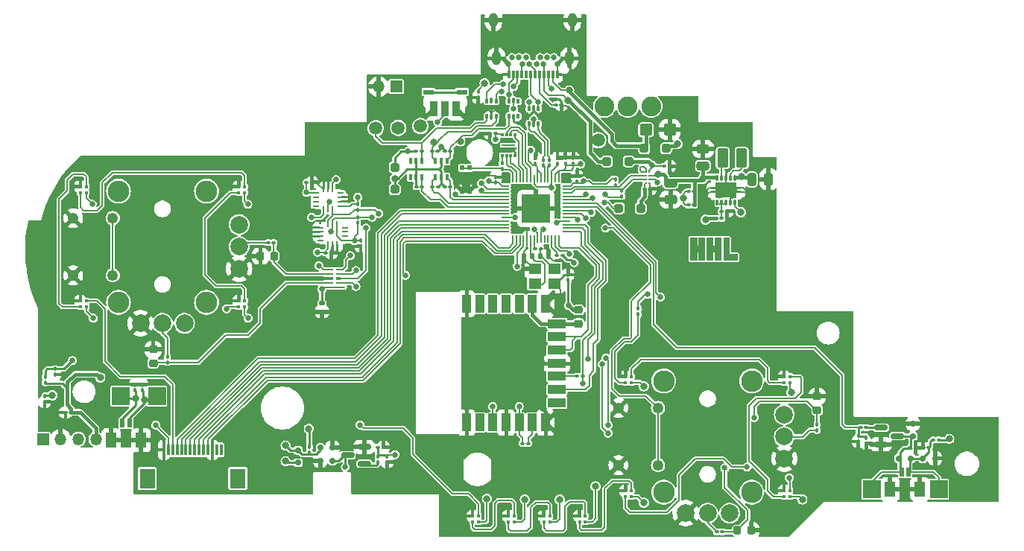
<source format=gbr>
G04 #@! TF.GenerationSoftware,KiCad,Pcbnew,8.0.2*
G04 #@! TF.CreationDate,2025-02-05T20:19:13-08:00*
G04 #@! TF.ProjectId,progcc_3.3_main,70726f67-6363-45f3-932e-335f6d61696e,1*
G04 #@! TF.SameCoordinates,Original*
G04 #@! TF.FileFunction,Copper,L1,Top*
G04 #@! TF.FilePolarity,Positive*
%FSLAX46Y46*%
G04 Gerber Fmt 4.6, Leading zero omitted, Abs format (unit mm)*
G04 Created by KiCad (PCBNEW 8.0.2) date 2025-02-05 20:19:13*
%MOMM*%
%LPD*%
G01*
G04 APERTURE LIST*
G04 Aperture macros list*
%AMRoundRect*
0 Rectangle with rounded corners*
0 $1 Rounding radius*
0 $2 $3 $4 $5 $6 $7 $8 $9 X,Y pos of 4 corners*
0 Add a 4 corners polygon primitive as box body*
4,1,4,$2,$3,$4,$5,$6,$7,$8,$9,$2,$3,0*
0 Add four circle primitives for the rounded corners*
1,1,$1+$1,$2,$3*
1,1,$1+$1,$4,$5*
1,1,$1+$1,$6,$7*
1,1,$1+$1,$8,$9*
0 Add four rect primitives between the rounded corners*
20,1,$1+$1,$2,$3,$4,$5,0*
20,1,$1+$1,$4,$5,$6,$7,0*
20,1,$1+$1,$6,$7,$8,$9,0*
20,1,$1+$1,$8,$9,$2,$3,0*%
%AMFreePoly0*
4,1,45,-0.121464,1.703536,-0.120000,1.700000,-0.120000,1.205000,0.120000,1.205000,0.120000,1.700000,0.121464,1.703536,0.125000,1.705000,0.375000,1.705000,0.378536,1.703536,0.380000,1.700000,0.380000,1.205000,0.825000,1.205000,0.828536,1.203536,0.830000,1.200000,0.830000,-1.200000,0.828536,-1.203536,0.825000,-1.205000,0.380000,-1.205000,0.380000,-1.700000,0.378536,-1.703536,
0.375000,-1.705000,0.125000,-1.705000,0.121464,-1.703536,0.120000,-1.700000,0.120000,-1.205000,-0.120000,-1.205000,-0.120000,-1.700000,-0.121464,-1.703536,-0.125000,-1.705000,-0.375000,-1.705000,-0.378536,-1.703536,-0.380000,-1.700000,-0.380000,-1.205000,-0.825000,-1.205000,-0.828536,-1.203536,-0.830000,-1.200000,-0.830000,1.200000,-0.828536,1.203536,-0.825000,1.205000,-0.380000,1.205000,
-0.380000,1.700000,-0.378536,1.703536,-0.375000,1.705000,-0.125000,1.705000,-0.121464,1.703536,-0.121464,1.703536,$1*%
G04 Aperture macros list end*
G04 #@! TA.AperFunction,EtchedComponent*
%ADD10C,0.050000*%
G04 #@! TD*
G04 #@! TA.AperFunction,SMDPad,CuDef*
%ADD11RoundRect,0.100000X-0.130000X-0.100000X0.130000X-0.100000X0.130000X0.100000X-0.130000X0.100000X0*%
G04 #@! TD*
G04 #@! TA.AperFunction,SMDPad,CuDef*
%ADD12RoundRect,0.250000X-0.250000X-0.475000X0.250000X-0.475000X0.250000X0.475000X-0.250000X0.475000X0*%
G04 #@! TD*
G04 #@! TA.AperFunction,SMDPad,CuDef*
%ADD13R,0.950000X1.700000*%
G04 #@! TD*
G04 #@! TA.AperFunction,SMDPad,CuDef*
%ADD14R,0.900000X1.700000*%
G04 #@! TD*
G04 #@! TA.AperFunction,SMDPad,CuDef*
%ADD15R,1.200000X0.600000*%
G04 #@! TD*
G04 #@! TA.AperFunction,SMDPad,CuDef*
%ADD16RoundRect,0.100000X-0.100000X0.130000X-0.100000X-0.130000X0.100000X-0.130000X0.100000X0.130000X0*%
G04 #@! TD*
G04 #@! TA.AperFunction,SMDPad,CuDef*
%ADD17RoundRect,0.150000X-0.150000X-0.200000X0.150000X-0.200000X0.150000X0.200000X-0.150000X0.200000X0*%
G04 #@! TD*
G04 #@! TA.AperFunction,SMDPad,CuDef*
%ADD18R,0.370000X0.370000*%
G04 #@! TD*
G04 #@! TA.AperFunction,SMDPad,CuDef*
%ADD19RoundRect,0.100000X0.100000X-0.130000X0.100000X0.130000X-0.100000X0.130000X-0.100000X-0.130000X0*%
G04 #@! TD*
G04 #@! TA.AperFunction,SMDPad,CuDef*
%ADD20RoundRect,0.250000X0.475000X-0.250000X0.475000X0.250000X-0.475000X0.250000X-0.475000X-0.250000X0*%
G04 #@! TD*
G04 #@! TA.AperFunction,SMDPad,CuDef*
%ADD21RoundRect,0.225000X-0.250000X0.225000X-0.250000X-0.225000X0.250000X-0.225000X0.250000X0.225000X0*%
G04 #@! TD*
G04 #@! TA.AperFunction,SMDPad,CuDef*
%ADD22R,0.400000X0.650000*%
G04 #@! TD*
G04 #@! TA.AperFunction,SMDPad,CuDef*
%ADD23RoundRect,0.225000X0.225000X0.250000X-0.225000X0.250000X-0.225000X-0.250000X0.225000X-0.250000X0*%
G04 #@! TD*
G04 #@! TA.AperFunction,SMDPad,CuDef*
%ADD24RoundRect,0.250000X0.250000X0.250000X-0.250000X0.250000X-0.250000X-0.250000X0.250000X-0.250000X0*%
G04 #@! TD*
G04 #@! TA.AperFunction,SMDPad,CuDef*
%ADD25RoundRect,0.100000X0.130000X0.100000X-0.130000X0.100000X-0.130000X-0.100000X0.130000X-0.100000X0*%
G04 #@! TD*
G04 #@! TA.AperFunction,ComponentPad*
%ADD26R,2.000000X2.000000*%
G04 #@! TD*
G04 #@! TA.AperFunction,SMDPad,CuDef*
%ADD27RoundRect,0.050000X-0.387500X-0.050000X0.387500X-0.050000X0.387500X0.050000X-0.387500X0.050000X0*%
G04 #@! TD*
G04 #@! TA.AperFunction,SMDPad,CuDef*
%ADD28RoundRect,0.050000X-0.050000X-0.387500X0.050000X-0.387500X0.050000X0.387500X-0.050000X0.387500X0*%
G04 #@! TD*
G04 #@! TA.AperFunction,SMDPad,CuDef*
%ADD29R,3.200000X3.200000*%
G04 #@! TD*
G04 #@! TA.AperFunction,SMDPad,CuDef*
%ADD30RoundRect,0.093750X-0.093750X0.156250X-0.093750X-0.156250X0.093750X-0.156250X0.093750X0.156250X0*%
G04 #@! TD*
G04 #@! TA.AperFunction,SMDPad,CuDef*
%ADD31RoundRect,0.075000X-0.075000X0.250000X-0.075000X-0.250000X0.075000X-0.250000X0.075000X0.250000X0*%
G04 #@! TD*
G04 #@! TA.AperFunction,SMDPad,CuDef*
%ADD32C,1.500000*%
G04 #@! TD*
G04 #@! TA.AperFunction,SMDPad,CuDef*
%ADD33RoundRect,0.250000X-0.250000X-0.250000X0.250000X-0.250000X0.250000X0.250000X-0.250000X0.250000X0*%
G04 #@! TD*
G04 #@! TA.AperFunction,SMDPad,CuDef*
%ADD34RoundRect,0.093750X0.093750X-0.156250X0.093750X0.156250X-0.093750X0.156250X-0.093750X-0.156250X0*%
G04 #@! TD*
G04 #@! TA.AperFunction,SMDPad,CuDef*
%ADD35RoundRect,0.075000X0.075000X-0.250000X0.075000X0.250000X-0.075000X0.250000X-0.075000X-0.250000X0*%
G04 #@! TD*
G04 #@! TA.AperFunction,SMDPad,CuDef*
%ADD36RoundRect,0.150000X0.150000X0.200000X-0.150000X0.200000X-0.150000X-0.200000X0.150000X-0.200000X0*%
G04 #@! TD*
G04 #@! TA.AperFunction,SMDPad,CuDef*
%ADD37RoundRect,0.140000X-0.170000X0.140000X-0.170000X-0.140000X0.170000X-0.140000X0.170000X0.140000X0*%
G04 #@! TD*
G04 #@! TA.AperFunction,SMDPad,CuDef*
%ADD38RoundRect,0.150000X-0.587500X-0.150000X0.587500X-0.150000X0.587500X0.150000X-0.587500X0.150000X0*%
G04 #@! TD*
G04 #@! TA.AperFunction,SMDPad,CuDef*
%ADD39RoundRect,0.007200X-0.112800X0.292800X-0.112800X-0.292800X0.112800X-0.292800X0.112800X0.292800X0*%
G04 #@! TD*
G04 #@! TA.AperFunction,SMDPad,CuDef*
%ADD40FreePoly0,270.000000*%
G04 #@! TD*
G04 #@! TA.AperFunction,SMDPad,CuDef*
%ADD41C,0.230000*%
G04 #@! TD*
G04 #@! TA.AperFunction,SMDPad,CuDef*
%ADD42R,0.500000X1.000000*%
G04 #@! TD*
G04 #@! TA.AperFunction,SMDPad,CuDef*
%ADD43R,1.200000X1.700000*%
G04 #@! TD*
G04 #@! TA.AperFunction,SMDPad,CuDef*
%ADD44R,0.300000X0.400000*%
G04 #@! TD*
G04 #@! TA.AperFunction,HeatsinkPad*
%ADD45R,1.600000X0.200000*%
G04 #@! TD*
G04 #@! TA.AperFunction,SMDPad,CuDef*
%ADD46RoundRect,0.225000X-0.225000X-0.250000X0.225000X-0.250000X0.225000X0.250000X-0.225000X0.250000X0*%
G04 #@! TD*
G04 #@! TA.AperFunction,SMDPad,CuDef*
%ADD47RoundRect,0.250000X-0.450000X-0.425000X0.450000X-0.425000X0.450000X0.425000X-0.450000X0.425000X0*%
G04 #@! TD*
G04 #@! TA.AperFunction,ComponentPad*
%ADD48R,1.350000X1.350000*%
G04 #@! TD*
G04 #@! TA.AperFunction,ComponentPad*
%ADD49O,1.350000X1.350000*%
G04 #@! TD*
G04 #@! TA.AperFunction,SMDPad,CuDef*
%ADD50R,1.400000X1.200000*%
G04 #@! TD*
G04 #@! TA.AperFunction,SMDPad,CuDef*
%ADD51RoundRect,0.140000X0.140000X0.170000X-0.140000X0.170000X-0.140000X-0.170000X0.140000X-0.170000X0*%
G04 #@! TD*
G04 #@! TA.AperFunction,ComponentPad*
%ADD52C,2.450000*%
G04 #@! TD*
G04 #@! TA.AperFunction,ComponentPad*
%ADD53C,1.250000*%
G04 #@! TD*
G04 #@! TA.AperFunction,ComponentPad*
%ADD54C,2.000000*%
G04 #@! TD*
G04 #@! TA.AperFunction,SMDPad,CuDef*
%ADD55R,0.500000X0.550000*%
G04 #@! TD*
G04 #@! TA.AperFunction,SMDPad,CuDef*
%ADD56R,0.565000X0.200000*%
G04 #@! TD*
G04 #@! TA.AperFunction,SMDPad,CuDef*
%ADD57R,0.565000X0.400000*%
G04 #@! TD*
G04 #@! TA.AperFunction,SMDPad,CuDef*
%ADD58RoundRect,0.150000X0.587500X0.150000X-0.587500X0.150000X-0.587500X-0.150000X0.587500X-0.150000X0*%
G04 #@! TD*
G04 #@! TA.AperFunction,SMDPad,CuDef*
%ADD59R,1.000000X2.000000*%
G04 #@! TD*
G04 #@! TA.AperFunction,SMDPad,CuDef*
%ADD60R,2.000000X1.000000*%
G04 #@! TD*
G04 #@! TA.AperFunction,SMDPad,CuDef*
%ADD61RoundRect,0.140000X-0.140000X-0.170000X0.140000X-0.170000X0.140000X0.170000X-0.140000X0.170000X0*%
G04 #@! TD*
G04 #@! TA.AperFunction,SMDPad,CuDef*
%ADD62R,0.300000X1.300000*%
G04 #@! TD*
G04 #@! TA.AperFunction,SMDPad,CuDef*
%ADD63R,1.800000X2.200000*%
G04 #@! TD*
G04 #@! TA.AperFunction,SMDPad,CuDef*
%ADD64R,0.300000X0.900000*%
G04 #@! TD*
G04 #@! TA.AperFunction,ComponentPad*
%ADD65C,0.650000*%
G04 #@! TD*
G04 #@! TA.AperFunction,ComponentPad*
%ADD66O,1.000000X1.600000*%
G04 #@! TD*
G04 #@! TA.AperFunction,SMDPad,CuDef*
%ADD67RoundRect,0.150000X-0.200000X0.150000X-0.200000X-0.150000X0.200000X-0.150000X0.200000X0.150000X0*%
G04 #@! TD*
G04 #@! TA.AperFunction,SMDPad,CuDef*
%ADD68R,0.745000X0.280000*%
G04 #@! TD*
G04 #@! TA.AperFunction,SMDPad,CuDef*
%ADD69R,0.280000X0.745000*%
G04 #@! TD*
G04 #@! TA.AperFunction,SMDPad,CuDef*
%ADD70RoundRect,0.150000X0.200000X-0.150000X0.200000X0.150000X-0.200000X0.150000X-0.200000X-0.150000X0*%
G04 #@! TD*
G04 #@! TA.AperFunction,SMDPad,CuDef*
%ADD71RoundRect,0.250000X-0.375000X-0.850000X0.375000X-0.850000X0.375000X0.850000X-0.375000X0.850000X0*%
G04 #@! TD*
G04 #@! TA.AperFunction,SMDPad,CuDef*
%ADD72RoundRect,0.250000X-0.250000X0.250000X-0.250000X-0.250000X0.250000X-0.250000X0.250000X0.250000X0*%
G04 #@! TD*
G04 #@! TA.AperFunction,SMDPad,CuDef*
%ADD73RoundRect,0.250000X-0.475000X0.250000X-0.475000X-0.250000X0.475000X-0.250000X0.475000X0.250000X0*%
G04 #@! TD*
G04 #@! TA.AperFunction,SMDPad,CuDef*
%ADD74RoundRect,0.218750X-0.256250X0.218750X-0.256250X-0.218750X0.256250X-0.218750X0.256250X0.218750X0*%
G04 #@! TD*
G04 #@! TA.AperFunction,ViaPad*
%ADD75C,0.800000*%
G04 #@! TD*
G04 #@! TA.AperFunction,ViaPad*
%ADD76C,0.650000*%
G04 #@! TD*
G04 #@! TA.AperFunction,ViaPad*
%ADD77C,2.250000*%
G04 #@! TD*
G04 #@! TA.AperFunction,Conductor*
%ADD78C,0.250000*%
G04 #@! TD*
G04 #@! TA.AperFunction,Conductor*
%ADD79C,0.150000*%
G04 #@! TD*
G04 #@! TA.AperFunction,Conductor*
%ADD80C,0.200000*%
G04 #@! TD*
G04 #@! TA.AperFunction,Conductor*
%ADD81C,0.400000*%
G04 #@! TD*
G04 APERTURE END LIST*
D10*
X160727540Y-119284910D02*
X161681495Y-119284910D01*
X161681495Y-119954279D01*
X160094881Y-119954279D01*
X160094881Y-117401107D01*
X160727540Y-117401107D01*
X160727540Y-119284910D01*
G04 #@! TA.AperFunction,EtchedComponent*
G36*
X160727540Y-119284910D02*
G01*
X161681495Y-119284910D01*
X161681495Y-119954279D01*
X160094881Y-119954279D01*
X160094881Y-117401107D01*
X160727540Y-117401107D01*
X160727540Y-119284910D01*
G37*
G04 #@! TD.AperFunction*
X157961777Y-119954279D02*
X157280916Y-119954279D01*
X157280916Y-118986157D01*
X157041260Y-118986157D01*
X157041260Y-119954279D01*
X156355960Y-119954279D01*
X156355960Y-117401627D01*
X157038974Y-117401107D01*
X157038974Y-118323909D01*
X157280916Y-118323909D01*
X157280916Y-117401107D01*
X157961777Y-117401107D01*
X157961777Y-119954279D01*
G04 #@! TA.AperFunction,EtchedComponent*
G36*
X157961777Y-119954279D02*
G01*
X157280916Y-119954279D01*
X157280916Y-118986157D01*
X157041260Y-118986157D01*
X157041260Y-119954279D01*
X156355960Y-119954279D01*
X156355960Y-117401627D01*
X157038974Y-117401107D01*
X157038974Y-118323909D01*
X157280916Y-118323909D01*
X157280916Y-117401107D01*
X157961777Y-117401107D01*
X157961777Y-119954279D01*
G37*
G04 #@! TD.AperFunction*
X159811777Y-119954279D02*
X159130916Y-119954279D01*
X159130916Y-118986157D01*
X158891260Y-118986157D01*
X158891260Y-119954279D01*
X158205960Y-119954279D01*
X158205960Y-117401627D01*
X158888974Y-117401107D01*
X158888974Y-118323909D01*
X159130916Y-118323909D01*
X159130916Y-117401107D01*
X159811777Y-117401107D01*
X159811777Y-119954279D01*
G04 #@! TA.AperFunction,EtchedComponent*
G36*
X159811777Y-119954279D02*
G01*
X159130916Y-119954279D01*
X159130916Y-118986157D01*
X158891260Y-118986157D01*
X158891260Y-119954279D01*
X158205960Y-119954279D01*
X158205960Y-117401627D01*
X158888974Y-117401107D01*
X158888974Y-118323909D01*
X159130916Y-118323909D01*
X159130916Y-117401107D01*
X159811777Y-117401107D01*
X159811777Y-119954279D01*
G37*
G04 #@! TD.AperFunction*
D11*
X85360000Y-137280000D03*
X86000000Y-137280000D03*
D12*
X163320000Y-110770000D03*
X165220000Y-110770000D03*
D13*
X127208519Y-102740000D03*
D14*
X128483519Y-102740000D03*
D13*
X129758519Y-102740000D03*
D15*
X126583519Y-100840000D03*
X130383519Y-100840000D03*
D16*
X139611100Y-108543094D03*
X139611100Y-109183094D03*
D17*
X181421000Y-142494000D03*
X180021000Y-142494000D03*
D18*
X166985200Y-133857000D03*
X167655200Y-133857000D03*
X167655200Y-133187000D03*
X166985200Y-133187000D03*
D19*
X118900000Y-118370000D03*
X118900000Y-117730000D03*
D11*
X156120000Y-113670000D03*
X156760000Y-113670000D03*
D20*
X154080000Y-113070000D03*
X154080000Y-111170000D03*
D19*
X170739623Y-139288477D03*
X170739623Y-138648477D03*
D21*
X95317457Y-130105391D03*
X95317457Y-131655391D03*
D22*
X124546600Y-110556100D03*
X125196600Y-110556100D03*
X125846600Y-110556100D03*
X125846600Y-108656100D03*
X125196600Y-108656100D03*
X124546600Y-108656100D03*
D19*
X150418800Y-126100800D03*
X150418800Y-125460800D03*
D17*
X115685800Y-142773400D03*
X114285800Y-142773400D03*
D11*
X120838000Y-141224000D03*
X121478000Y-141224000D03*
D23*
X163225004Y-150698757D03*
X161675004Y-150698757D03*
D18*
X87042000Y-112267600D03*
X87712000Y-112267600D03*
X87712000Y-111597600D03*
X87042000Y-111597600D03*
D24*
X149352626Y-108746930D03*
X146852626Y-108746930D03*
D25*
X127660800Y-111612700D03*
X127020800Y-111612700D03*
D11*
X183931600Y-140411200D03*
X184571600Y-140411200D03*
D25*
X134220000Y-105550000D03*
X133580000Y-105550000D03*
D26*
X176936400Y-146021300D03*
D19*
X113055400Y-141848800D03*
X113055400Y-141208800D03*
D27*
X135348200Y-111508094D03*
X135348200Y-111908094D03*
X135348200Y-112308094D03*
X135348200Y-112708094D03*
X135348200Y-113108094D03*
X135348200Y-113508094D03*
X135348200Y-113908094D03*
X135348200Y-114308094D03*
X135348200Y-114708094D03*
X135348200Y-115108094D03*
X135348200Y-115508094D03*
X135348200Y-115908094D03*
X135348200Y-116308094D03*
X135348200Y-116708094D03*
D28*
X136185700Y-117545594D03*
X136585700Y-117545594D03*
X136985700Y-117545594D03*
X137385700Y-117545594D03*
X137785700Y-117545594D03*
X138185700Y-117545594D03*
X138585700Y-117545594D03*
X138985700Y-117545594D03*
X139385700Y-117545594D03*
X139785700Y-117545594D03*
X140185700Y-117545594D03*
X140585700Y-117545594D03*
X140985700Y-117545594D03*
X141385700Y-117545594D03*
D27*
X142223200Y-116708094D03*
X142223200Y-116308094D03*
X142223200Y-115908094D03*
X142223200Y-115508094D03*
X142223200Y-115108094D03*
X142223200Y-114708094D03*
X142223200Y-114308094D03*
X142223200Y-113908094D03*
X142223200Y-113508094D03*
X142223200Y-113108094D03*
X142223200Y-112708094D03*
X142223200Y-112308094D03*
X142223200Y-111908094D03*
X142223200Y-111508094D03*
D28*
X141385700Y-110670594D03*
X140985700Y-110670594D03*
X140585700Y-110670594D03*
X140185700Y-110670594D03*
X139785700Y-110670594D03*
X139385700Y-110670594D03*
X138985700Y-110670594D03*
X138585700Y-110670594D03*
X138185700Y-110670594D03*
X137785700Y-110670594D03*
X137385700Y-110670594D03*
X136985700Y-110670594D03*
X136585700Y-110670594D03*
X136185700Y-110670594D03*
D29*
X138785700Y-114108094D03*
D30*
X139087500Y-102750000D03*
D31*
X138550000Y-102675000D03*
D30*
X138012500Y-102750000D03*
X138012500Y-104450000D03*
D31*
X138550000Y-104525000D03*
D30*
X139087500Y-104450000D03*
D18*
X105042000Y-125267600D03*
X105712000Y-125267600D03*
X105712000Y-124597600D03*
X105042000Y-124597600D03*
D32*
X145872200Y-106324400D03*
D19*
X142151100Y-108977294D03*
X142151100Y-108337294D03*
D11*
X125206800Y-111612700D03*
X125846800Y-111612700D03*
D33*
X148200000Y-114050000D03*
X150700000Y-114050000D03*
D26*
X91623896Y-135440000D03*
D16*
X175412400Y-139938800D03*
X175412400Y-140578800D03*
D34*
X135725000Y-103600000D03*
D35*
X136262500Y-103675000D03*
D34*
X136800000Y-103600000D03*
X136800000Y-101900000D03*
D35*
X136262500Y-101825000D03*
D34*
X135725000Y-101900000D03*
D18*
X143746226Y-149724357D03*
X144416226Y-149724357D03*
X144416226Y-149054357D03*
X143746226Y-149054357D03*
D24*
X153599200Y-107238800D03*
X151099200Y-107238800D03*
D36*
X182738800Y-142494000D03*
X184138800Y-142494000D03*
D37*
X114500000Y-124870000D03*
X114500000Y-125830000D03*
D19*
X134251700Y-111164294D03*
X134251700Y-110524294D03*
D38*
X178005500Y-139015300D03*
X178005500Y-140915300D03*
X179880500Y-139965300D03*
D32*
X123164600Y-104927400D03*
D11*
X125181400Y-107599500D03*
X125821400Y-107599500D03*
D19*
X176326800Y-140807400D03*
X176326800Y-140167400D03*
X93268800Y-134762200D03*
X93268800Y-134122200D03*
D16*
X120853200Y-142275600D03*
X120853200Y-142915600D03*
D39*
X161400000Y-110600000D03*
X160900000Y-110600000D03*
X160400000Y-110600000D03*
X159900000Y-110600000D03*
X159400000Y-110600000D03*
X159400000Y-113400000D03*
X159900000Y-113400000D03*
X160400000Y-113400000D03*
X160900000Y-113400000D03*
X161400000Y-113400000D03*
D40*
X160400000Y-112000000D03*
D11*
X156120000Y-112140000D03*
X156760000Y-112140000D03*
D25*
X115566855Y-119144024D03*
X114926855Y-119144024D03*
D16*
X140322300Y-108543094D03*
X140322300Y-109183094D03*
X94056200Y-134122200D03*
X94056200Y-134762200D03*
D41*
X151288800Y-109969400D03*
X151688800Y-109969400D03*
X151288800Y-110369400D03*
X151688800Y-110369400D03*
X151288800Y-110769400D03*
X151688800Y-110769400D03*
X151288800Y-111169400D03*
X151688800Y-111169400D03*
D42*
X91840000Y-138495000D03*
X92640000Y-138495000D03*
D43*
X90540000Y-140445000D03*
X93940000Y-140445000D03*
D44*
X134949500Y-108081894D03*
X135449500Y-108081894D03*
X135949500Y-108081894D03*
X136449500Y-108081894D03*
X136449500Y-105681894D03*
X135949500Y-105681894D03*
X135449500Y-105681894D03*
X134949500Y-105681894D03*
D45*
X135699500Y-106881894D03*
D46*
X107506309Y-119497056D03*
X109056309Y-119497056D03*
D42*
X180330000Y-144055000D03*
X181130000Y-144055000D03*
D43*
X179030000Y-146005000D03*
X182430000Y-146005000D03*
D47*
X151304000Y-105130600D03*
X154004000Y-105130600D03*
D18*
X148985200Y-146857000D03*
X149655200Y-146857000D03*
X149655200Y-146187000D03*
X148985200Y-146187000D03*
D16*
X142460000Y-121610000D03*
X142460000Y-122250000D03*
D48*
X82810000Y-140310000D03*
D49*
X84810000Y-140310000D03*
X86810000Y-140310000D03*
X88810000Y-140310000D03*
D19*
X134975600Y-109564094D03*
X134975600Y-108924094D03*
D50*
X138690000Y-122650000D03*
X140890000Y-122650000D03*
X140890000Y-120950000D03*
X138690000Y-120950000D03*
D11*
X143480000Y-133150000D03*
X144120000Y-133150000D03*
D19*
X143471900Y-111037294D03*
X143471900Y-110397294D03*
D18*
X105042000Y-112267600D03*
X105712000Y-112267600D03*
X105712000Y-111597600D03*
X105042000Y-111597600D03*
D21*
X170738456Y-135439581D03*
X170738456Y-136989581D03*
D51*
X138370000Y-119540000D03*
X137410000Y-119540000D03*
D16*
X84175600Y-132329400D03*
X84175600Y-132969400D03*
D18*
X166985200Y-146857000D03*
X167655200Y-146857000D03*
X167655200Y-146187000D03*
X166985200Y-146187000D03*
D22*
X127391400Y-110556100D03*
X128041400Y-110556100D03*
X128691400Y-110556100D03*
X128691400Y-108656100D03*
X128041400Y-108656100D03*
X127391400Y-108656100D03*
D11*
X159325629Y-150847756D03*
X159965629Y-150847756D03*
D19*
X118550000Y-115720000D03*
X118550000Y-115080000D03*
D52*
X153320200Y-133697000D03*
X153320200Y-146347000D03*
X163320200Y-133697000D03*
X163320200Y-146347000D03*
D53*
X152670200Y-136772000D03*
X152670200Y-143272000D03*
X148170200Y-136772000D03*
X148170200Y-143272000D03*
D54*
X155820200Y-148722000D03*
X158320200Y-148722000D03*
X160820200Y-148722000D03*
X167020200Y-142522000D03*
X167020200Y-140022000D03*
X167020200Y-137522000D03*
D11*
X137280000Y-140800000D03*
X137920000Y-140800000D03*
D16*
X148570432Y-112053571D03*
X148570432Y-112693571D03*
D55*
X130435400Y-112119800D03*
X131235400Y-112119800D03*
X130435400Y-109469800D03*
X131235400Y-109469800D03*
D11*
X181315400Y-141300200D03*
X181955400Y-141300200D03*
X108365401Y-117977059D03*
X109005401Y-117977059D03*
D25*
X113370000Y-111100000D03*
X112730000Y-111100000D03*
D16*
X143065500Y-108337294D03*
X143065500Y-108977294D03*
D11*
X153353200Y-109274000D03*
X153993200Y-109274000D03*
D25*
X141840000Y-119420000D03*
X141200000Y-119420000D03*
D56*
X115483000Y-121050000D03*
X115483000Y-121550000D03*
D57*
X115483000Y-122050000D03*
D56*
X115483000Y-122550000D03*
X115483000Y-123050000D03*
X116317000Y-123050000D03*
X116317000Y-122550000D03*
D57*
X116317000Y-122050000D03*
D56*
X116317000Y-121550000D03*
X116317000Y-121050000D03*
D58*
X119301500Y-143088400D03*
X119301500Y-141188400D03*
X117426500Y-142138400D03*
D11*
X182788600Y-141300200D03*
X183428600Y-141300200D03*
D16*
X138747500Y-108339894D03*
X138747500Y-108979894D03*
D48*
X122920000Y-100228400D03*
D49*
X120920000Y-100228400D03*
D18*
X135646226Y-149724357D03*
X136316226Y-149724357D03*
X136316226Y-149054357D03*
X135646226Y-149054357D03*
D19*
X118550000Y-114220000D03*
X118550000Y-113580000D03*
D59*
X130900000Y-138425000D03*
X132400000Y-138425000D03*
X133900000Y-138425000D03*
X135400000Y-138425000D03*
X136900000Y-138425000D03*
X138400000Y-138425000D03*
X139900000Y-138425000D03*
D60*
X141200000Y-136175000D03*
X141200000Y-134675000D03*
X141200000Y-133175000D03*
X141200000Y-131675000D03*
X141200000Y-130175000D03*
X141200000Y-128675000D03*
X141200000Y-127175000D03*
D59*
X139900000Y-124925000D03*
X138400000Y-124925000D03*
X136900000Y-124925000D03*
X135400000Y-124925000D03*
X133900000Y-124925000D03*
X132400000Y-124925000D03*
X130900000Y-124925000D03*
D61*
X139290000Y-119540000D03*
X140250000Y-119540000D03*
D32*
X120599200Y-104952800D03*
D16*
X141236700Y-108339894D03*
X141236700Y-108979894D03*
D62*
X96540000Y-141530000D03*
X97040000Y-141530000D03*
X97540000Y-141530000D03*
X98040000Y-141530000D03*
X98540000Y-141530000D03*
X99040000Y-141530000D03*
X99540000Y-141530000D03*
X100040000Y-141530000D03*
X100540000Y-141530000D03*
X101040000Y-141530000D03*
X101540000Y-141530000D03*
X102040000Y-141530000D03*
X102540000Y-141530000D03*
X103040000Y-141530000D03*
D63*
X94640000Y-144780000D03*
X104940000Y-144780000D03*
D32*
X125679200Y-104724200D03*
D16*
X83075375Y-133229089D03*
X83075375Y-133869089D03*
D25*
X127624800Y-107599500D03*
X126984800Y-107599500D03*
D64*
X141210000Y-98835000D03*
X140710000Y-98835000D03*
X140210000Y-98835000D03*
X139710000Y-98835000D03*
X139210000Y-98835000D03*
X138710000Y-98835000D03*
X138210000Y-98835000D03*
X137710000Y-98835000D03*
X137210000Y-98835000D03*
X136710000Y-98835000D03*
X136210000Y-98835000D03*
X135710000Y-98835000D03*
D65*
X135660000Y-97625000D03*
X136060000Y-96925000D03*
X136860000Y-96925000D03*
X137260000Y-97625000D03*
X137660000Y-96925000D03*
X138060000Y-97625000D03*
X138860000Y-97625000D03*
X139260000Y-96925000D03*
X139660000Y-97625000D03*
X140060000Y-96925000D03*
X140860000Y-96925000D03*
X141260000Y-97625000D03*
D66*
X142950000Y-92635000D03*
X142590000Y-97025000D03*
X134330000Y-97025000D03*
X133970000Y-92635000D03*
D67*
X181635400Y-139968200D03*
X181635400Y-138568200D03*
D36*
X114285800Y-141300200D03*
X115685800Y-141300200D03*
D11*
X128432600Y-107599500D03*
X129072600Y-107599500D03*
X138710000Y-118630000D03*
X139350000Y-118630000D03*
D16*
X96933652Y-130932363D03*
X96933652Y-131572363D03*
D18*
X87042000Y-125267600D03*
X87712000Y-125267600D03*
X87712000Y-124597600D03*
X87042000Y-124597600D03*
D68*
X116596000Y-113800000D03*
X116596000Y-113300000D03*
X116596000Y-112800000D03*
X116596000Y-112300000D03*
D69*
X115698000Y-111902000D03*
X115198000Y-111902000D03*
X114698000Y-111902000D03*
D68*
X113800000Y-112300000D03*
X113800000Y-112800000D03*
X113800000Y-113300000D03*
X113800000Y-113800000D03*
D69*
X114698000Y-114198000D03*
X115198000Y-114198000D03*
X115698000Y-114198000D03*
D70*
X111785400Y-141590800D03*
X111785400Y-142990800D03*
D11*
X128443200Y-111612700D03*
X129083200Y-111612700D03*
X151143400Y-111864800D03*
X151783400Y-111864800D03*
D34*
X133212500Y-103600000D03*
D35*
X133750000Y-103675000D03*
D34*
X134287500Y-103600000D03*
X134287500Y-101900000D03*
D35*
X133750000Y-101825000D03*
D34*
X133212500Y-101900000D03*
D18*
X131596226Y-149724357D03*
X132266226Y-149724357D03*
X132266226Y-149054357D03*
X131596226Y-149054357D03*
D68*
X114302000Y-116250000D03*
X114302000Y-116750000D03*
X114302000Y-117250000D03*
X114302000Y-117750000D03*
D69*
X115200000Y-118148000D03*
X115700000Y-118148000D03*
X116200000Y-118148000D03*
D68*
X117098000Y-117750000D03*
X117098000Y-117250000D03*
X117098000Y-116750000D03*
X117098000Y-116250000D03*
D69*
X116200000Y-115852000D03*
X115700000Y-115852000D03*
X115200000Y-115852000D03*
D71*
X160015000Y-108340000D03*
X162165000Y-108340000D03*
D16*
X132250000Y-100830000D03*
X132250000Y-101470000D03*
D52*
X91377000Y-112107600D03*
X91377000Y-124757600D03*
X101377000Y-112107600D03*
X101377000Y-124757600D03*
D53*
X90727000Y-115182600D03*
X90727000Y-121682600D03*
X86227000Y-115182600D03*
X86227000Y-121682600D03*
D54*
X93877000Y-127132600D03*
X96377000Y-127132600D03*
X98877000Y-127132600D03*
X105077000Y-120932600D03*
X105077000Y-118432600D03*
X105077000Y-115932600D03*
D25*
X160538077Y-114402950D03*
X159898077Y-114402950D03*
D72*
X122758200Y-109392400D03*
X122758200Y-111892400D03*
D19*
X83003941Y-136079076D03*
X83003941Y-135439076D03*
D11*
X159258348Y-115214226D03*
X159898348Y-115214226D03*
D18*
X148985200Y-133857000D03*
X149655200Y-133857000D03*
X149655200Y-133187000D03*
X148985200Y-133187000D03*
X139696226Y-149724357D03*
X140366226Y-149724357D03*
X140366226Y-149054357D03*
X139696226Y-149054357D03*
D19*
X121894600Y-142915600D03*
X121894600Y-142275600D03*
D26*
X95740000Y-135410000D03*
X184556400Y-145995900D03*
D11*
X175676600Y-138988800D03*
X176316600Y-138988800D03*
D73*
X157782026Y-107324670D03*
X157782026Y-109224670D03*
D11*
X141056400Y-102311200D03*
X141696400Y-102311200D03*
D74*
X143650000Y-125612500D03*
X143650000Y-127187500D03*
D16*
X147815723Y-110808301D03*
X147815723Y-111448301D03*
D75*
X133240000Y-147070000D03*
X145570000Y-145690000D03*
D76*
X142494000Y-125095000D03*
D75*
X113004600Y-139115800D03*
X167843200Y-135001000D03*
D76*
X146650000Y-112500000D03*
X143150000Y-120260000D03*
X112750000Y-112250000D03*
D75*
X169062400Y-147167600D03*
D76*
X116100000Y-110800000D03*
X136448800Y-115112800D03*
D75*
X141510000Y-147190000D03*
D76*
X113300000Y-115100000D03*
X106095800Y-126542800D03*
X138208690Y-107452022D03*
X138620500Y-116483094D03*
D75*
X122783600Y-110693200D03*
X185750200Y-140284200D03*
D76*
X144229702Y-110985392D03*
D75*
X151053800Y-147548600D03*
D76*
X118550000Y-112800000D03*
X88519000Y-126568200D03*
X114000000Y-119050000D03*
X106070400Y-113588800D03*
X134213600Y-106222800D03*
X88392000Y-113614200D03*
X133450622Y-110930185D03*
D75*
X162080000Y-114510000D03*
D76*
X143506600Y-115342444D03*
D75*
X162175896Y-110478591D03*
D76*
X95590000Y-138710000D03*
D75*
X137540000Y-147190000D03*
D76*
X114500000Y-123250000D03*
X143891000Y-109042200D03*
D75*
X151053800Y-134289800D03*
D76*
X118200000Y-117750000D03*
X149555200Y-107696000D03*
X152603200Y-128727200D03*
X118643400Y-145415000D03*
X180746400Y-145948400D03*
X161544000Y-144830800D03*
X189738000Y-141401800D03*
X131000000Y-126900000D03*
X149402800Y-105435400D03*
X137563694Y-112868880D03*
X121920000Y-134950200D03*
D75*
X159607099Y-112015147D03*
D76*
X130900000Y-136750000D03*
X123774200Y-140462000D03*
D75*
X161199272Y-112009786D03*
D76*
X143300000Y-130950000D03*
X168833800Y-138836400D03*
X95710000Y-139780000D03*
D77*
X154533400Y-102463600D03*
D76*
X134277100Y-107339094D03*
X153129243Y-120820743D03*
X122174000Y-135940800D03*
X148750000Y-127650000D03*
X143750000Y-104350000D03*
X151300000Y-117100000D03*
X132900000Y-110250000D03*
X156042093Y-110125535D03*
X172847000Y-133375400D03*
X131700000Y-103450000D03*
X189484000Y-140309600D03*
X120192800Y-121437400D03*
X144110000Y-108170000D03*
X141400000Y-104250000D03*
D75*
X165227000Y-112242600D03*
D76*
X132150000Y-102650000D03*
X139574267Y-136833488D03*
X157430000Y-105660000D03*
X137070000Y-116550000D03*
X174320200Y-137033000D03*
X153400000Y-114950000D03*
X174345600Y-142341600D03*
X141599874Y-124390657D03*
X177596800Y-142341600D03*
X153060400Y-127152400D03*
X123774200Y-141427200D03*
X151850000Y-114950000D03*
X174142400Y-132461000D03*
X122885200Y-134950200D03*
X144750000Y-110300000D03*
X139550000Y-131650000D03*
X111785400Y-145237200D03*
X148550000Y-118650000D03*
X135400000Y-136550000D03*
X138214403Y-106526609D03*
X147929600Y-103606600D03*
X188798200Y-139192000D03*
X174040800Y-141427200D03*
X124231400Y-107599500D03*
X128016000Y-107091500D03*
X136252872Y-102771206D03*
D75*
X142570200Y-100660200D03*
D76*
X139661900Y-116432294D03*
X140552529Y-111680482D03*
X135710300Y-101147934D03*
X140589000Y-100482400D03*
X134915196Y-100826095D03*
X138004743Y-102005341D03*
D77*
X151883400Y-102463600D03*
D75*
X157782026Y-110690426D03*
X152657200Y-110163000D03*
X154910000Y-106750000D03*
X158055736Y-115366800D03*
X89310000Y-133330000D03*
D76*
X152618203Y-111081857D03*
X139081388Y-101992822D03*
D77*
X149233400Y-102463600D03*
D76*
X135065426Y-99962275D03*
X136286041Y-100231436D03*
D75*
X132969000Y-99872800D03*
D76*
X152950000Y-124150000D03*
X151450000Y-123850000D03*
X146327805Y-131800023D03*
X146989800Y-139623800D03*
X160248600Y-143586200D03*
X118350000Y-122950000D03*
X146989800Y-138709400D03*
X163626800Y-137845800D03*
X118350000Y-121150000D03*
X146750000Y-131100000D03*
X167589200Y-144703800D03*
X162788600Y-143484600D03*
X123992924Y-121688210D03*
X103657400Y-125476000D03*
X118821200Y-138684000D03*
X132585851Y-112052814D03*
X127641468Y-104273468D03*
X132592141Y-111222634D03*
X146600000Y-113450000D03*
X146700000Y-116300000D03*
X129650000Y-112500000D03*
D75*
X142440709Y-101770594D03*
D77*
X146583400Y-102463600D03*
D76*
X138541980Y-103918305D03*
D75*
X145326152Y-106303738D03*
D76*
X142600000Y-119220000D03*
X117700000Y-119450000D03*
X114138579Y-120587998D03*
X136650000Y-120650000D03*
X144482079Y-112487421D03*
X119500000Y-116300000D03*
X144100000Y-134000000D03*
X136900000Y-136600000D03*
X144750000Y-131200000D03*
X133900000Y-136600000D03*
X86130000Y-131360000D03*
D75*
X83870800Y-135331200D03*
D76*
X145199031Y-112916976D03*
D75*
X155528941Y-112932354D03*
D76*
X152027395Y-109166476D03*
X141122400Y-115722400D03*
X122783600Y-142087600D03*
D75*
X110363000Y-141046200D03*
X94380000Y-135840000D03*
D76*
X117144800Y-143484600D03*
D75*
X93360000Y-135680000D03*
X110363000Y-142824200D03*
D76*
X115468878Y-116699973D03*
X120200000Y-115100000D03*
X145060821Y-114533968D03*
X115350000Y-113350000D03*
X120950000Y-114650000D03*
X144438186Y-115170753D03*
D75*
X120599200Y-104952800D03*
X125679200Y-104724200D03*
X130199837Y-106444519D03*
X127177237Y-106529446D03*
X123164600Y-104927400D03*
D78*
X141425000Y-101650000D02*
X140775000Y-101650000D01*
X141500000Y-101725000D02*
X141425000Y-101650000D01*
X141696400Y-101921400D02*
X141500000Y-101725000D01*
X141696400Y-102311200D02*
X141696400Y-101921400D01*
D79*
X140561200Y-102311200D02*
X141056400Y-102311200D01*
X139210000Y-100960000D02*
X140561200Y-102311200D01*
X139210000Y-98835000D02*
X139210000Y-100960000D01*
D80*
X139710000Y-100710000D02*
X139710000Y-98835000D01*
X140225000Y-101225000D02*
X139710000Y-100710000D01*
X141895115Y-101225000D02*
X140225000Y-101225000D01*
X142440709Y-101770594D02*
X141895115Y-101225000D01*
X121346000Y-106639400D02*
X125821400Y-106639400D01*
X120599200Y-104952800D02*
X120599200Y-105892600D01*
X120599200Y-105892600D02*
X121346000Y-106639400D01*
X118550000Y-122050000D02*
X116317000Y-122050000D01*
X119450000Y-116350000D02*
X119450000Y-121150000D01*
X119500000Y-116300000D02*
X119450000Y-116350000D01*
X119450000Y-121150000D02*
X118550000Y-122050000D01*
D79*
X114650000Y-121050000D02*
X115483000Y-121050000D01*
X114138579Y-120587998D02*
X114187998Y-120587998D01*
X114187998Y-120587998D02*
X114650000Y-121050000D01*
D80*
X116693980Y-117750000D02*
X117098000Y-117750000D01*
X116200000Y-117256020D02*
X116693980Y-117750000D01*
X116200000Y-115852000D02*
X116200000Y-117256020D01*
X117900000Y-113600000D02*
X117700000Y-113800000D01*
X118530000Y-113600000D02*
X117900000Y-113600000D01*
X117700000Y-113800000D02*
X116596000Y-113800000D01*
X118550000Y-113580000D02*
X118530000Y-113600000D01*
X118550000Y-112800000D02*
X118550000Y-113580000D01*
D78*
X126583519Y-100840000D02*
X130383519Y-100840000D01*
X124175500Y-109606100D02*
X125196600Y-109606100D01*
D80*
X113800000Y-112300000D02*
X112800000Y-112300000D01*
D79*
X133684731Y-111164294D02*
X134251700Y-111164294D01*
D80*
X134270000Y-105600000D02*
X134867606Y-105600000D01*
D78*
X185750200Y-140284200D02*
X185623200Y-140411200D01*
X142340000Y-119920000D02*
X142810000Y-119920000D01*
D79*
X148431317Y-112832686D02*
X146982686Y-112832686D01*
D80*
X116317000Y-123050000D02*
X115483000Y-123050000D01*
X114700000Y-123050000D02*
X114500000Y-123250000D01*
D78*
X128041400Y-110556100D02*
X128041400Y-111210900D01*
D80*
X118900000Y-117730000D02*
X118220000Y-117730000D01*
D78*
X127812800Y-109606100D02*
X128041400Y-109377500D01*
D80*
X138747500Y-109139894D02*
X138985700Y-109378094D01*
D81*
X162300000Y-110502417D02*
X161487325Y-110502417D01*
D79*
X144229702Y-110985392D02*
X144017800Y-111197294D01*
X105712000Y-125267600D02*
X105712000Y-126159000D01*
D80*
X142151100Y-109137294D02*
X143065500Y-109137294D01*
D78*
X141840000Y-119420000D02*
X142340000Y-119920000D01*
D79*
X147443392Y-110656608D02*
X146805034Y-111294966D01*
D78*
X128041400Y-111210900D02*
X128443200Y-111612700D01*
D79*
X87712000Y-125267600D02*
X87712000Y-125761200D01*
D80*
X117098000Y-117750000D02*
X118200000Y-117750000D01*
D78*
X128041400Y-109377500D02*
X128041400Y-108656100D01*
D80*
X149655200Y-146857000D02*
X150362200Y-146857000D01*
D79*
X135348200Y-115108094D02*
X136444094Y-115108094D01*
D81*
X162752417Y-110502417D02*
X162300000Y-110502417D01*
D80*
X161400000Y-113830000D02*
X161400000Y-113400000D01*
D79*
X140366226Y-149724357D02*
X141175643Y-149724357D01*
D80*
X139385700Y-110670594D02*
X139385700Y-110075894D01*
D79*
X136316226Y-149724357D02*
X137175643Y-149724357D01*
D80*
X118200000Y-117300000D02*
X118200000Y-117750000D01*
X162080000Y-114510000D02*
X161400000Y-113830000D01*
X115698000Y-111202000D02*
X115698000Y-111902000D01*
D78*
X123088400Y-110693200D02*
X124175500Y-109606100D01*
D80*
X141871700Y-109752094D02*
X142151100Y-109472694D01*
X143065500Y-109137294D02*
X143065500Y-109523494D01*
X140985700Y-110670594D02*
X140985700Y-110206294D01*
D78*
X127812800Y-109606100D02*
X128041400Y-109834700D01*
D80*
X114000000Y-119050000D02*
X114800000Y-119050000D01*
D79*
X97040000Y-140160000D02*
X97040000Y-142030000D01*
D80*
X114698000Y-114752000D02*
X114500000Y-114950000D01*
D79*
X87712000Y-112267600D02*
X87712000Y-112934200D01*
D80*
X143065500Y-109523494D02*
X142836900Y-109752094D01*
D79*
X135348200Y-111508094D02*
X134940900Y-111508094D01*
X144416226Y-149724357D02*
X145185643Y-149724357D01*
D81*
X162199722Y-110502417D02*
X162175896Y-110478591D01*
D79*
X146805034Y-111294966D02*
X145224182Y-111294966D01*
D80*
X116317000Y-123050000D02*
X117050000Y-123050000D01*
D79*
X112730000Y-111100000D02*
X112730000Y-112230000D01*
X105712000Y-113230400D02*
X106070400Y-113588800D01*
D80*
X116100000Y-110800000D02*
X115698000Y-111202000D01*
X141385700Y-110670594D02*
X141385700Y-109806294D01*
X137967500Y-107693212D02*
X138208690Y-107452022D01*
X134867606Y-105600000D02*
X134949500Y-105681894D01*
X138985700Y-109675894D02*
X138985700Y-110670594D01*
D78*
X125196600Y-111602500D02*
X125206800Y-111612700D01*
D79*
X144914608Y-110985392D02*
X144229702Y-110985392D01*
D80*
X114698000Y-114198000D02*
X114698000Y-114752000D01*
D79*
X145185643Y-149724357D02*
X145570000Y-149340000D01*
D80*
X143274156Y-115110000D02*
X142225106Y-115110000D01*
X168751800Y-146857000D02*
X169062400Y-147167600D01*
X150621000Y-133857000D02*
X151053800Y-134289800D01*
D81*
X143011500Y-125612500D02*
X142494000Y-125095000D01*
D79*
X136444094Y-115108094D02*
X136448800Y-115112800D01*
D80*
X138747500Y-109139894D02*
X138440100Y-109139894D01*
X167655200Y-146857000D02*
X168751800Y-146857000D01*
X150362200Y-146857000D02*
X151053800Y-147548600D01*
D79*
X133450622Y-110930185D02*
X133684731Y-111164294D01*
D78*
X125196600Y-108656100D02*
X125196600Y-109606100D01*
X185623200Y-140411200D02*
X184761600Y-140411200D01*
X128041400Y-111232100D02*
X127660800Y-111612700D01*
D79*
X145224182Y-111294966D02*
X144914608Y-110985392D01*
D80*
X142836900Y-109752094D02*
X141871700Y-109752094D01*
D78*
X113055400Y-139166600D02*
X113004600Y-139115800D01*
D80*
X118550000Y-115720000D02*
X118550000Y-116950000D01*
D79*
X105712000Y-112267600D02*
X105712000Y-113230400D01*
D81*
X162300000Y-110502417D02*
X162199722Y-110502417D01*
D80*
X118550000Y-116950000D02*
X118200000Y-117300000D01*
D79*
X132266226Y-149724357D02*
X133075643Y-149724357D01*
D80*
X138440100Y-109139894D02*
X137967500Y-108667294D01*
D78*
X122783600Y-110693200D02*
X122783600Y-111867000D01*
D79*
X147784276Y-110656608D02*
X147443392Y-110656608D01*
D80*
X118220000Y-117730000D02*
X118200000Y-117750000D01*
X115483000Y-123050000D02*
X114700000Y-123050000D01*
D79*
X134597100Y-111164294D02*
X134251700Y-111164294D01*
D78*
X125196600Y-110556100D02*
X125196600Y-111602500D01*
X114500000Y-124870000D02*
X114500000Y-123250000D01*
D80*
X115200000Y-118650000D02*
X115200000Y-118148000D01*
X114500000Y-114950000D02*
X114350000Y-115100000D01*
X142225106Y-115110000D02*
X142223200Y-115108094D01*
X114800000Y-119050000D02*
X115200000Y-118650000D01*
D79*
X112730000Y-112230000D02*
X112750000Y-112250000D01*
D80*
X141439900Y-109752094D02*
X141871700Y-109752094D01*
X134213600Y-106222800D02*
X134213600Y-105556400D01*
X143506600Y-115342444D02*
X143274156Y-115110000D01*
D79*
X142731900Y-111508094D02*
X142223200Y-111508094D01*
D80*
X139385700Y-110075894D02*
X138985700Y-109675894D01*
D79*
X141175643Y-149724357D02*
X141510000Y-149390000D01*
D80*
X149655200Y-133857000D02*
X150621000Y-133857000D01*
D79*
X133075643Y-149724357D02*
X133240000Y-149560000D01*
D80*
X167655200Y-134813000D02*
X167655200Y-133857000D01*
X138985700Y-116848294D02*
X138620500Y-116483094D01*
D79*
X95590000Y-138710000D02*
X97040000Y-140160000D01*
X105712000Y-126159000D02*
X106095800Y-126542800D01*
X146982686Y-112832686D02*
X146650000Y-112500000D01*
X141510000Y-149390000D02*
X141510000Y-147190000D01*
D81*
X163200000Y-110950000D02*
X162752417Y-110502417D01*
D78*
X128041400Y-109834700D02*
X128041400Y-110556100D01*
D80*
X140985700Y-110206294D02*
X141439900Y-109752094D01*
D79*
X134940900Y-111508094D02*
X134597100Y-111164294D01*
D81*
X143650000Y-125612500D02*
X143011500Y-125612500D01*
D79*
X144017800Y-111197294D02*
X143042700Y-111197294D01*
X147853458Y-110725790D02*
X147784276Y-110656608D01*
X133240000Y-149560000D02*
X133240000Y-147070000D01*
D78*
X125196600Y-109606100D02*
X127812800Y-109606100D01*
X128041400Y-110556100D02*
X128041400Y-111232100D01*
D80*
X134220000Y-105550000D02*
X134270000Y-105600000D01*
D78*
X142810000Y-119920000D02*
X143150000Y-120260000D01*
D80*
X137967500Y-108667294D02*
X137967500Y-107693212D01*
X134213600Y-105556400D02*
X134220000Y-105550000D01*
D79*
X137540000Y-149360000D02*
X137540000Y-147190000D01*
D80*
X143795906Y-109137294D02*
X143891000Y-109042200D01*
D78*
X142460000Y-122250000D02*
X142460000Y-125061000D01*
D79*
X148570432Y-112693571D02*
X148431317Y-112832686D01*
D80*
X112800000Y-112300000D02*
X112750000Y-112250000D01*
D79*
X143042700Y-111197294D02*
X142731900Y-111508094D01*
X87712000Y-125761200D02*
X88519000Y-126568200D01*
D78*
X142460000Y-125061000D02*
X142494000Y-125095000D01*
D80*
X143065500Y-109137294D02*
X143795906Y-109137294D01*
X114350000Y-115100000D02*
X113300000Y-115100000D01*
D78*
X122783600Y-111867000D02*
X122758200Y-111892400D01*
D80*
X167843200Y-135001000D02*
X167655200Y-134813000D01*
X142151100Y-109472694D02*
X142151100Y-109137294D01*
X138985700Y-117545594D02*
X138985700Y-116848294D01*
D78*
X122783600Y-110693200D02*
X123088400Y-110693200D01*
D80*
X141385700Y-109806294D02*
X141439900Y-109752094D01*
D78*
X113055400Y-141018800D02*
X113055400Y-139166600D01*
D79*
X87712000Y-112934200D02*
X88392000Y-113614200D01*
D78*
X125196600Y-109606100D02*
X125196600Y-110556100D01*
D79*
X145570000Y-149340000D02*
X145570000Y-145690000D01*
X137175643Y-149724357D02*
X137540000Y-149360000D01*
D80*
X138985700Y-109378094D02*
X138985700Y-109675894D01*
D79*
X141085415Y-122770000D02*
X140890000Y-122770000D01*
D78*
X156042093Y-110125535D02*
X154321535Y-110125535D01*
D80*
X160400000Y-112000000D02*
X160147542Y-112252458D01*
D78*
X136262500Y-104162500D02*
X136400000Y-104300000D01*
D80*
X160400000Y-112000000D02*
X160643298Y-112243298D01*
D78*
X154321535Y-110125535D02*
X153993200Y-109797200D01*
D80*
X160400000Y-110600000D02*
X160400000Y-110133501D01*
D79*
X96540000Y-140610000D02*
X96540000Y-142030000D01*
D81*
X139900000Y-138425000D02*
X139900000Y-140100000D01*
X141200000Y-131675000D02*
X142975000Y-131675000D01*
D80*
X133750000Y-103282798D02*
X134119146Y-102913652D01*
D81*
X130900000Y-138425000D02*
X130900000Y-140600000D01*
D80*
X140250000Y-119540000D02*
X140720000Y-120010000D01*
D81*
X141200000Y-131675000D02*
X139575000Y-131675000D01*
D79*
X95710000Y-139780000D02*
X96540000Y-140610000D01*
X141599874Y-124390657D02*
X141599874Y-123284459D01*
D81*
X139574267Y-136833488D02*
X139900000Y-137159221D01*
D79*
X141391731Y-124598800D02*
X141599874Y-124390657D01*
D78*
X139137864Y-103600000D02*
X139850000Y-103600000D01*
D81*
X135400000Y-140150000D02*
X135350000Y-140200000D01*
X139575000Y-131675000D02*
X139550000Y-131650000D01*
D79*
X132900000Y-110250000D02*
X133026731Y-110376731D01*
D80*
X160649553Y-111750447D02*
X162310447Y-111750447D01*
D79*
X114698000Y-111902000D02*
X114652000Y-111902000D01*
D80*
X158280000Y-111990000D02*
X158280000Y-112450000D01*
D78*
X138550000Y-102998393D02*
X138550000Y-103012136D01*
D80*
X105477000Y-120386800D02*
X105765600Y-120675400D01*
X131235400Y-111164600D02*
X131235400Y-112196000D01*
D79*
X160900000Y-112500000D02*
X160400000Y-112000000D01*
X142558773Y-102706173D02*
X142558773Y-103169657D01*
D80*
X141210000Y-97675000D02*
X141260000Y-97625000D01*
X158477542Y-112252458D02*
X158280000Y-112450000D01*
D79*
X141599874Y-123284459D02*
X141085415Y-122770000D01*
D81*
X139900000Y-140100000D02*
X139850000Y-140150000D01*
D79*
X151783400Y-111264000D02*
X151688800Y-111169400D01*
X137785700Y-118624300D02*
X137785700Y-117545594D01*
D78*
X136400000Y-104300000D02*
X137260912Y-104300000D01*
D79*
X134104137Y-110376731D02*
X134251700Y-110524294D01*
X141655581Y-102437658D02*
X142290258Y-102437658D01*
D78*
X135445500Y-107491494D02*
X134429500Y-107491494D01*
D81*
X139900000Y-137159221D02*
X139900000Y-138425000D01*
D79*
X137410000Y-119000000D02*
X137785700Y-118624300D01*
D81*
X139900000Y-124440565D02*
X140775784Y-123564781D01*
D80*
X160400000Y-110133501D02*
X160794431Y-109739070D01*
D79*
X143164734Y-103073200D02*
X143512710Y-103421176D01*
D80*
X160147542Y-112252458D02*
X158477542Y-112252458D01*
D78*
X142044373Y-121610000D02*
X142460000Y-121610000D01*
D81*
X130900000Y-138425000D02*
X130900000Y-136750000D01*
D80*
X141210000Y-98835000D02*
X141210000Y-97675000D01*
D79*
X116596000Y-113300000D02*
X117350000Y-113300000D01*
D80*
X131235400Y-112196000D02*
X130435400Y-112196000D01*
D81*
X139900000Y-124925000D02*
X139900000Y-124440565D01*
D80*
X162310447Y-111750447D02*
X162548600Y-111988600D01*
D78*
X140890000Y-122770000D02*
X140890000Y-122764373D01*
X138858690Y-108068704D02*
X138858690Y-107170896D01*
D81*
X135400000Y-138425000D02*
X135400000Y-140150000D01*
X130900000Y-124925000D02*
X130900000Y-126800000D01*
D79*
X142151100Y-108177294D02*
X143065500Y-108177294D01*
D78*
X140890000Y-122764373D02*
X142044373Y-121610000D01*
D80*
X162548600Y-111988600D02*
X162839400Y-111988600D01*
D81*
X135400000Y-138425000D02*
X135400000Y-136550000D01*
D79*
X141094200Y-124598800D02*
X141391731Y-124598800D01*
X160400000Y-112000000D02*
X160384853Y-112015147D01*
D80*
X160400000Y-112000000D02*
X160649553Y-111750447D01*
D79*
X144110000Y-108170000D02*
X142158394Y-108170000D01*
D78*
X138747500Y-108179894D02*
X138858690Y-108068704D01*
D80*
X132900000Y-110250000D02*
X132150000Y-110250000D01*
D78*
X138550000Y-103012136D02*
X139137864Y-103600000D01*
X116200000Y-118148000D02*
X116200000Y-119050000D01*
D79*
X137410000Y-119540000D02*
X137410000Y-119000000D01*
X142158394Y-108170000D02*
X142151100Y-108177294D01*
D80*
X133750000Y-103250000D02*
X133450000Y-102950000D01*
D79*
X151783400Y-111864800D02*
X151783400Y-111264000D01*
X114652000Y-111902000D02*
X114000000Y-111250000D01*
D80*
X160151505Y-111751505D02*
X158518495Y-111751505D01*
X94285600Y-127532600D02*
X94157800Y-127660400D01*
D78*
X148427000Y-133187000D02*
X148336000Y-133096000D01*
D80*
X160643298Y-112243298D02*
X162849219Y-112243298D01*
X133750000Y-103675000D02*
X133750000Y-103282798D01*
X158518495Y-111751505D02*
X158280000Y-111990000D01*
D79*
X143512710Y-103421176D02*
X143512710Y-103551754D01*
D78*
X138550000Y-103010912D02*
X138550000Y-102998393D01*
X136449500Y-108081894D02*
X136449500Y-107708094D01*
D79*
X133026731Y-110376731D02*
X134104137Y-110376731D01*
D78*
X136334500Y-107593094D02*
X136232900Y-107491494D01*
D79*
X180803000Y-146005000D02*
X180746400Y-145948400D01*
X182430000Y-146005000D02*
X180803000Y-146005000D01*
D81*
X130900000Y-126800000D02*
X131000000Y-126900000D01*
D80*
X132150000Y-110250000D02*
X131235400Y-111164600D01*
X156032200Y-149326600D02*
X156236800Y-149122000D01*
D81*
X142975000Y-131675000D02*
X143000000Y-131700000D01*
D79*
X142148500Y-108179894D02*
X142151100Y-108177294D01*
X160409786Y-112009786D02*
X161199272Y-112009786D01*
D78*
X137260912Y-104300000D02*
X138550000Y-103010912D01*
X134429500Y-107491494D02*
X134277100Y-107339094D01*
D79*
X160900000Y-113400000D02*
X160900000Y-112500000D01*
D80*
X160400000Y-110600000D02*
X160400000Y-112000000D01*
D79*
X144687294Y-110237294D02*
X143471900Y-110237294D01*
X144750000Y-110300000D02*
X144687294Y-110237294D01*
X142712400Y-103073200D02*
X143164734Y-103073200D01*
D78*
X136449500Y-107708094D02*
X136334500Y-107593094D01*
X153993200Y-109797200D02*
X153993200Y-109274000D01*
D80*
X160400000Y-112000000D02*
X160151505Y-111751505D01*
D79*
X117350000Y-113300000D02*
X117550000Y-113100000D01*
D80*
X133750000Y-103675000D02*
X133750000Y-103250000D01*
D78*
X148985200Y-133187000D02*
X148427000Y-133187000D01*
D79*
X141236700Y-108179894D02*
X142148500Y-108179894D01*
X142290258Y-102437658D02*
X142558773Y-102706173D01*
D78*
X138550000Y-102998393D02*
X138550000Y-102675000D01*
D80*
X135710000Y-98835000D02*
X135710000Y-97675000D01*
D79*
X160384853Y-112015147D02*
X159607099Y-112015147D01*
D80*
X140720000Y-120010000D02*
X141280000Y-120010000D01*
D78*
X136232900Y-107491494D02*
X135445500Y-107491494D01*
X138858690Y-107170896D02*
X138214403Y-106526609D01*
X136262500Y-103675000D02*
X136262500Y-104162500D01*
X148336000Y-133096000D02*
X148336000Y-132080000D01*
D79*
X138690000Y-121070000D02*
X138665296Y-121070000D01*
D80*
X135710000Y-97675000D02*
X135660000Y-97625000D01*
D79*
X160400000Y-112000000D02*
X160409786Y-112009786D01*
X138665296Y-121070000D02*
X137410000Y-119814704D01*
D81*
X130900000Y-124925000D02*
X130900000Y-123150000D01*
D79*
X140890000Y-122770000D02*
X141019919Y-122770000D01*
D80*
X158280000Y-112450000D02*
X158280000Y-112870000D01*
D79*
X137410000Y-119814704D02*
X137410000Y-119540000D01*
X88961400Y-124597600D02*
X89839800Y-125476000D01*
X89839800Y-125476000D02*
X89839800Y-131470400D01*
X89839800Y-131470400D02*
X91567000Y-133197600D01*
X87712000Y-124597600D02*
X88961400Y-124597600D01*
X97540000Y-134090600D02*
X97540000Y-142030000D01*
X91567000Y-133197600D02*
X96647000Y-133197600D01*
X96647000Y-133197600D02*
X97540000Y-134090600D01*
D78*
X128432600Y-107508100D02*
X128016000Y-107091500D01*
X124231400Y-107599500D02*
X125181400Y-107599500D01*
X128016000Y-107091500D02*
X128016000Y-107208300D01*
X123489700Y-107599500D02*
X124231400Y-107599500D01*
X128016000Y-107208300D02*
X127624800Y-107599500D01*
X122758200Y-108331000D02*
X123489700Y-107599500D01*
X122758200Y-109392400D02*
X122758200Y-108331000D01*
X128432600Y-107599500D02*
X128432600Y-107508100D01*
D81*
X147396200Y-105638600D02*
X142570200Y-100812600D01*
D80*
X136333058Y-101768777D02*
X136333058Y-101816942D01*
D81*
X147396200Y-106400600D02*
X147396200Y-105638600D01*
X151304000Y-107034000D02*
X151099200Y-107238800D01*
D79*
X136262500Y-102761578D02*
X136252872Y-102771206D01*
D81*
X147930171Y-106934571D02*
X147396200Y-106400600D01*
X151304000Y-105130600D02*
X151304000Y-107034000D01*
D80*
X141655800Y-100660200D02*
X140710000Y-99714400D01*
D81*
X151099200Y-107238800D02*
X150794971Y-106934571D01*
D79*
X136262500Y-101825000D02*
X136262500Y-102761578D01*
D81*
X150794971Y-106934571D02*
X147930171Y-106934571D01*
D80*
X140710000Y-99714400D02*
X140710000Y-98835000D01*
X142570200Y-100660200D02*
X141655800Y-100660200D01*
D81*
X142570200Y-100812600D02*
X142570200Y-100660200D01*
D79*
X138585700Y-111292094D02*
X138899900Y-111606294D01*
D80*
X141236700Y-109167894D02*
X141236700Y-109139894D01*
X140585700Y-109818894D02*
X141236700Y-109167894D01*
D79*
X140585700Y-111317494D02*
X140585700Y-110670594D01*
X140423900Y-111479294D02*
X140585700Y-111317494D01*
D80*
X140585700Y-110670594D02*
X140585700Y-109818894D01*
X139385700Y-116708494D02*
X139661900Y-116432294D01*
X139385700Y-117545594D02*
X139385700Y-116708494D01*
D79*
X140552529Y-111607923D02*
X140552529Y-111680482D01*
X138899900Y-111606294D02*
X140296900Y-111606294D01*
X140296900Y-111606294D02*
X140423900Y-111479294D01*
X138585700Y-110670594D02*
X138585700Y-111292094D01*
X140423900Y-111479294D02*
X140552529Y-111607923D01*
D80*
X138585700Y-118703573D02*
X138585700Y-117545594D01*
D79*
X135710300Y-101885300D02*
X135725000Y-101900000D01*
D80*
X135710300Y-101147934D02*
X135710300Y-101885300D01*
X136210000Y-99390000D02*
X135710300Y-99889700D01*
X135710300Y-99889700D02*
X135710300Y-101147934D01*
X136210000Y-98835000D02*
X136210000Y-99390000D01*
X134573905Y-100826095D02*
X134915196Y-100826095D01*
D79*
X140210000Y-100103400D02*
X140210000Y-98835000D01*
D80*
X134287500Y-101900000D02*
X134287500Y-101112500D01*
X134287500Y-101112500D02*
X134573905Y-100826095D01*
D79*
X140589000Y-100482400D02*
X140210000Y-100103400D01*
X138012500Y-102013098D02*
X138012500Y-102750000D01*
X138060000Y-97625000D02*
X138060000Y-97673529D01*
X138710000Y-98323529D02*
X138710000Y-98835000D01*
X138004743Y-102005341D02*
X138012500Y-102013098D01*
X138060000Y-97673529D02*
X138710000Y-98323529D01*
D81*
X156972000Y-110875000D02*
X157597452Y-110875000D01*
X157597452Y-110875000D02*
X153851800Y-110875000D01*
X156791182Y-111055818D02*
X156972000Y-110875000D01*
X153256143Y-110163000D02*
X153554264Y-110461121D01*
X153894066Y-106943934D02*
X153599200Y-107238800D01*
X157782026Y-110690426D02*
X157597452Y-110875000D01*
X153554264Y-110461121D02*
X153554264Y-111296005D01*
D80*
X151688800Y-110369400D02*
X152450800Y-110369400D01*
D81*
X156791182Y-113638818D02*
X156791182Y-111055818D01*
X157782026Y-110690426D02*
X157969827Y-110502625D01*
X152657200Y-110163000D02*
X153256143Y-110163000D01*
D78*
X158258936Y-115163600D02*
X158055736Y-115366800D01*
D81*
X154910000Y-106750000D02*
X154716066Y-106943934D01*
X157969827Y-110502625D02*
X159319303Y-110502625D01*
X157782026Y-110690426D02*
X157782026Y-109224670D01*
X158208310Y-115214226D02*
X158055736Y-115366800D01*
D80*
X152450800Y-110369400D02*
X152657200Y-110163000D01*
D81*
X156760000Y-113670000D02*
X156791182Y-113638818D01*
X154716066Y-106943934D02*
X153894066Y-106943934D01*
X159258348Y-115214226D02*
X158208310Y-115214226D01*
D80*
X152305746Y-110769400D02*
X151688800Y-110769400D01*
D81*
X87020000Y-137280000D02*
X86000000Y-137280000D01*
X86000000Y-136830000D02*
X85550000Y-136380000D01*
X86000000Y-137280000D02*
X86000000Y-136830000D01*
X88920000Y-132940000D02*
X89310000Y-133330000D01*
X85550000Y-136380000D02*
X85550000Y-133830000D01*
X88810000Y-140310000D02*
X88810000Y-139070000D01*
D78*
X83007200Y-133971800D02*
X85001800Y-133971800D01*
D81*
X88810000Y-139070000D02*
X87020000Y-137280000D01*
X86440000Y-132940000D02*
X88920000Y-132940000D01*
D80*
X152618203Y-111081857D02*
X152305746Y-110769400D01*
D78*
X85001800Y-133971800D02*
X85550000Y-134520000D01*
D81*
X85550000Y-133830000D02*
X86440000Y-132940000D01*
D79*
X139500633Y-120097179D02*
X138767179Y-120097179D01*
D80*
X138185700Y-119703959D02*
X138185700Y-117545594D01*
D79*
X139820000Y-120416546D02*
X139500633Y-120097179D01*
X139820000Y-122457029D02*
X139820000Y-120416546D01*
X138690000Y-122710000D02*
X139567029Y-122710000D01*
X139567029Y-122710000D02*
X139820000Y-122457029D01*
X138767179Y-120097179D02*
X138574600Y-119904600D01*
X138574600Y-119904600D02*
X138574600Y-119454455D01*
X140585700Y-118499094D02*
X140585700Y-117545594D01*
X141200000Y-119113394D02*
X140585700Y-118499094D01*
X141200000Y-119420000D02*
X141200000Y-119113394D01*
X118199226Y-131140200D02*
X107213400Y-131140200D01*
X135348200Y-114308094D02*
X123410506Y-114308094D01*
X120878600Y-128460826D02*
X118199226Y-131140200D01*
X123410506Y-114308094D02*
X120878600Y-116840000D01*
X98040000Y-140313600D02*
X98040000Y-142030000D01*
X107213400Y-131140200D02*
X98040000Y-140313600D01*
X120878600Y-116840000D02*
X120878600Y-128460826D01*
X118338600Y-131495800D02*
X107365800Y-131495800D01*
X135348200Y-114708094D02*
X123518506Y-114708094D01*
X123518506Y-114708094D02*
X121234200Y-116992400D01*
X98540000Y-140321600D02*
X98540000Y-142030000D01*
X121234200Y-128600200D02*
X118338600Y-131495800D01*
X121234200Y-116992400D02*
X121234200Y-128600200D01*
X107365800Y-131495800D02*
X98540000Y-140321600D01*
X123226506Y-115508094D02*
X121589800Y-117144800D01*
X107518200Y-131851400D02*
X99040000Y-140329600D01*
X118479278Y-131851400D02*
X107518200Y-131851400D01*
X135348200Y-115508094D02*
X123226506Y-115508094D01*
X99040000Y-140329600D02*
X99040000Y-142030000D01*
X121589800Y-117144800D02*
X121589800Y-128740878D01*
X121589800Y-128740878D02*
X118479278Y-131851400D01*
X123334506Y-115908094D02*
X121956600Y-117286000D01*
X121956600Y-117286000D02*
X121956600Y-128869052D01*
X107670600Y-132207000D02*
X99540000Y-140337600D01*
X135348200Y-115908094D02*
X123334506Y-115908094D01*
X121956600Y-128869052D02*
X118618652Y-132207000D01*
X118618652Y-132207000D02*
X107670600Y-132207000D01*
X99540000Y-140337600D02*
X99540000Y-142030000D01*
X107823000Y-132562600D02*
X100040000Y-140345600D01*
X118758026Y-132562600D02*
X107823000Y-132562600D01*
X123442506Y-116308094D02*
X122306600Y-117444000D01*
X122306600Y-129014026D02*
X118758026Y-132562600D01*
X135348200Y-116308094D02*
X123442506Y-116308094D01*
X122306600Y-117444000D02*
X122306600Y-129014026D01*
X100040000Y-140345600D02*
X100040000Y-142030000D01*
X122656600Y-117589626D02*
X122656600Y-129159000D01*
X107975400Y-132918200D02*
X100540000Y-140353600D01*
X118897400Y-132918200D02*
X107975400Y-132918200D01*
X122656600Y-129159000D02*
X118897400Y-132918200D01*
X123538132Y-116708094D02*
X122656600Y-117589626D01*
X100540000Y-140353600D02*
X100540000Y-142030000D01*
X135348200Y-116708094D02*
X123538132Y-116708094D01*
X123017800Y-117723400D02*
X123017800Y-129293426D01*
X136185700Y-117545594D02*
X136185700Y-118105094D01*
X133045200Y-117068600D02*
X123672600Y-117068600D01*
X119037426Y-133273800D02*
X108127800Y-133273800D01*
X123672600Y-117068600D02*
X123017800Y-117723400D01*
X108127800Y-133273800D02*
X101040000Y-140361600D01*
X123017800Y-129293426D02*
X119037426Y-133273800D01*
X135748994Y-118541800D02*
X134518400Y-118541800D01*
X101040000Y-140361600D02*
X101040000Y-142030000D01*
X136185700Y-118105094D02*
X135748994Y-118541800D01*
X134518400Y-118541800D02*
X133045200Y-117068600D01*
X132900226Y-117418600D02*
X123830600Y-117418600D01*
X119176800Y-133629400D02*
X108280200Y-133629400D01*
X123367800Y-117881400D02*
X123367800Y-129438400D01*
X135898599Y-118891800D02*
X134373426Y-118891800D01*
X108280200Y-133629400D02*
X101540000Y-140369600D01*
X101540000Y-140369600D02*
X101540000Y-142030000D01*
X136585700Y-118204699D02*
X135898599Y-118891800D01*
X134373426Y-118891800D02*
X132900226Y-117418600D01*
X123367800Y-129438400D02*
X119176800Y-133629400D01*
X123830600Y-117418600D02*
X123367800Y-117881400D01*
X136585700Y-117545594D02*
X136585700Y-118204699D01*
X138210000Y-101160000D02*
X138210000Y-98835000D01*
X139081388Y-102756112D02*
X139087500Y-102750000D01*
X139081388Y-101992822D02*
X139081388Y-102756112D01*
X139042822Y-101992822D02*
X138210000Y-101160000D01*
X139081388Y-101992822D02*
X139042822Y-101992822D01*
X138860000Y-97625000D02*
X138860000Y-97381800D01*
X139068869Y-102005341D02*
X139019864Y-102005341D01*
X139081388Y-101992822D02*
X139068869Y-102005341D01*
D80*
X136710000Y-98835000D02*
X136710000Y-99807477D01*
X136710000Y-99807477D02*
X136286041Y-100231436D01*
X135065426Y-99962275D02*
X134137725Y-99962275D01*
X133212500Y-100887500D02*
X133212500Y-101900000D01*
X134137725Y-99962275D02*
X133212500Y-100887500D01*
D79*
X132969000Y-99872800D02*
X132250000Y-100591800D01*
X132250000Y-100591800D02*
X132250000Y-100830000D01*
X149656800Y-129235200D02*
X150418800Y-128473200D01*
X147790000Y-133390000D02*
X147790000Y-130340000D01*
X147790000Y-130340000D02*
X148894800Y-129235200D01*
X148257000Y-133857000D02*
X147790000Y-133390000D01*
X148985200Y-133857000D02*
X148257000Y-133857000D01*
X150418800Y-128473200D02*
X150418800Y-126100800D01*
X148894800Y-129235200D02*
X149656800Y-129235200D01*
X149655200Y-133187000D02*
X149655200Y-132284800D01*
X164160200Y-131241800D02*
X165100000Y-132181600D01*
X165100000Y-132181600D02*
X165100000Y-133629400D01*
X150698200Y-131241800D02*
X164160200Y-131241800D01*
X165327600Y-133857000D02*
X166985200Y-133857000D01*
X149655200Y-132284800D02*
X150698200Y-131241800D01*
X165100000Y-133629400D02*
X165327600Y-133857000D01*
X165125400Y-146177000D02*
X165805400Y-146857000D01*
X168275000Y-135661400D02*
X163855400Y-135661400D01*
X168823200Y-133187000D02*
X168910000Y-133273800D01*
X168910000Y-133273800D02*
X168910000Y-135026400D01*
X167655200Y-133187000D02*
X168823200Y-133187000D01*
X165125400Y-144881600D02*
X165125400Y-146177000D01*
X168910000Y-135026400D02*
X168275000Y-135661400D01*
X162991800Y-142748000D02*
X165125400Y-144881600D01*
X165805400Y-146857000D02*
X166985200Y-146857000D01*
X162991800Y-136525000D02*
X162991800Y-142748000D01*
X163855400Y-135661400D02*
X162991800Y-136525000D01*
X127990600Y-113080800D02*
X128817894Y-113908094D01*
X128817894Y-113908094D02*
X135348200Y-113908094D01*
D80*
X125846800Y-110556300D02*
X125846600Y-110556100D01*
D79*
X125846800Y-111612700D02*
X125846800Y-112105400D01*
X126822200Y-113080800D02*
X127990600Y-113080800D01*
X125846800Y-112105400D02*
X126822200Y-113080800D01*
D80*
X125846800Y-111612700D02*
X125846800Y-110556300D01*
D79*
X127279400Y-112268000D02*
X127020800Y-112009400D01*
D80*
X127020800Y-111612700D02*
X127020800Y-110926700D01*
D79*
X128925894Y-113508094D02*
X127685800Y-112268000D01*
X135348200Y-113508094D02*
X128925894Y-113508094D01*
X127020800Y-112009400D02*
X127020800Y-111612700D01*
D80*
X127020800Y-110926700D02*
X127391400Y-110556100D01*
D79*
X127685800Y-112268000D02*
X127279400Y-112268000D01*
X129083200Y-112776400D02*
X129414894Y-113108094D01*
X129414894Y-113108094D02*
X135348200Y-113108094D01*
D80*
X129083200Y-110947900D02*
X128691400Y-110556100D01*
X129083200Y-111612700D02*
X129083200Y-110947900D01*
D79*
X129083200Y-111612700D02*
X129083200Y-112776400D01*
X145758094Y-113508094D02*
X142223200Y-113508094D01*
X150418800Y-124681200D02*
X150418800Y-125460800D01*
X151250000Y-123850000D02*
X150418800Y-124681200D01*
X152950000Y-124150000D02*
X152458492Y-123658492D01*
X152458492Y-120208492D02*
X145758094Y-113508094D01*
X152458492Y-123658492D02*
X152458492Y-120208492D01*
X151450000Y-123850000D02*
X151250000Y-123850000D01*
D80*
X106100000Y-128500000D02*
X103550000Y-128500000D01*
X107450000Y-125500000D02*
X107450000Y-127150000D01*
X100477637Y-131572363D02*
X96933652Y-131572363D01*
X115483000Y-122550000D02*
X110400000Y-122550000D01*
X103550000Y-128500000D02*
X100477637Y-131572363D01*
X96933652Y-131572363D02*
X95487985Y-131572363D01*
X110400000Y-122550000D02*
X107450000Y-125500000D01*
D79*
X95487985Y-131572363D02*
X95317457Y-131742891D01*
D80*
X107450000Y-127150000D02*
X106100000Y-128500000D01*
X109056309Y-120206309D02*
X110400000Y-121550000D01*
X109005401Y-117977059D02*
X109005401Y-119358648D01*
X109056309Y-119497056D02*
X109056309Y-120206309D01*
X110400000Y-121550000D02*
X115483000Y-121550000D01*
X162864800Y-149453600D02*
X162864800Y-148412200D01*
X162864800Y-148412200D02*
X160248600Y-145796000D01*
X161619643Y-150698757D02*
X162864800Y-149453600D01*
X160426400Y-143764000D02*
X160248600Y-143586200D01*
X146354800Y-138988800D02*
X146989800Y-139623800D01*
X161587504Y-150698757D02*
X161619643Y-150698757D01*
X159965629Y-150847756D02*
X161438505Y-150847756D01*
X116317000Y-122550000D02*
X117950000Y-122550000D01*
X161438505Y-150847756D02*
X161587504Y-150698757D01*
X146327805Y-131800023D02*
X146354800Y-131827018D01*
X117950000Y-122550000D02*
X118350000Y-122950000D01*
X146354800Y-131827018D02*
X146354800Y-138988800D01*
X160248600Y-145796000D02*
X160248600Y-143586200D01*
X163626800Y-136575800D02*
X163626800Y-137845800D01*
X164211000Y-135991600D02*
X163626800Y-136575800D01*
X169652975Y-135991600D02*
X164211000Y-135991600D01*
X146964591Y-131314591D02*
X146964591Y-138684191D01*
X170739623Y-138648477D02*
X170739623Y-137078248D01*
X170738456Y-137077081D02*
X169652975Y-135991600D01*
X116317000Y-121550000D02*
X117950000Y-121550000D01*
X146750000Y-131100000D02*
X146964591Y-131314591D01*
X117950000Y-121550000D02*
X118350000Y-121150000D01*
X146964591Y-138684191D02*
X146989800Y-138709400D01*
X170739623Y-137078248D02*
X170738456Y-137077081D01*
D79*
X153720800Y-148590000D02*
X149453600Y-148590000D01*
X160096200Y-142544800D02*
X156895800Y-142544800D01*
X149453600Y-148590000D02*
X148985200Y-148121600D01*
X148985200Y-148121600D02*
X148985200Y-146857000D01*
X167655200Y-144769800D02*
X167655200Y-146187000D01*
X162788600Y-143484600D02*
X161036000Y-143484600D01*
X161036000Y-143484600D02*
X160096200Y-142544800D01*
X155016200Y-147294600D02*
X153720800Y-148590000D01*
X155016200Y-144424400D02*
X155016200Y-147294600D01*
X167589200Y-144703800D02*
X167655200Y-144769800D01*
X156895800Y-142544800D02*
X155016200Y-144424400D01*
X105712000Y-124597600D02*
X105712000Y-123263400D01*
X105359200Y-122910600D02*
X102489000Y-122910600D01*
X104064200Y-112267600D02*
X105042000Y-112267600D01*
X101168200Y-121589800D02*
X101168200Y-115163600D01*
X105712000Y-123263400D02*
X105359200Y-122910600D01*
X101168200Y-115163600D02*
X104064200Y-112267600D01*
X102489000Y-122910600D02*
X101168200Y-121589800D01*
X124027355Y-117772645D02*
X132732994Y-117772645D01*
X132732994Y-117772645D02*
X134164121Y-119203772D01*
X123721711Y-118078289D02*
X124027355Y-117772645D01*
X123992924Y-121688210D02*
X123721711Y-121416997D01*
X136985700Y-118264300D02*
X136985700Y-117545594D01*
X136046228Y-119203772D02*
X136985700Y-118264300D01*
X123721711Y-121416997D02*
X123721711Y-118078289D01*
X134164121Y-119203772D02*
X136046228Y-119203772D01*
X90727000Y-115182600D02*
X90727000Y-121682600D01*
X105359200Y-109982000D02*
X90678000Y-109982000D01*
X87042000Y-113915200D02*
X87042000Y-112267600D01*
X88950800Y-114300000D02*
X87426800Y-114300000D01*
X90678000Y-109982000D02*
X89535000Y-111125000D01*
X105712000Y-111597600D02*
X105712000Y-110334800D01*
X105712000Y-110334800D02*
X105359200Y-109982000D01*
X87426800Y-114300000D02*
X87042000Y-113915200D01*
X89535000Y-111125000D02*
X89535000Y-113715800D01*
X89535000Y-113715800D02*
X88950800Y-114300000D01*
X119202200Y-139065000D02*
X123715000Y-139065000D01*
X132266226Y-147656226D02*
X132266226Y-149054357D01*
X131160000Y-146550000D02*
X132266226Y-147656226D01*
X103865800Y-125267600D02*
X103657400Y-125476000D01*
X124800000Y-140150000D02*
X124800000Y-142020000D01*
X123715000Y-139065000D02*
X124800000Y-140150000D01*
X129330000Y-146550000D02*
X131160000Y-146550000D01*
X124800000Y-142020000D02*
X129330000Y-146550000D01*
X118821200Y-138684000D02*
X119202200Y-139065000D01*
X105042000Y-125267600D02*
X103865800Y-125267600D01*
D80*
X139785700Y-109357694D02*
X139611100Y-109183094D01*
X139785700Y-110670594D02*
X139785700Y-109357694D01*
X140185700Y-110670594D02*
X140185700Y-109319694D01*
X140185700Y-109319694D02*
X140322300Y-109183094D01*
D79*
X132841131Y-112308094D02*
X135348200Y-112308094D01*
X132585851Y-112052814D02*
X132841131Y-112308094D01*
X127641468Y-104273468D02*
X128483519Y-103431417D01*
X128483519Y-103431417D02*
X128483519Y-102740000D01*
X151800000Y-120500000D02*
X151800000Y-122443800D01*
X151800000Y-122443800D02*
X149656800Y-124587000D01*
X132592141Y-111222634D02*
X133277601Y-111908094D01*
X152670200Y-143272000D02*
X152670200Y-136772000D01*
X147000000Y-113450000D02*
X147600000Y-114050000D01*
X146600000Y-113450000D02*
X147000000Y-113450000D01*
X147440000Y-134587600D02*
X148234400Y-135382000D01*
X147600000Y-114050000D02*
X148200000Y-114050000D01*
X148234400Y-135382000D02*
X151280200Y-135382000D01*
X149656800Y-128727200D02*
X149504400Y-128879600D01*
X151280200Y-135382000D02*
X152670200Y-136772000D01*
X149656800Y-124587000D02*
X149656800Y-128727200D01*
X133277601Y-111908094D02*
X135348200Y-111908094D01*
X147600000Y-116300000D02*
X151800000Y-120500000D01*
X148755426Y-128879600D02*
X147440000Y-130195026D01*
X147440000Y-130195026D02*
X147440000Y-134587600D01*
X146700000Y-116300000D02*
X147600000Y-116300000D01*
X149504400Y-128879600D02*
X148755426Y-128879600D01*
X135348200Y-112708094D02*
X129858094Y-112708094D01*
X129858094Y-112708094D02*
X129650000Y-112500000D01*
X151143400Y-111314800D02*
X151288800Y-111169400D01*
X151143400Y-111864800D02*
X151143400Y-111314800D01*
D81*
X150700000Y-113200000D02*
X151143400Y-112756600D01*
X151143400Y-112756600D02*
X151143400Y-111864800D01*
X150700000Y-114050000D02*
X150700000Y-113200000D01*
D80*
X139710000Y-98835000D02*
X139710000Y-97675000D01*
X145872200Y-106324400D02*
X145084800Y-106324400D01*
D81*
X142440709Y-101770594D02*
X142512194Y-101770594D01*
D78*
X138541980Y-103918305D02*
X138550000Y-103926325D01*
D80*
X145084800Y-106324400D02*
X144932400Y-106172000D01*
D78*
X138550000Y-103926325D02*
X138550000Y-104525000D01*
D81*
X142512194Y-101770594D02*
X144932400Y-104190800D01*
X144932400Y-106172000D02*
X144932400Y-107752400D01*
D80*
X137210000Y-98835000D02*
X137210000Y-97675000D01*
X137210000Y-97675000D02*
X137260000Y-97625000D01*
D81*
X144932400Y-104190800D02*
X144932400Y-106172000D01*
D80*
X139710000Y-97675000D02*
X139660000Y-97625000D01*
D81*
X144932400Y-107752400D02*
X145926930Y-108746930D01*
X145926930Y-108746930D02*
X146852626Y-108746930D01*
D79*
X142600000Y-119220000D02*
X142310000Y-118930000D01*
X117200000Y-120725000D02*
X117200000Y-119950000D01*
X116875000Y-121050000D02*
X117200000Y-120725000D01*
X142310000Y-118930000D02*
X141524606Y-118930000D01*
X117200000Y-119950000D02*
X117700000Y-119450000D01*
X140985700Y-118391094D02*
X140985700Y-117545594D01*
X116317000Y-121050000D02*
X116875000Y-121050000D01*
X141524606Y-118930000D02*
X140985700Y-118391094D01*
D80*
X137200000Y-118600000D02*
X136650000Y-119150000D01*
X137385700Y-118414300D02*
X137200000Y-118600000D01*
X136650000Y-119150000D02*
X136650000Y-120650000D01*
X137385700Y-117545594D02*
X137385700Y-118414300D01*
D79*
X144261406Y-112708094D02*
X144482079Y-112487421D01*
X142223200Y-112708094D02*
X144261406Y-112708094D01*
D80*
X130435400Y-109546000D02*
X131235400Y-109546000D01*
D79*
X135176300Y-109701294D02*
X135013700Y-109538694D01*
X136185700Y-110060494D02*
X135826500Y-109701294D01*
X135826500Y-109701294D02*
X135176300Y-109701294D01*
D80*
X131235400Y-109546000D02*
X134995606Y-109546000D01*
D79*
X136185700Y-110670594D02*
X136185700Y-110060494D01*
D80*
X134949500Y-108834494D02*
X135013700Y-108898694D01*
X134949500Y-108081894D02*
X134949500Y-108834494D01*
D79*
X137592500Y-108851094D02*
X138185700Y-109444294D01*
X136864608Y-104821202D02*
X137592500Y-105549094D01*
X138185700Y-109444294D02*
X138185700Y-110670594D01*
X136040192Y-104821202D02*
X136864608Y-104821202D01*
X135449500Y-105411894D02*
X136040192Y-104821202D01*
X135449500Y-105681894D02*
X135449500Y-105411894D01*
X137592500Y-105549094D02*
X137592500Y-108851094D01*
X135949500Y-105419894D02*
X135949500Y-105681894D01*
X137231300Y-105695894D02*
X136709300Y-105173894D01*
X136195500Y-105173894D02*
X135949500Y-105419894D01*
X136709300Y-105173894D02*
X136195500Y-105173894D01*
X137231300Y-109010594D02*
X137231300Y-105695894D01*
X137785700Y-109564994D02*
X137231300Y-109010594D01*
X137785700Y-110670594D02*
X137785700Y-109564994D01*
X136881300Y-106469294D02*
X136449500Y-106037494D01*
X137385700Y-109660294D02*
X136881300Y-109155894D01*
X136881300Y-109155894D02*
X136881300Y-106469294D01*
X137385700Y-110670594D02*
X137385700Y-109660294D01*
X136449500Y-106037494D02*
X136449500Y-105681894D01*
X136206848Y-108990094D02*
X136985700Y-109768946D01*
X135949500Y-108909894D02*
X136029700Y-108990094D01*
X135949500Y-108081894D02*
X135949500Y-108909894D01*
X136029700Y-108990094D02*
X136206848Y-108990094D01*
X136985700Y-109768946D02*
X136985700Y-110670594D01*
X136585700Y-109901694D02*
X136035300Y-109351294D01*
X136035300Y-109351294D02*
X135705100Y-109351294D01*
X135449500Y-109095694D02*
X135449500Y-108081894D01*
X136585700Y-110670594D02*
X136585700Y-109901694D01*
X135705100Y-109351294D02*
X135449500Y-109095694D01*
D81*
X138400000Y-126200000D02*
X139375000Y-127175000D01*
X143650000Y-127187500D02*
X141212500Y-127187500D01*
X139375000Y-127175000D02*
X141200000Y-127175000D01*
X138400000Y-124925000D02*
X138400000Y-126200000D01*
X141212500Y-127187500D02*
X141200000Y-127175000D01*
D80*
X136900000Y-138425000D02*
X136900000Y-139800000D01*
X145100000Y-128100000D02*
X145100000Y-122950000D01*
X143950000Y-116908094D02*
X143750000Y-116708094D01*
X146000000Y-122050000D02*
X146000000Y-120400000D01*
X136900000Y-136600000D02*
X136900000Y-138425000D01*
X145100000Y-122950000D02*
X146000000Y-122050000D01*
X143950000Y-118350000D02*
X143950000Y-116908094D01*
X136900000Y-139800000D02*
X137280000Y-140180000D01*
X137280000Y-140180000D02*
X137280000Y-140800000D01*
X144120000Y-133150000D02*
X144120000Y-129080000D01*
D79*
X142223200Y-116708094D02*
X143750000Y-116708094D01*
D80*
X144120000Y-129080000D02*
X145100000Y-128100000D01*
X144100000Y-133170000D02*
X144120000Y-133150000D01*
X146000000Y-120400000D02*
X143950000Y-118350000D01*
X144100000Y-134000000D02*
X144100000Y-133170000D01*
X141225000Y-133150000D02*
X143480000Y-133150000D01*
X141200000Y-133175000D02*
X141225000Y-133150000D01*
X138400000Y-139750000D02*
X137950000Y-140200000D01*
X138400000Y-138425000D02*
X138400000Y-139750000D01*
X137950000Y-140770000D02*
X137920000Y-140800000D01*
X137950000Y-140200000D02*
X137950000Y-140770000D01*
X144850000Y-134200000D02*
X144850000Y-133050000D01*
X146750000Y-120050000D02*
X144700000Y-118000000D01*
X144850000Y-133050000D02*
X145350000Y-132550000D01*
X144700000Y-118000000D02*
X144700000Y-116258094D01*
X145850000Y-129000000D02*
X145850000Y-123194974D01*
X145350000Y-129500000D02*
X145850000Y-129000000D01*
X141200000Y-134675000D02*
X144375000Y-134675000D01*
D79*
X142223200Y-115908094D02*
X144350000Y-115908094D01*
D80*
X144700000Y-116258094D02*
X144350000Y-115908094D01*
X146750000Y-122294974D02*
X146750000Y-120050000D01*
X145350000Y-132550000D02*
X145350000Y-129500000D01*
X144375000Y-134675000D02*
X144850000Y-134200000D01*
X145850000Y-123194974D02*
X146750000Y-122294974D01*
X146400000Y-121000000D02*
X146400000Y-122150000D01*
D79*
X144000000Y-116308094D02*
X142223200Y-116308094D01*
D80*
X145500000Y-124650000D02*
X145500000Y-128250000D01*
X146100000Y-122450000D02*
X145500000Y-123050000D01*
X144750000Y-129000000D02*
X144750000Y-131200000D01*
X133900000Y-136600000D02*
X133900000Y-138425000D01*
X145500000Y-128250000D02*
X145150000Y-128600000D01*
X146400000Y-122150000D02*
X146100000Y-122450000D01*
X145300000Y-119150000D02*
X146400000Y-120250000D01*
X145150000Y-128600000D02*
X144750000Y-129000000D01*
X144350000Y-117600000D02*
X144350000Y-118200000D01*
X144350000Y-118200000D02*
X145300000Y-119150000D01*
X144350000Y-116658094D02*
X144350000Y-117600000D01*
X144000000Y-116308094D02*
X144350000Y-116658094D01*
X145500000Y-123050000D02*
X145500000Y-124650000D01*
X146400000Y-120250000D02*
X146400000Y-121000000D01*
X142950000Y-129950000D02*
X142950000Y-129125000D01*
X143400000Y-128675000D02*
X143975000Y-128675000D01*
X143400000Y-128675000D02*
X141200000Y-128675000D01*
X143975000Y-128675000D02*
X144750000Y-127900000D01*
X144750000Y-122800000D02*
X145650000Y-121900000D01*
X145650000Y-121900000D02*
X145650000Y-120550000D01*
D79*
X141385700Y-118288211D02*
X141697489Y-118600000D01*
X141385700Y-118288211D02*
X141385700Y-117545594D01*
D80*
X141200000Y-130175000D02*
X142725000Y-130175000D01*
D79*
X141697489Y-118600000D02*
X142600000Y-118600000D01*
D80*
X142725000Y-130175000D02*
X142950000Y-129950000D01*
X145650000Y-120550000D02*
X143700000Y-118600000D01*
X144750000Y-127900000D02*
X144750000Y-122800000D01*
D79*
X142600000Y-118600000D02*
X143700000Y-118600000D01*
D80*
X142950000Y-129125000D02*
X143400000Y-128675000D01*
D79*
X150618222Y-109458778D02*
X150752200Y-109324800D01*
X150752200Y-109324800D02*
X151057000Y-109324800D01*
X150855754Y-109969400D02*
X150618222Y-109731868D01*
X151288800Y-109556600D02*
X151288800Y-109969400D01*
X151288800Y-109969400D02*
X150855754Y-109969400D01*
X150618222Y-109731868D02*
X150618222Y-109458778D01*
X151057000Y-109324800D02*
X151288800Y-109556600D01*
X149530600Y-110369400D02*
X148297162Y-111602838D01*
X142857553Y-111908094D02*
X142223200Y-111908094D01*
X151288800Y-110369400D02*
X149530600Y-110369400D01*
X148297162Y-111602838D02*
X143162809Y-111602838D01*
X143162809Y-111602838D02*
X142857553Y-111908094D01*
D78*
X83870800Y-135331200D02*
X83033600Y-135331200D01*
X83033600Y-135331200D02*
X83007200Y-135357600D01*
D79*
X145199031Y-112916976D02*
X145007913Y-113108094D01*
D78*
X83075375Y-132530225D02*
X83283800Y-132321800D01*
X85168200Y-132321800D02*
X86130000Y-131360000D01*
X83075375Y-133229089D02*
X83075375Y-132530225D01*
D79*
X145007913Y-113108094D02*
X142223200Y-113108094D01*
D78*
X83283800Y-132321800D02*
X85168200Y-132321800D01*
D80*
X159976973Y-113594056D02*
X160403459Y-113594056D01*
X159898077Y-113401923D02*
X159900000Y-113400000D01*
X159893582Y-113574996D02*
X159872139Y-113596439D01*
X159900000Y-113400000D02*
X159893582Y-113406418D01*
X159900000Y-113400000D02*
X159900000Y-113517083D01*
X159872139Y-113596439D02*
X159390853Y-113596439D01*
X159898348Y-114403221D02*
X159898077Y-114402950D01*
X159898348Y-115214226D02*
X159898348Y-114403221D01*
X159898077Y-114402950D02*
X159898077Y-113401923D01*
X159893582Y-113406418D02*
X159893582Y-113574996D01*
X159900000Y-113517083D02*
X159976973Y-113594056D01*
X159900000Y-110600000D02*
X159900000Y-108455000D01*
X159900000Y-108455000D02*
X160015000Y-108340000D01*
X160900000Y-110600000D02*
X160900000Y-110170000D01*
X161880000Y-109800000D02*
X162165000Y-109515000D01*
X161270000Y-109800000D02*
X161880000Y-109800000D01*
X162165000Y-109515000D02*
X162165000Y-108340000D01*
X160900000Y-110170000D02*
X161270000Y-109800000D01*
X151688800Y-109779449D02*
X152194249Y-109274000D01*
X152194249Y-109274000D02*
X153353200Y-109274000D01*
X155830000Y-112140000D02*
X155528941Y-112441059D01*
D81*
X151607849Y-108746930D02*
X152027395Y-109166476D01*
D80*
X155528941Y-112441059D02*
X155528941Y-112932354D01*
D81*
X149352626Y-108746930D02*
X151607849Y-108746930D01*
D80*
X155764614Y-113670000D02*
X155528941Y-113434327D01*
X155528941Y-113434327D02*
X155528941Y-112932354D01*
X151688800Y-109969400D02*
X151688800Y-109779449D01*
X156120000Y-113670000D02*
X155764614Y-113670000D01*
X153353200Y-109274000D02*
X152134919Y-109274000D01*
X156120000Y-112140000D02*
X155830000Y-112140000D01*
X152134919Y-109274000D02*
X152027395Y-109166476D01*
D79*
X149655200Y-145286400D02*
X149655200Y-146187000D01*
X143746226Y-149724357D02*
X143746226Y-150486226D01*
X143746226Y-150486226D02*
X143920000Y-150660000D01*
X149402800Y-145034000D02*
X149655200Y-145286400D01*
X146590000Y-145950000D02*
X147506000Y-145034000D01*
X146260000Y-150660000D02*
X146590000Y-150330000D01*
X146590000Y-150330000D02*
X146590000Y-145950000D01*
X143920000Y-150660000D02*
X146260000Y-150660000D01*
X147506000Y-145034000D02*
X149402800Y-145034000D01*
X142560000Y-147460000D02*
X144260000Y-147460000D01*
X139696226Y-150436226D02*
X139970000Y-150710000D01*
X141900000Y-150710000D02*
X142090000Y-150520000D01*
X142090000Y-150520000D02*
X142090000Y-147930000D01*
X139970000Y-150710000D02*
X141900000Y-150710000D01*
X142090000Y-147930000D02*
X142560000Y-147460000D01*
X144416226Y-147616226D02*
X144416226Y-149054357D01*
X139696226Y-149724357D02*
X139696226Y-150436226D01*
X144260000Y-147460000D02*
X144416226Y-147616226D01*
X138210000Y-150320000D02*
X138210000Y-148070000D01*
X138790000Y-147490000D02*
X140130000Y-147490000D01*
X135900000Y-150780000D02*
X137750000Y-150780000D01*
X138210000Y-148070000D02*
X138790000Y-147490000D01*
X135646226Y-150526226D02*
X135900000Y-150780000D01*
X140366226Y-147726226D02*
X140366226Y-149054357D01*
X140130000Y-147490000D02*
X140366226Y-147726226D01*
X135646226Y-149724357D02*
X135646226Y-150526226D01*
X137750000Y-150780000D02*
X138210000Y-150320000D01*
X87415200Y-110185200D02*
X87712000Y-110482000D01*
X85017600Y-125267600D02*
X84632800Y-124882800D01*
X85547200Y-112064800D02*
X85547200Y-110845600D01*
X85547200Y-110845600D02*
X86207600Y-110185200D01*
X84632800Y-124882800D02*
X84632800Y-112979200D01*
X87042000Y-125267600D02*
X85017600Y-125267600D01*
X86207600Y-110185200D02*
X87415200Y-110185200D01*
X87712000Y-110482000D02*
X87712000Y-111597600D01*
X84632800Y-112979200D02*
X85547200Y-112064800D01*
X131596226Y-149724357D02*
X131596226Y-150346226D01*
X134120000Y-147620000D02*
X134480000Y-147260000D01*
X136316226Y-147536226D02*
X136316226Y-149054357D01*
X134120000Y-150150000D02*
X134120000Y-147620000D01*
X133690000Y-150580000D02*
X134120000Y-150150000D01*
X136040000Y-147260000D02*
X136316226Y-147536226D01*
X134480000Y-147260000D02*
X136040000Y-147260000D01*
X131830000Y-150580000D02*
X133690000Y-150580000D01*
X131596226Y-150346226D02*
X131830000Y-150580000D01*
D80*
X96933652Y-130932363D02*
X96933652Y-128821548D01*
X96377000Y-128264896D02*
X96377000Y-127132600D01*
X96933652Y-128821548D02*
X96377000Y-128264896D01*
X108365401Y-117977059D02*
X108359460Y-117983000D01*
X105526600Y-117983000D02*
X105077000Y-118432600D01*
X108359460Y-117983000D02*
X105526600Y-117983000D01*
X158320200Y-149842327D02*
X159325629Y-150847756D01*
X158320200Y-148722000D02*
X158320200Y-149842327D01*
X167053800Y-140055600D02*
X169113200Y-140055600D01*
X167020200Y-140022000D02*
X167053800Y-140055600D01*
X169880323Y-139288477D02*
X170739623Y-139288477D01*
X169113200Y-140055600D02*
X169880323Y-139288477D01*
D78*
X121894600Y-142085600D02*
X120853200Y-142085600D01*
D79*
X142223200Y-115508094D02*
X141336706Y-115508094D01*
X141336706Y-115508094D02*
X141122400Y-115722400D01*
X121896600Y-142087600D02*
X121894600Y-142085600D01*
D78*
X120838000Y-142070400D02*
X120838000Y-141224000D01*
X120853200Y-142085600D02*
X120838000Y-142070400D01*
D79*
X122783600Y-142087600D02*
X121896600Y-142087600D01*
D78*
X92640000Y-138495000D02*
X92640000Y-137890400D01*
X110907600Y-141590800D02*
X110363000Y-141046200D01*
X94361000Y-136169400D02*
X94361000Y-135859000D01*
X114285800Y-141300200D02*
X114285800Y-141543000D01*
X111785400Y-141590800D02*
X110907600Y-141590800D01*
X114285800Y-141543000D02*
X113790000Y-142038800D01*
D81*
X95310000Y-135840000D02*
X95740000Y-135410000D01*
D78*
X113055400Y-142038800D02*
X112233400Y-142038800D01*
X94141005Y-134847005D02*
X94141005Y-135601005D01*
X112233400Y-142038800D02*
X111785400Y-141590800D01*
X94141005Y-135601005D02*
X94380000Y-135840000D01*
X113790000Y-142038800D02*
X113055400Y-142038800D01*
X92640000Y-137890400D02*
X94361000Y-136169400D01*
D81*
X94380000Y-135840000D02*
X95310000Y-135840000D01*
D78*
X94056200Y-134762200D02*
X94141005Y-134847005D01*
X94361000Y-135859000D02*
X94380000Y-135840000D01*
X91840000Y-137928400D02*
X93360000Y-136408400D01*
X91840000Y-138495000D02*
X91840000Y-137928400D01*
X93268800Y-134762200D02*
X93349511Y-134842911D01*
X93360000Y-136408400D02*
X93360000Y-135680000D01*
X91871800Y-135687904D02*
X91623896Y-135440000D01*
X93349511Y-134842911D02*
X93349511Y-135669511D01*
X110529600Y-142990800D02*
X111785400Y-142990800D01*
X117144800Y-142308329D02*
X116836671Y-142308329D01*
X117144800Y-143484600D02*
X117144800Y-142308329D01*
X116371600Y-142773400D02*
X115685800Y-142773400D01*
X91863896Y-135680000D02*
X91623896Y-135440000D01*
X93360000Y-135680000D02*
X91863896Y-135680000D01*
X110363000Y-142824200D02*
X110529600Y-142990800D01*
X116836671Y-142308329D02*
X116371600Y-142773400D01*
X93349511Y-135669511D02*
X93360000Y-135680000D01*
D79*
X173939200Y-138988800D02*
X175486600Y-138988800D01*
D78*
X176326800Y-139977400D02*
X175451000Y-139977400D01*
D79*
X170484800Y-129921000D02*
X173609000Y-133045200D01*
X152146000Y-120346000D02*
X152146000Y-127254000D01*
X173609000Y-138658600D02*
X173939200Y-138988800D01*
D78*
X175412400Y-139938800D02*
X175412400Y-139063000D01*
D79*
X145708094Y-113908094D02*
X152146000Y-120346000D01*
D78*
X175412400Y-139063000D02*
X175486600Y-138988800D01*
D79*
X154813000Y-129921000D02*
X170484800Y-129921000D01*
X152146000Y-127254000D02*
X154813000Y-129921000D01*
X173609000Y-133045200D02*
X173609000Y-138658600D01*
X142223200Y-113908094D02*
X145708094Y-113908094D01*
D78*
X175451000Y-139977400D02*
X175412400Y-139938800D01*
D79*
X181150000Y-144035000D02*
X181130000Y-144055000D01*
X183958400Y-144055000D02*
X184556400Y-144653000D01*
X184556400Y-144653000D02*
X184556400Y-145995900D01*
D78*
X183606060Y-140546740D02*
X183606060Y-141122740D01*
X183606060Y-141122740D02*
X183428600Y-141300200D01*
X183741600Y-140411200D02*
X183606060Y-140546740D01*
X181130000Y-144055000D02*
X181256513Y-143928487D01*
X182738800Y-142432000D02*
X183413400Y-141757400D01*
X182738800Y-142494000D02*
X182738800Y-142432000D01*
X183413400Y-141315400D02*
X183428600Y-141300200D01*
X183413400Y-141757400D02*
X183413400Y-141315400D01*
X181256513Y-143928487D02*
X181256513Y-142658487D01*
X181256513Y-142658487D02*
X181421000Y-142494000D01*
X181421000Y-142494000D02*
X182738800Y-142494000D01*
D79*
X181130000Y-144055000D02*
X183958400Y-144055000D01*
D80*
X178042400Y-144055000D02*
X180330000Y-144055000D01*
D78*
X180021000Y-142494000D02*
X180195611Y-142319389D01*
X180201850Y-142674850D02*
X180201850Y-143926850D01*
X180598146Y-141372254D02*
X181429957Y-141372254D01*
X180195611Y-141774789D02*
X180598146Y-141372254D01*
X181632500Y-139965300D02*
X181635400Y-139968200D01*
D80*
X176936400Y-145135600D02*
X176936400Y-146021300D01*
X176936400Y-145161000D02*
X178042400Y-144055000D01*
D78*
X179880500Y-139965300D02*
X181632500Y-139965300D01*
X180195611Y-142319389D02*
X180195611Y-141774789D01*
X180021000Y-142494000D02*
X180201850Y-142674850D01*
X181315400Y-141300200D02*
X181413845Y-141201755D01*
X180201850Y-143926850D02*
X180330000Y-144055000D01*
D80*
X176936400Y-146021300D02*
X176936400Y-145161000D01*
D78*
X181413845Y-141201755D02*
X181413845Y-139808426D01*
X119860300Y-143254900D02*
X120703900Y-143254900D01*
X120703900Y-143254900D02*
X120853200Y-143105600D01*
X177979000Y-138988800D02*
X178005500Y-139015300D01*
X176506600Y-138988800D02*
X177979000Y-138988800D01*
D80*
X139325251Y-119540000D02*
X139290000Y-119540000D01*
D79*
X139374266Y-119540000D02*
X140784266Y-120950000D01*
X140784266Y-120950000D02*
X140890000Y-120950000D01*
D80*
X139224740Y-119354740D02*
X139350000Y-119480000D01*
X139290000Y-118808268D02*
X139290000Y-119540000D01*
X139221764Y-118740032D02*
X139290000Y-118808268D01*
D79*
X139290000Y-119540000D02*
X139374266Y-119540000D01*
X140890000Y-120950000D02*
X140890000Y-121070000D01*
D80*
X140890000Y-121070000D02*
X140855251Y-121070000D01*
D79*
X148666042Y-111904722D02*
X143289146Y-111904722D01*
X143289146Y-111904722D02*
X142885774Y-112308094D01*
X142885774Y-112308094D02*
X142223200Y-112308094D01*
X149801364Y-110769400D02*
X148666042Y-111904722D01*
X151288800Y-110769400D02*
X149801364Y-110769400D01*
D80*
X115700000Y-116468851D02*
X115700000Y-115852000D01*
X115468878Y-116699973D02*
X115700000Y-116468851D01*
X118550000Y-115080000D02*
X120180000Y-115080000D01*
X118550000Y-115080000D02*
X118480000Y-115150000D01*
X115700000Y-115400000D02*
X115700000Y-115852000D01*
X115350000Y-113350000D02*
X115198000Y-113502000D01*
D79*
X142223200Y-114308094D02*
X144834947Y-114308094D01*
X144834947Y-114308094D02*
X145060821Y-114533968D01*
D80*
X120180000Y-115080000D02*
X120200000Y-115100000D01*
D79*
X118570000Y-115100000D02*
X118550000Y-115080000D01*
D80*
X115950000Y-115150000D02*
X115700000Y-115400000D01*
X118480000Y-115150000D02*
X115950000Y-115150000D01*
X115198000Y-113502000D02*
X115198000Y-114198000D01*
X115200000Y-115852000D02*
X115200000Y-115400000D01*
X120520000Y-114220000D02*
X120950000Y-114650000D01*
X118230000Y-114220000D02*
X117650000Y-114800000D01*
X115698000Y-114902000D02*
X115698000Y-114198000D01*
X115200000Y-115400000D02*
X115698000Y-114902000D01*
D79*
X142223200Y-114708094D02*
X143975527Y-114708094D01*
X143975527Y-114708094D02*
X144438186Y-115170753D01*
D80*
X118550000Y-114220000D02*
X120520000Y-114220000D01*
X117650000Y-114800000D02*
X115800000Y-114800000D01*
X118550000Y-114220000D02*
X118230000Y-114220000D01*
X115800000Y-114800000D02*
X115698000Y-114902000D01*
X125821400Y-106639400D02*
X127508000Y-104952800D01*
X125821400Y-107599500D02*
X125821400Y-108630900D01*
X127508000Y-104952800D02*
X131347200Y-104952800D01*
X131347200Y-104952800D02*
X131959167Y-104340833D01*
X125821400Y-107599500D02*
X125821400Y-106639400D01*
X125821400Y-108630900D02*
X125846600Y-108656100D01*
X132959167Y-104340833D02*
X133212500Y-104087500D01*
X133212500Y-104087500D02*
X133212500Y-103600000D01*
X131959167Y-104340833D02*
X132959167Y-104340833D01*
X135725000Y-104675000D02*
X135725000Y-103600000D01*
X132250000Y-105050000D02*
X135350000Y-105050000D01*
X130035300Y-106184700D02*
X130454400Y-105765600D01*
X131534400Y-105765600D02*
X132250000Y-105050000D01*
X130035300Y-106184700D02*
X130199837Y-106349237D01*
X129072600Y-108274900D02*
X128691400Y-108656100D01*
X130454400Y-105765600D02*
X131534400Y-105765600D01*
X129072600Y-107599500D02*
X129072600Y-107147400D01*
X129072600Y-107599500D02*
X129072600Y-108274900D01*
X135350000Y-105050000D02*
X135725000Y-104675000D01*
X130199837Y-106349237D02*
X130199837Y-106444519D01*
X129072600Y-107147400D02*
X130035300Y-106184700D01*
X134287500Y-104172479D02*
X134287500Y-103600000D01*
X126984800Y-107599500D02*
X126984800Y-107152400D01*
X126984800Y-108249500D02*
X127391400Y-108656100D01*
X128778000Y-105359200D02*
X131440800Y-105359200D01*
X131440800Y-105359200D02*
X132102372Y-104697628D01*
X132102372Y-104697628D02*
X133762351Y-104697628D01*
X126984800Y-107599500D02*
X126984800Y-108249500D01*
X126984800Y-107152400D02*
X127609600Y-106527600D01*
X127607754Y-106529446D02*
X127177237Y-106529446D01*
X127812800Y-106324400D02*
X128778000Y-105359200D01*
X127609600Y-106527600D02*
X127812800Y-106324400D01*
X133762351Y-104697628D02*
X134287500Y-104172479D01*
X127812800Y-106324400D02*
X127607754Y-106529446D01*
D79*
X138300000Y-105400000D02*
X138581800Y-105400000D01*
X138012500Y-105112500D02*
X138300000Y-105400000D01*
X138581800Y-105400000D02*
X139766700Y-106584900D01*
X138012500Y-104450000D02*
X138012500Y-105112500D01*
X139766700Y-106584900D02*
X139766700Y-108042493D01*
X139611100Y-108198093D02*
X139611100Y-108543094D01*
X139766700Y-108042493D02*
X139611100Y-108198093D01*
X139695588Y-108458606D02*
X139611100Y-108543094D01*
X139250000Y-105431800D02*
X140166700Y-106348500D01*
X140166700Y-106348500D02*
X140166700Y-108042493D01*
X139250000Y-105250000D02*
X139250000Y-105431800D01*
X140166700Y-108042493D02*
X140322300Y-108198093D01*
X140322300Y-108198093D02*
X140322300Y-108543094D01*
X139087500Y-105087500D02*
X139250000Y-105250000D01*
X139087500Y-104450000D02*
X139087500Y-105087500D01*
G04 #@! TA.AperFunction,Conductor*
G36*
X132962850Y-92035680D02*
G01*
X132993290Y-92088403D01*
X132992932Y-92121221D01*
X132970000Y-92236504D01*
X132970000Y-92384999D01*
X132970001Y-92385000D01*
X133720000Y-92385000D01*
X133720000Y-92885001D01*
X133719999Y-92885000D01*
X132970001Y-92885000D01*
X132970000Y-92885001D01*
X132970000Y-93033495D01*
X133008429Y-93226688D01*
X133008430Y-93226694D01*
X133083809Y-93408674D01*
X133083811Y-93408677D01*
X133193247Y-93572460D01*
X133332539Y-93711752D01*
X133496322Y-93821188D01*
X133496325Y-93821190D01*
X133678305Y-93896569D01*
X133678312Y-93896571D01*
X133720000Y-93904863D01*
X133720000Y-92984728D01*
X133758060Y-93076614D01*
X133828386Y-93146940D01*
X133920272Y-93185000D01*
X134019728Y-93185000D01*
X134111614Y-93146940D01*
X134181940Y-93076614D01*
X134220000Y-92984728D01*
X134220000Y-93904862D01*
X134261687Y-93896571D01*
X134261694Y-93896569D01*
X134443674Y-93821190D01*
X134443677Y-93821188D01*
X134607460Y-93711752D01*
X134746752Y-93572460D01*
X134856188Y-93408677D01*
X134856190Y-93408674D01*
X134931569Y-93226694D01*
X134931570Y-93226688D01*
X134969999Y-93033495D01*
X134970000Y-93033487D01*
X134970000Y-92885001D01*
X134969999Y-92885000D01*
X134220001Y-92885000D01*
X134220000Y-92885001D01*
X134220000Y-92385000D01*
X134969999Y-92385000D01*
X134970000Y-92384999D01*
X134970000Y-92236512D01*
X134969999Y-92236504D01*
X134947068Y-92121221D01*
X134956329Y-92061050D01*
X135002101Y-92020909D01*
X135034358Y-92014858D01*
X141885642Y-92014858D01*
X141942850Y-92035680D01*
X141973290Y-92088403D01*
X141972932Y-92121221D01*
X141950000Y-92236504D01*
X141950000Y-92384999D01*
X141950001Y-92385000D01*
X142700000Y-92385000D01*
X142700000Y-92885001D01*
X142699999Y-92885000D01*
X141950001Y-92885000D01*
X141950000Y-92885001D01*
X141950000Y-93033495D01*
X141988429Y-93226688D01*
X141988430Y-93226694D01*
X142063809Y-93408674D01*
X142063811Y-93408677D01*
X142173247Y-93572460D01*
X142312539Y-93711752D01*
X142476322Y-93821188D01*
X142476325Y-93821190D01*
X142658305Y-93896569D01*
X142658312Y-93896571D01*
X142700000Y-93904863D01*
X142700000Y-92984728D01*
X142738060Y-93076614D01*
X142808386Y-93146940D01*
X142900272Y-93185000D01*
X142999728Y-93185000D01*
X143091614Y-93146940D01*
X143161940Y-93076614D01*
X143200000Y-92984728D01*
X143200000Y-93904862D01*
X143241687Y-93896571D01*
X143241694Y-93896569D01*
X143423674Y-93821190D01*
X143423677Y-93821188D01*
X143587460Y-93711752D01*
X143726752Y-93572460D01*
X143836188Y-93408677D01*
X143836190Y-93408674D01*
X143911569Y-93226694D01*
X143911570Y-93226688D01*
X143949999Y-93033495D01*
X143950000Y-93033487D01*
X143950000Y-92885001D01*
X143949999Y-92885000D01*
X143200001Y-92885000D01*
X143200000Y-92885001D01*
X143200000Y-92385000D01*
X143949999Y-92385000D01*
X143950000Y-92384999D01*
X143950000Y-92236512D01*
X143949999Y-92236504D01*
X143927068Y-92121221D01*
X143936329Y-92061050D01*
X143982101Y-92020909D01*
X144014358Y-92014858D01*
X144466725Y-92014858D01*
X144523933Y-92035680D01*
X144554373Y-92088403D01*
X144555725Y-92103858D01*
X144555725Y-101084422D01*
X144555725Y-101144294D01*
X144578638Y-101199609D01*
X144620974Y-101241945D01*
X144676289Y-101264858D01*
X145737039Y-101264858D01*
X145794247Y-101285680D01*
X145824687Y-101338403D01*
X145814115Y-101398358D01*
X145788087Y-101426762D01*
X145741040Y-101459704D01*
X145579507Y-101621237D01*
X145448483Y-101808360D01*
X145448481Y-101808362D01*
X145351946Y-102015382D01*
X145351943Y-102015391D01*
X145292821Y-102236035D01*
X145292820Y-102236040D01*
X145272913Y-102463596D01*
X145272913Y-102463603D01*
X145292820Y-102691159D01*
X145292821Y-102691165D01*
X145318839Y-102788263D01*
X145313533Y-102848911D01*
X145270485Y-102891959D01*
X145209837Y-102897265D01*
X145169939Y-102874231D01*
X143163499Y-100867791D01*
X143137771Y-100812615D01*
X143138192Y-100793246D01*
X143155709Y-100660200D01*
X143135758Y-100508659D01*
X143077266Y-100367446D01*
X142984217Y-100246183D01*
X142984212Y-100246179D01*
X142984211Y-100246178D01*
X142879142Y-100165555D01*
X142862955Y-100153134D01*
X142862951Y-100153132D01*
X142862949Y-100153131D01*
X142721744Y-100094643D01*
X142721743Y-100094642D01*
X142721741Y-100094642D01*
X142570200Y-100074691D01*
X142418659Y-100094642D01*
X142418657Y-100094642D01*
X142418655Y-100094643D01*
X142277451Y-100153131D01*
X142277443Y-100153136D01*
X142156188Y-100246178D01*
X142156178Y-100246188D01*
X142080450Y-100344880D01*
X142029105Y-100377590D01*
X142009842Y-100379700D01*
X141808853Y-100379700D01*
X141751645Y-100358878D01*
X141745920Y-100353633D01*
X141329220Y-99936933D01*
X141303492Y-99881757D01*
X141319248Y-99822952D01*
X141369118Y-99788033D01*
X141392153Y-99785000D01*
X141407822Y-99785000D01*
X141407837Y-99784999D01*
X141467373Y-99778598D01*
X141602089Y-99728352D01*
X141602091Y-99728351D01*
X141717185Y-99642191D01*
X141717191Y-99642185D01*
X141803351Y-99527091D01*
X141803352Y-99527089D01*
X141853598Y-99392373D01*
X141859999Y-99332837D01*
X141860000Y-99332821D01*
X141860000Y-98985001D01*
X141859999Y-98985000D01*
X141149000Y-98985000D01*
X141091792Y-98964178D01*
X141061352Y-98911455D01*
X141060000Y-98896000D01*
X141060000Y-98774000D01*
X141080822Y-98716792D01*
X141133545Y-98686352D01*
X141149000Y-98685000D01*
X141745293Y-98685000D01*
X141789793Y-98696924D01*
X141866812Y-98741391D01*
X141866814Y-98741392D01*
X141994108Y-98775500D01*
X141994110Y-98775500D01*
X142125890Y-98775500D01*
X142125892Y-98775500D01*
X142253186Y-98741392D01*
X142367314Y-98675500D01*
X142460500Y-98582314D01*
X142526392Y-98468186D01*
X142560500Y-98340892D01*
X142560500Y-98209108D01*
X142526392Y-98081814D01*
X142506457Y-98047285D01*
X142460503Y-97967690D01*
X142460501Y-97967688D01*
X142460500Y-97967686D01*
X142367314Y-97874500D01*
X142367311Y-97874498D01*
X142366067Y-97873254D01*
X142340339Y-97818078D01*
X142340000Y-97810321D01*
X142340000Y-97374728D01*
X142378060Y-97466614D01*
X142448386Y-97536940D01*
X142540272Y-97575000D01*
X142639728Y-97575000D01*
X142731614Y-97536940D01*
X142801940Y-97466614D01*
X142840000Y-97374728D01*
X142840000Y-98294862D01*
X142881687Y-98286571D01*
X142881694Y-98286569D01*
X143063674Y-98211190D01*
X143063677Y-98211188D01*
X143227460Y-98101752D01*
X143366752Y-97962460D01*
X143476188Y-97798677D01*
X143476190Y-97798674D01*
X143551569Y-97616694D01*
X143551570Y-97616688D01*
X143589999Y-97423495D01*
X143590000Y-97423487D01*
X143590000Y-97275001D01*
X143589999Y-97275000D01*
X142840001Y-97275000D01*
X142840000Y-97275001D01*
X142840000Y-96774999D01*
X142840001Y-96775000D01*
X143589999Y-96775000D01*
X143590000Y-96774999D01*
X143590000Y-96626512D01*
X143589999Y-96626504D01*
X143551570Y-96433311D01*
X143551569Y-96433305D01*
X143476190Y-96251325D01*
X143476188Y-96251322D01*
X143366752Y-96087539D01*
X143227460Y-95948247D01*
X143063677Y-95838811D01*
X143063674Y-95838809D01*
X142881689Y-95763429D01*
X142840000Y-95755136D01*
X142840000Y-96675272D01*
X142801940Y-96583386D01*
X142731614Y-96513060D01*
X142639728Y-96475000D01*
X142540272Y-96475000D01*
X142448386Y-96513060D01*
X142378060Y-96583386D01*
X142340000Y-96675272D01*
X142340000Y-95755136D01*
X142298310Y-95763429D01*
X142116325Y-95838809D01*
X142116322Y-95838811D01*
X141952539Y-95948247D01*
X141813247Y-96087539D01*
X141703811Y-96251322D01*
X141703809Y-96251325D01*
X141628430Y-96433305D01*
X141628429Y-96433311D01*
X141590000Y-96626504D01*
X141590000Y-96741807D01*
X141569178Y-96799015D01*
X141516455Y-96829455D01*
X141482495Y-96828862D01*
X141403750Y-96812123D01*
X141352121Y-96779861D01*
X141341298Y-96762040D01*
X141289627Y-96648898D01*
X141289625Y-96648894D01*
X141194436Y-96539040D01*
X141154010Y-96513060D01*
X141072152Y-96460453D01*
X140932680Y-96419500D01*
X140787320Y-96419500D01*
X140647848Y-96460453D01*
X140600757Y-96490716D01*
X140525560Y-96539042D01*
X140520755Y-96543207D01*
X140519291Y-96541518D01*
X140474052Y-96566682D01*
X140414274Y-96555153D01*
X140399578Y-96542822D01*
X140399245Y-96543207D01*
X140394439Y-96539042D01*
X140354010Y-96513060D01*
X140272152Y-96460453D01*
X140132680Y-96419500D01*
X139987320Y-96419500D01*
X139847848Y-96460453D01*
X139800757Y-96490716D01*
X139725560Y-96539042D01*
X139720755Y-96543207D01*
X139719291Y-96541518D01*
X139674052Y-96566682D01*
X139614274Y-96555153D01*
X139599578Y-96542822D01*
X139599245Y-96543207D01*
X139594439Y-96539042D01*
X139554010Y-96513060D01*
X139472152Y-96460453D01*
X139332680Y-96419500D01*
X139187320Y-96419500D01*
X139047848Y-96460453D01*
X139004150Y-96488535D01*
X138925563Y-96539040D01*
X138830374Y-96648894D01*
X138830372Y-96648897D01*
X138769988Y-96781120D01*
X138749302Y-96924999D01*
X138749302Y-96925000D01*
X138766699Y-97045998D01*
X138754231Y-97105587D01*
X138706376Y-97143220D01*
X138703681Y-97144058D01*
X138647849Y-97160452D01*
X138525560Y-97239042D01*
X138520755Y-97243207D01*
X138519291Y-97241518D01*
X138474052Y-97266682D01*
X138414274Y-97255153D01*
X138399578Y-97242822D01*
X138399245Y-97243207D01*
X138394439Y-97239042D01*
X138272152Y-97160453D01*
X138272149Y-97160452D01*
X138216318Y-97144058D01*
X138167295Y-97107962D01*
X138152942Y-97048798D01*
X138153291Y-97046066D01*
X138170698Y-96925000D01*
X138150011Y-96781120D01*
X138089627Y-96648898D01*
X138089627Y-96648897D01*
X138089625Y-96648894D01*
X137994436Y-96539040D01*
X137954010Y-96513060D01*
X137872152Y-96460453D01*
X137732680Y-96419500D01*
X137587320Y-96419500D01*
X137447848Y-96460453D01*
X137400757Y-96490716D01*
X137325560Y-96539042D01*
X137320755Y-96543207D01*
X137319291Y-96541518D01*
X137274052Y-96566682D01*
X137214274Y-96555153D01*
X137199578Y-96542822D01*
X137199245Y-96543207D01*
X137194439Y-96539042D01*
X137154010Y-96513060D01*
X137072152Y-96460453D01*
X136932680Y-96419500D01*
X136787320Y-96419500D01*
X136647848Y-96460453D01*
X136600757Y-96490716D01*
X136525560Y-96539042D01*
X136520755Y-96543207D01*
X136519291Y-96541518D01*
X136474052Y-96566682D01*
X136414274Y-96555153D01*
X136399578Y-96542822D01*
X136399245Y-96543207D01*
X136394439Y-96539042D01*
X136354010Y-96513060D01*
X136272152Y-96460453D01*
X136132680Y-96419500D01*
X135987320Y-96419500D01*
X135847848Y-96460453D01*
X135804150Y-96488535D01*
X135725563Y-96539040D01*
X135630374Y-96648894D01*
X135630372Y-96648898D01*
X135578702Y-96762040D01*
X135535996Y-96805429D01*
X135516250Y-96812123D01*
X135437505Y-96828862D01*
X135377218Y-96820390D01*
X135336481Y-96775148D01*
X135330000Y-96741807D01*
X135330000Y-96626512D01*
X135329999Y-96626504D01*
X135291570Y-96433311D01*
X135291569Y-96433305D01*
X135216190Y-96251325D01*
X135216188Y-96251322D01*
X135106752Y-96087539D01*
X134967460Y-95948247D01*
X134803677Y-95838811D01*
X134803674Y-95838809D01*
X134621689Y-95763429D01*
X134580000Y-95755136D01*
X134580000Y-96675272D01*
X134541940Y-96583386D01*
X134471614Y-96513060D01*
X134379728Y-96475000D01*
X134280272Y-96475000D01*
X134188386Y-96513060D01*
X134118060Y-96583386D01*
X134080000Y-96675272D01*
X134080000Y-95755136D01*
X134038310Y-95763429D01*
X133856325Y-95838809D01*
X133856322Y-95838811D01*
X133692539Y-95948247D01*
X133553247Y-96087539D01*
X133443811Y-96251322D01*
X133443809Y-96251325D01*
X133368430Y-96433305D01*
X133368429Y-96433311D01*
X133330000Y-96626504D01*
X133330000Y-96774999D01*
X133330001Y-96775000D01*
X134079999Y-96775000D01*
X134080000Y-96774999D01*
X134080000Y-97275000D01*
X133330001Y-97275000D01*
X133330000Y-97275001D01*
X133330000Y-97423495D01*
X133368429Y-97616688D01*
X133368430Y-97616694D01*
X133443809Y-97798674D01*
X133443811Y-97798677D01*
X133553247Y-97962460D01*
X133692539Y-98101752D01*
X133856322Y-98211188D01*
X133856325Y-98211190D01*
X134038305Y-98286569D01*
X134038312Y-98286571D01*
X134149481Y-98308683D01*
X134201528Y-98340265D01*
X134218086Y-98372938D01*
X134243606Y-98468180D01*
X134243609Y-98468188D01*
X134309496Y-98582309D01*
X134309498Y-98582311D01*
X134309500Y-98582314D01*
X134402686Y-98675500D01*
X134402688Y-98675501D01*
X134402690Y-98675503D01*
X134439793Y-98696924D01*
X134516814Y-98741392D01*
X134644108Y-98775500D01*
X134644110Y-98775500D01*
X134775890Y-98775500D01*
X134775892Y-98775500D01*
X134903186Y-98741392D01*
X134945794Y-98716792D01*
X134980208Y-98696924D01*
X135024708Y-98685000D01*
X135771000Y-98685000D01*
X135828208Y-98705822D01*
X135858648Y-98758545D01*
X135860000Y-98774000D01*
X135860000Y-98896000D01*
X135839178Y-98953208D01*
X135786455Y-98983648D01*
X135771000Y-98985000D01*
X135060001Y-98985000D01*
X135060000Y-98985001D01*
X135060000Y-99332821D01*
X135060001Y-99332845D01*
X135062918Y-99359982D01*
X135048329Y-99419087D01*
X134999161Y-99454987D01*
X134997935Y-99455251D01*
X134949097Y-99469591D01*
X134853274Y-99497728D01*
X134807587Y-99527089D01*
X134730991Y-99576314D01*
X134730990Y-99576314D01*
X134730990Y-99576315D01*
X134666224Y-99651058D01*
X134613026Y-99680657D01*
X134598964Y-99681775D01*
X134100797Y-99681775D01*
X134070646Y-99689854D01*
X134029457Y-99700890D01*
X134029455Y-99700891D01*
X133982379Y-99728070D01*
X133982378Y-99728069D01*
X133965497Y-99737816D01*
X133965494Y-99737818D01*
X133698055Y-100005256D01*
X133642880Y-100030984D01*
X133584074Y-100015227D01*
X133549156Y-99965358D01*
X133546885Y-99930707D01*
X133554509Y-99872800D01*
X133534558Y-99721259D01*
X133476066Y-99580046D01*
X133388171Y-99465500D01*
X133383021Y-99458788D01*
X133383020Y-99458787D01*
X133383017Y-99458783D01*
X133383012Y-99458779D01*
X133383011Y-99458778D01*
X133271095Y-99372901D01*
X133261755Y-99365734D01*
X133261751Y-99365732D01*
X133261749Y-99365731D01*
X133120544Y-99307243D01*
X133120543Y-99307242D01*
X133120541Y-99307242D01*
X132969000Y-99287291D01*
X132817459Y-99307242D01*
X132817457Y-99307242D01*
X132817455Y-99307243D01*
X132676251Y-99365731D01*
X132676243Y-99365736D01*
X132554988Y-99458778D01*
X132554978Y-99458788D01*
X132461936Y-99580043D01*
X132461931Y-99580051D01*
X132403443Y-99721255D01*
X132403442Y-99721257D01*
X132403442Y-99721259D01*
X132387230Y-99844402D01*
X132383491Y-99872800D01*
X132403842Y-100027381D01*
X132390665Y-100086818D01*
X132378536Y-100101930D01*
X132105272Y-100375195D01*
X132105272Y-100375196D01*
X132105271Y-100375197D01*
X132049119Y-100431347D01*
X132022139Y-100449829D01*
X131988735Y-100464578D01*
X131914581Y-100538732D01*
X131914578Y-100538736D01*
X131872220Y-100634666D01*
X131872220Y-100634667D01*
X131869500Y-100658120D01*
X131869500Y-100755062D01*
X131848678Y-100812270D01*
X131834680Y-100825670D01*
X131722080Y-100912070D01*
X131722070Y-100912080D01*
X131625902Y-101037408D01*
X131625900Y-101037410D01*
X131565445Y-101183365D01*
X131554040Y-101270000D01*
X132361000Y-101270000D01*
X132418208Y-101290822D01*
X132448648Y-101343545D01*
X132450000Y-101359000D01*
X132450000Y-102192010D01*
X132506634Y-102184554D01*
X132652588Y-102124099D01*
X132712585Y-102078061D01*
X132770647Y-102059754D01*
X132826893Y-102083050D01*
X132854056Y-102131305D01*
X132860412Y-102163258D01*
X132860413Y-102163260D01*
X132921022Y-102253967D01*
X132921024Y-102253969D01*
X132921027Y-102253973D01*
X132921030Y-102253975D01*
X132921032Y-102253977D01*
X133011739Y-102314586D01*
X133011741Y-102314587D01*
X133011743Y-102314588D01*
X133091738Y-102330500D01*
X133091742Y-102330500D01*
X133333258Y-102330500D01*
X133333262Y-102330500D01*
X133413257Y-102314588D01*
X133444022Y-102294030D01*
X133503156Y-102279560D01*
X133542911Y-102294029D01*
X133575309Y-102315676D01*
X133649833Y-102330500D01*
X133850166Y-102330499D01*
X133924691Y-102315676D01*
X133957086Y-102294030D01*
X134016219Y-102279560D01*
X134055977Y-102294030D01*
X134086743Y-102314588D01*
X134166738Y-102330500D01*
X134166742Y-102330500D01*
X134408258Y-102330500D01*
X134408262Y-102330500D01*
X134488257Y-102314588D01*
X134578973Y-102253973D01*
X134639588Y-102163257D01*
X134655500Y-102083262D01*
X134655500Y-101716738D01*
X134639588Y-101636743D01*
X134601035Y-101579045D01*
X134582999Y-101552052D01*
X134568000Y-101502606D01*
X134568000Y-101366845D01*
X134588822Y-101309637D01*
X134641545Y-101279197D01*
X134696819Y-101288943D01*
X134697252Y-101287997D01*
X134700901Y-101289663D01*
X134701500Y-101289769D01*
X134702597Y-101290437D01*
X134703040Y-101290639D01*
X134703044Y-101290642D01*
X134842516Y-101331595D01*
X134842518Y-101331595D01*
X134987874Y-101331595D01*
X134987876Y-101331595D01*
X135127348Y-101290642D01*
X135127350Y-101290640D01*
X135133455Y-101288848D01*
X135134320Y-101291794D01*
X135183485Y-101287855D01*
X135233098Y-101323138D01*
X135240777Y-101336677D01*
X135259201Y-101377018D01*
X135280673Y-101424036D01*
X135280675Y-101424039D01*
X135368551Y-101525455D01*
X135390278Y-101582326D01*
X135375293Y-101633178D01*
X135372912Y-101636741D01*
X135357000Y-101716733D01*
X135357000Y-102083266D01*
X135372912Y-102163258D01*
X135372913Y-102163260D01*
X135433522Y-102253967D01*
X135433524Y-102253969D01*
X135433527Y-102253973D01*
X135433530Y-102253975D01*
X135433532Y-102253977D01*
X135524239Y-102314586D01*
X135524241Y-102314587D01*
X135524243Y-102314588D01*
X135604238Y-102330500D01*
X135604242Y-102330500D01*
X135770992Y-102330500D01*
X135828200Y-102351322D01*
X135858640Y-102404045D01*
X135848068Y-102464000D01*
X135838253Y-102477783D01*
X135823247Y-102495100D01*
X135823244Y-102495103D01*
X135762860Y-102627326D01*
X135742174Y-102771205D01*
X135742174Y-102771206D01*
X135762861Y-102915088D01*
X135774629Y-102940856D01*
X135779454Y-103001544D01*
X135764280Y-103032008D01*
X135685497Y-103134680D01*
X135634152Y-103167390D01*
X135614889Y-103169500D01*
X135604233Y-103169500D01*
X135524241Y-103185412D01*
X135524239Y-103185413D01*
X135433532Y-103246022D01*
X135433522Y-103246032D01*
X135372913Y-103336739D01*
X135372912Y-103336741D01*
X135357000Y-103416733D01*
X135357000Y-103783266D01*
X135367166Y-103834370D01*
X135372912Y-103863257D01*
X135429500Y-103947947D01*
X135444500Y-103997392D01*
X135444500Y-104521948D01*
X135423678Y-104579156D01*
X135418433Y-104584881D01*
X135259881Y-104743433D01*
X135204705Y-104769161D01*
X135196948Y-104769500D01*
X134302030Y-104769500D01*
X134244822Y-104748678D01*
X134214382Y-104695955D01*
X134224954Y-104636000D01*
X134239098Y-104617567D01*
X134297851Y-104558814D01*
X134511956Y-104344710D01*
X134548884Y-104280748D01*
X134568000Y-104209408D01*
X134568000Y-104135550D01*
X134568000Y-103997392D01*
X134582999Y-103947947D01*
X134639588Y-103863257D01*
X134655500Y-103783262D01*
X134655500Y-103416738D01*
X134639588Y-103336743D01*
X134639587Y-103336741D01*
X134639586Y-103336739D01*
X134578977Y-103246032D01*
X134578975Y-103246030D01*
X134578973Y-103246027D01*
X134578969Y-103246024D01*
X134578967Y-103246022D01*
X134488260Y-103185413D01*
X134488258Y-103185412D01*
X134408266Y-103169500D01*
X134408262Y-103169500D01*
X134397611Y-103169500D01*
X134340403Y-103148678D01*
X134327003Y-103134680D01*
X134235099Y-103014910D01*
X134235089Y-103014900D01*
X134114983Y-102922739D01*
X134114981Y-102922737D01*
X133975108Y-102864801D01*
X133900000Y-102854912D01*
X133900000Y-103736000D01*
X133879178Y-103793208D01*
X133826455Y-103823648D01*
X133811000Y-103825000D01*
X133689000Y-103825000D01*
X133631792Y-103804178D01*
X133601352Y-103751455D01*
X133600000Y-103736000D01*
X133600000Y-102854912D01*
X133599999Y-102854912D01*
X133524891Y-102864801D01*
X133385018Y-102922737D01*
X133385016Y-102922739D01*
X133264910Y-103014900D01*
X133264900Y-103014910D01*
X133172997Y-103134680D01*
X133121652Y-103167390D01*
X133102389Y-103169500D01*
X133091733Y-103169500D01*
X133011741Y-103185412D01*
X133011739Y-103185413D01*
X132921032Y-103246022D01*
X132921022Y-103246032D01*
X132860413Y-103336739D01*
X132860412Y-103336741D01*
X132844500Y-103416733D01*
X132844500Y-103783266D01*
X132860412Y-103863258D01*
X132860413Y-103863260D01*
X132891787Y-103910214D01*
X132906258Y-103969348D01*
X132880725Y-104022587D01*
X132869054Y-104034260D01*
X132813880Y-104059994D01*
X132806116Y-104060333D01*
X131922238Y-104060333D01*
X131850897Y-104079449D01*
X131786936Y-104116376D01*
X131734713Y-104168598D01*
X131734709Y-104168604D01*
X131485966Y-104417348D01*
X131257082Y-104646232D01*
X131201906Y-104671961D01*
X131194149Y-104672300D01*
X128153533Y-104672300D01*
X128096325Y-104651478D01*
X128065885Y-104598755D01*
X128072576Y-104546328D01*
X128131479Y-104417347D01*
X128131511Y-104417128D01*
X128152166Y-104273468D01*
X128139729Y-104186973D01*
X128152197Y-104127386D01*
X128164891Y-104111375D01*
X128479701Y-103796566D01*
X128534876Y-103770838D01*
X128542633Y-103770499D01*
X128755400Y-103770499D01*
X128812608Y-103791321D01*
X128838788Y-103828396D01*
X128840164Y-103832087D01*
X128840165Y-103832088D01*
X128926327Y-103947185D01*
X128926333Y-103947191D01*
X129041427Y-104033351D01*
X129041429Y-104033352D01*
X129176145Y-104083598D01*
X129235681Y-104089999D01*
X129235697Y-104090000D01*
X130281341Y-104090000D01*
X130281356Y-104089999D01*
X130340892Y-104083598D01*
X130475608Y-104033352D01*
X130475610Y-104033351D01*
X130590707Y-103947189D01*
X130599888Y-103934923D01*
X129467898Y-102802933D01*
X129442170Y-102747757D01*
X129457926Y-102688952D01*
X129467898Y-102677067D01*
X129695586Y-102449379D01*
X129750762Y-102423651D01*
X129809567Y-102439407D01*
X129821452Y-102449379D01*
X130733519Y-103361446D01*
X130733519Y-102613371D01*
X130754341Y-102556163D01*
X130778017Y-102536296D01*
X130848731Y-102495469D01*
X130913988Y-102430212D01*
X130960133Y-102350288D01*
X130984019Y-102261144D01*
X130984019Y-101670000D01*
X131554040Y-101670000D01*
X131565445Y-101756634D01*
X131625900Y-101902589D01*
X131625902Y-101902591D01*
X131722070Y-102027919D01*
X131722080Y-102027929D01*
X131847408Y-102124097D01*
X131847410Y-102124099D01*
X131993365Y-102184554D01*
X132050000Y-102192010D01*
X132050000Y-101670001D01*
X132049999Y-101670000D01*
X131554040Y-101670000D01*
X130984019Y-101670000D01*
X130984019Y-101668856D01*
X130966174Y-101602257D01*
X130960133Y-101579711D01*
X130930435Y-101528275D01*
X130913988Y-101499788D01*
X130886630Y-101472430D01*
X130860903Y-101417256D01*
X130876659Y-101358451D01*
X130926529Y-101323532D01*
X130949563Y-101320499D01*
X131001295Y-101320499D01*
X131001296Y-101320499D01*
X131027621Y-101315263D01*
X131053947Y-101310027D01*
X131113652Y-101270133D01*
X131126067Y-101251553D01*
X131153545Y-101210430D01*
X131153545Y-101210429D01*
X131153546Y-101210428D01*
X131164019Y-101157777D01*
X131164018Y-100522224D01*
X131161097Y-100507540D01*
X131153546Y-100469572D01*
X131146020Y-100458309D01*
X131113652Y-100409867D01*
X131113648Y-100409864D01*
X131113646Y-100409862D01*
X131053948Y-100369973D01*
X131053949Y-100369973D01*
X131001296Y-100359500D01*
X129765742Y-100359500D01*
X129713091Y-100369972D01*
X129653388Y-100409865D01*
X129653381Y-100409872D01*
X129613492Y-100469570D01*
X129610137Y-100477670D01*
X129606705Y-100476248D01*
X129583234Y-100514917D01*
X129527536Y-100534500D01*
X127439501Y-100534500D01*
X127382293Y-100513678D01*
X127360177Y-100476312D01*
X127356900Y-100477670D01*
X127353546Y-100469573D01*
X127353546Y-100469572D01*
X127313652Y-100409867D01*
X127313648Y-100409864D01*
X127313646Y-100409862D01*
X127253948Y-100369973D01*
X127253949Y-100369973D01*
X127201296Y-100359500D01*
X125965742Y-100359500D01*
X125913091Y-100369972D01*
X125853388Y-100409865D01*
X125853381Y-100409872D01*
X125813492Y-100469569D01*
X125803019Y-100522218D01*
X125803019Y-101157776D01*
X125813491Y-101210427D01*
X125840971Y-101251553D01*
X125853386Y-101270133D01*
X125853389Y-101270135D01*
X125853391Y-101270137D01*
X125913089Y-101310026D01*
X125913090Y-101310026D01*
X125913091Y-101310027D01*
X125965742Y-101320500D01*
X126017473Y-101320499D01*
X126074680Y-101341320D01*
X126105121Y-101394043D01*
X126094550Y-101453998D01*
X126080407Y-101472431D01*
X126053050Y-101499788D01*
X126006904Y-101579711D01*
X125995779Y-101621235D01*
X125983019Y-101668856D01*
X125983019Y-102261144D01*
X125987954Y-102279560D01*
X126006904Y-102350288D01*
X126023356Y-102378782D01*
X126053050Y-102430212D01*
X126118307Y-102495469D01*
X126189019Y-102536295D01*
X126228152Y-102582932D01*
X126233519Y-102613371D01*
X126233519Y-103361446D01*
X127145585Y-102449380D01*
X127200761Y-102423651D01*
X127259566Y-102439407D01*
X127271451Y-102449379D01*
X127499139Y-102677067D01*
X127524867Y-102732243D01*
X127509111Y-102791048D01*
X127499139Y-102802933D01*
X126348272Y-103953799D01*
X126344279Y-103962729D01*
X126289516Y-103989326D01*
X126230470Y-103974499D01*
X126228063Y-103972811D01*
X126147013Y-103913925D01*
X125968324Y-103834368D01*
X125904549Y-103820812D01*
X125777003Y-103793700D01*
X125776999Y-103793700D01*
X125581401Y-103793700D01*
X125581396Y-103793700D01*
X125390073Y-103834368D01*
X125390068Y-103834370D01*
X125211393Y-103913922D01*
X125211389Y-103913924D01*
X125211388Y-103913925D01*
X125156506Y-103953799D01*
X125053143Y-104028896D01*
X124922264Y-104174251D01*
X124922262Y-104174253D01*
X124824463Y-104343646D01*
X124764021Y-104529673D01*
X124764019Y-104529680D01*
X124743575Y-104724196D01*
X124743575Y-104724203D01*
X124764019Y-104918719D01*
X124764021Y-104918726D01*
X124824463Y-105104753D01*
X124922262Y-105274146D01*
X124922263Y-105274147D01*
X125021777Y-105384667D01*
X125053146Y-105419506D01*
X125211382Y-105534472D01*
X125211384Y-105534473D01*
X125211387Y-105534475D01*
X125390076Y-105614032D01*
X125581401Y-105654700D01*
X125581405Y-105654700D01*
X125776995Y-105654700D01*
X125776999Y-105654700D01*
X125968324Y-105614032D01*
X126147013Y-105534475D01*
X126305255Y-105419505D01*
X126436137Y-105274147D01*
X126533936Y-105104753D01*
X126594379Y-104918727D01*
X126594380Y-104918719D01*
X126614825Y-104724203D01*
X126614825Y-104724196D01*
X126594380Y-104529680D01*
X126594379Y-104529678D01*
X126594379Y-104529673D01*
X126544920Y-104377453D01*
X126533936Y-104343646D01*
X126450776Y-104199609D01*
X126441075Y-104182807D01*
X126430504Y-104122853D01*
X126460944Y-104070130D01*
X126518152Y-104049308D01*
X126549255Y-104054920D01*
X126626143Y-104083598D01*
X126626142Y-104083598D01*
X126685681Y-104089999D01*
X126685697Y-104090000D01*
X127054437Y-104090000D01*
X127111645Y-104110822D01*
X127142085Y-104163545D01*
X127142531Y-104191666D01*
X127130770Y-104273467D01*
X127130770Y-104273468D01*
X127151456Y-104417347D01*
X127211840Y-104549570D01*
X127211843Y-104549573D01*
X127298103Y-104649124D01*
X127319830Y-104705995D01*
X127299918Y-104763526D01*
X127293774Y-104770338D01*
X125731282Y-106332832D01*
X125676106Y-106358561D01*
X125668349Y-106358900D01*
X121499052Y-106358900D01*
X121441844Y-106338078D01*
X121436120Y-106332833D01*
X121233160Y-106129873D01*
X121019742Y-105916456D01*
X120994014Y-105861281D01*
X121009770Y-105802476D01*
X121046478Y-105772218D01*
X121067005Y-105763079D01*
X121067007Y-105763077D01*
X121067013Y-105763075D01*
X121225255Y-105648105D01*
X121356137Y-105502747D01*
X121453936Y-105333353D01*
X121514379Y-105147327D01*
X121514676Y-105144500D01*
X121534825Y-104952803D01*
X121534825Y-104952796D01*
X121532155Y-104927396D01*
X122228975Y-104927396D01*
X122228975Y-104927403D01*
X122249419Y-105121919D01*
X122249420Y-105121925D01*
X122249421Y-105121927D01*
X122257671Y-105147319D01*
X122309863Y-105307953D01*
X122407662Y-105477346D01*
X122407663Y-105477347D01*
X122524817Y-105607458D01*
X122538546Y-105622706D01*
X122696782Y-105737672D01*
X122696784Y-105737673D01*
X122696787Y-105737675D01*
X122875476Y-105817232D01*
X123066801Y-105857900D01*
X123066805Y-105857900D01*
X123262395Y-105857900D01*
X123262399Y-105857900D01*
X123453724Y-105817232D01*
X123632413Y-105737675D01*
X123790655Y-105622705D01*
X123921537Y-105477347D01*
X124019336Y-105307953D01*
X124079779Y-105121927D01*
X124086112Y-105061677D01*
X124100225Y-104927403D01*
X124100225Y-104927396D01*
X124079780Y-104732880D01*
X124079779Y-104732878D01*
X124079779Y-104732873D01*
X124025462Y-104565701D01*
X124019336Y-104546846D01*
X123921537Y-104377453D01*
X123921535Y-104377451D01*
X123895385Y-104348408D01*
X123790655Y-104232095D01*
X123790654Y-104232094D01*
X123790653Y-104232093D01*
X123632417Y-104117127D01*
X123632415Y-104117126D01*
X123630733Y-104116377D01*
X123453724Y-104037568D01*
X123381895Y-104022300D01*
X123262403Y-103996900D01*
X123262399Y-103996900D01*
X123066801Y-103996900D01*
X123066796Y-103996900D01*
X122875473Y-104037568D01*
X122875468Y-104037570D01*
X122696793Y-104117122D01*
X122696789Y-104117124D01*
X122696788Y-104117125D01*
X122659393Y-104144294D01*
X122538543Y-104232096D01*
X122407664Y-104377451D01*
X122407662Y-104377453D01*
X122309863Y-104546846D01*
X122249421Y-104732873D01*
X122249419Y-104732880D01*
X122228975Y-104927396D01*
X121532155Y-104927396D01*
X121514380Y-104758280D01*
X121514379Y-104758278D01*
X121514379Y-104758273D01*
X121456181Y-104579156D01*
X121453936Y-104572246D01*
X121356137Y-104402853D01*
X121356135Y-104402851D01*
X121351548Y-104397756D01*
X121225255Y-104257495D01*
X121225254Y-104257494D01*
X121225253Y-104257493D01*
X121067017Y-104142527D01*
X121067015Y-104142526D01*
X121062927Y-104140706D01*
X120888324Y-104062968D01*
X120824060Y-104049308D01*
X120697003Y-104022300D01*
X120696999Y-104022300D01*
X120501401Y-104022300D01*
X120501396Y-104022300D01*
X120310073Y-104062968D01*
X120310068Y-104062970D01*
X120131393Y-104142522D01*
X120131389Y-104142524D01*
X120131388Y-104142525D01*
X120087721Y-104174251D01*
X119973143Y-104257496D01*
X119842264Y-104402851D01*
X119842262Y-104402853D01*
X119744463Y-104572246D01*
X119684021Y-104758273D01*
X119684019Y-104758280D01*
X119663575Y-104952796D01*
X119663575Y-104952803D01*
X119684019Y-105147319D01*
X119684020Y-105147325D01*
X119684021Y-105147327D01*
X119694390Y-105179240D01*
X119744463Y-105333353D01*
X119839679Y-105498272D01*
X119842263Y-105502747D01*
X119950276Y-105622706D01*
X119973146Y-105648106D01*
X120131382Y-105763072D01*
X120131384Y-105763073D01*
X120131387Y-105763075D01*
X120265899Y-105822963D01*
X120309693Y-105865254D01*
X120318700Y-105904269D01*
X120318700Y-105929529D01*
X120327907Y-105963888D01*
X120334919Y-105990056D01*
X120337816Y-106000869D01*
X120374741Y-106064827D01*
X120374742Y-106064828D01*
X120374744Y-106064831D01*
X120426969Y-106117056D01*
X120426971Y-106117057D01*
X120432043Y-106122129D01*
X120432042Y-106122129D01*
X120432045Y-106122131D01*
X120786296Y-106476383D01*
X121121543Y-106811630D01*
X121121545Y-106811633D01*
X121152792Y-106842879D01*
X121173769Y-106863856D01*
X121237731Y-106900784D01*
X121309072Y-106919900D01*
X121382929Y-106919900D01*
X124132642Y-106919900D01*
X124189850Y-106940722D01*
X124220290Y-106993445D01*
X124209718Y-107053400D01*
X124163082Y-107092533D01*
X124157731Y-107094290D01*
X124019248Y-107134953D01*
X123996326Y-107149684D01*
X123896963Y-107213540D01*
X123876224Y-107237474D01*
X123853861Y-107263283D01*
X123800664Y-107292882D01*
X123786601Y-107294000D01*
X123529920Y-107294000D01*
X123449480Y-107294000D01*
X123422371Y-107301263D01*
X123371781Y-107314818D01*
X123302117Y-107355040D01*
X122513740Y-108143417D01*
X122473518Y-108213081D01*
X122460768Y-108260670D01*
X122452700Y-108290780D01*
X122452700Y-108290782D01*
X122452700Y-108642576D01*
X122431878Y-108699784D01*
X122393095Y-108726581D01*
X122304770Y-108757487D01*
X122304768Y-108757488D01*
X122200356Y-108834548D01*
X122200348Y-108834556D01*
X122123290Y-108938966D01*
X122080426Y-109061463D01*
X122080425Y-109061469D01*
X122077700Y-109090533D01*
X122077700Y-109694264D01*
X122077701Y-109694267D01*
X122080426Y-109723336D01*
X122080426Y-109723338D01*
X122080427Y-109723339D01*
X122123068Y-109845200D01*
X122123290Y-109845833D01*
X122199934Y-109949682D01*
X122200352Y-109950248D01*
X122200355Y-109950250D01*
X122200356Y-109950251D01*
X122302320Y-110025504D01*
X122304769Y-110027311D01*
X122419314Y-110067392D01*
X122466433Y-110105939D01*
X122477752Y-110165758D01*
X122447972Y-110218856D01*
X122444098Y-110222005D01*
X122369588Y-110279178D01*
X122369578Y-110279188D01*
X122276536Y-110400443D01*
X122276531Y-110400451D01*
X122218043Y-110541655D01*
X122218042Y-110541657D01*
X122218042Y-110541659D01*
X122198091Y-110693200D01*
X122218042Y-110844741D01*
X122218042Y-110844743D01*
X122218043Y-110844744D01*
X122276531Y-110985949D01*
X122276532Y-110985951D01*
X122276534Y-110985955D01*
X122326420Y-111050967D01*
X122371898Y-111110234D01*
X122390205Y-111168296D01*
X122366908Y-111224541D01*
X122330687Y-111248419D01*
X122304767Y-111257489D01*
X122200356Y-111334548D01*
X122200348Y-111334556D01*
X122123290Y-111438966D01*
X122080426Y-111561463D01*
X122080425Y-111561469D01*
X122077700Y-111590533D01*
X122077700Y-112194264D01*
X122077701Y-112194267D01*
X122080426Y-112223336D01*
X122080426Y-112223338D01*
X122080427Y-112223339D01*
X122122486Y-112343537D01*
X122123290Y-112345833D01*
X122200348Y-112450243D01*
X122200352Y-112450248D01*
X122200355Y-112450250D01*
X122200356Y-112450251D01*
X122303133Y-112526104D01*
X122304769Y-112527311D01*
X122427261Y-112570173D01*
X122427265Y-112570173D01*
X122427269Y-112570174D01*
X122441801Y-112571536D01*
X122456341Y-112572900D01*
X123060058Y-112572899D01*
X123060064Y-112572899D01*
X123060066Y-112572898D01*
X123089139Y-112570173D01*
X123211631Y-112527311D01*
X123316048Y-112450248D01*
X123393111Y-112345831D01*
X123435973Y-112223339D01*
X123438700Y-112194259D01*
X123438699Y-111590542D01*
X123438699Y-111590541D01*
X123438699Y-111590535D01*
X123438698Y-111590532D01*
X123437786Y-111580801D01*
X123435973Y-111561461D01*
X123393111Y-111438969D01*
X123391188Y-111436364D01*
X123316051Y-111334556D01*
X123316050Y-111334555D01*
X123316048Y-111334552D01*
X123316043Y-111334548D01*
X123211634Y-111257490D01*
X123210036Y-111256646D01*
X123209123Y-111255637D01*
X123206265Y-111253528D01*
X123206691Y-111252950D01*
X123169187Y-111211506D01*
X123166909Y-111150669D01*
X123194160Y-111112009D01*
X123193492Y-111111341D01*
X123197353Y-111107479D01*
X123197446Y-111107347D01*
X123197617Y-111107217D01*
X123290666Y-110985955D01*
X123328424Y-110894795D01*
X123347713Y-110865927D01*
X124014169Y-110199472D01*
X124069343Y-110173745D01*
X124128148Y-110189502D01*
X124163067Y-110239371D01*
X124166100Y-110262406D01*
X124166100Y-110898876D01*
X124176572Y-110951527D01*
X124199578Y-110985957D01*
X124216467Y-111011233D01*
X124216470Y-111011235D01*
X124216472Y-111011237D01*
X124276170Y-111051126D01*
X124276171Y-111051126D01*
X124276172Y-111051127D01*
X124328823Y-111061600D01*
X124764376Y-111061599D01*
X124784738Y-111057549D01*
X124844909Y-111066811D01*
X124885049Y-111112583D01*
X124891100Y-111144839D01*
X124891100Y-111264847D01*
X124870278Y-111322055D01*
X124865034Y-111327778D01*
X124841384Y-111351428D01*
X124841378Y-111351436D01*
X124799020Y-111447366D01*
X124799020Y-111447367D01*
X124796300Y-111470820D01*
X124796300Y-111754579D01*
X124799020Y-111778032D01*
X124799020Y-111778033D01*
X124838757Y-111868027D01*
X124841380Y-111873967D01*
X124915533Y-111948120D01*
X125011467Y-111990479D01*
X125034920Y-111993200D01*
X125378680Y-111993200D01*
X125402133Y-111990479D01*
X125466351Y-111962123D01*
X125527094Y-111958063D01*
X125576237Y-111993998D01*
X125591300Y-112043540D01*
X125591300Y-112156223D01*
X125599939Y-112177080D01*
X125599940Y-112177081D01*
X125623069Y-112232920D01*
X125630143Y-112250000D01*
X125630197Y-112250129D01*
X125702071Y-112322003D01*
X125702072Y-112322003D01*
X126605596Y-113225527D01*
X126605597Y-113225529D01*
X126677471Y-113297403D01*
X126677472Y-113297403D01*
X126677474Y-113297405D01*
X126743871Y-113324907D01*
X126743872Y-113324907D01*
X126771377Y-113336300D01*
X126771378Y-113336300D01*
X127847903Y-113336300D01*
X127905111Y-113357122D01*
X127910836Y-113362367D01*
X128449130Y-113900661D01*
X128474858Y-113955837D01*
X128459102Y-114014642D01*
X128409232Y-114049561D01*
X128386197Y-114052594D01*
X123359680Y-114052594D01*
X123265780Y-114091488D01*
X123265775Y-114091492D01*
X120733871Y-116623395D01*
X120733872Y-116623396D01*
X120733871Y-116623397D01*
X120733870Y-116623396D01*
X120661998Y-116695269D01*
X120661994Y-116695274D01*
X120641223Y-116745422D01*
X120641224Y-116745423D01*
X120628643Y-116775797D01*
X120628642Y-116775798D01*
X120623100Y-116789177D01*
X120623100Y-128318129D01*
X120602278Y-128375337D01*
X120597033Y-128381062D01*
X118119462Y-130858633D01*
X118064286Y-130884361D01*
X118056529Y-130884700D01*
X107274590Y-130884700D01*
X107274582Y-130884699D01*
X107264223Y-130884699D01*
X107162578Y-130884699D01*
X107162576Y-130884699D01*
X107068673Y-130923595D01*
X97947433Y-140044835D01*
X97892257Y-140070563D01*
X97833452Y-140054807D01*
X97798533Y-140004937D01*
X97795500Y-139981902D01*
X97795500Y-134151790D01*
X97795501Y-134151781D01*
X97795501Y-134039776D01*
X97756604Y-133945872D01*
X97323872Y-133513140D01*
X96876121Y-133065390D01*
X96863603Y-133052872D01*
X96863603Y-133052871D01*
X96791729Y-132980997D01*
X96725327Y-132953492D01*
X96697825Y-132942100D01*
X96697823Y-132942100D01*
X96697822Y-132942100D01*
X91709698Y-132942100D01*
X91652490Y-132921278D01*
X91646765Y-132916033D01*
X90121367Y-131390635D01*
X90095639Y-131335459D01*
X90095300Y-131327702D01*
X90095300Y-129832078D01*
X94342457Y-129832078D01*
X94342457Y-129855390D01*
X94342458Y-129855391D01*
X95067456Y-129855391D01*
X95067457Y-129855390D01*
X95067457Y-129155392D01*
X95567457Y-129155392D01*
X95567457Y-129855390D01*
X95567458Y-129855391D01*
X96292455Y-129855391D01*
X96292456Y-129855390D01*
X96292456Y-129832079D01*
X96282312Y-129732785D01*
X96282312Y-129732784D01*
X96229003Y-129571905D01*
X96229001Y-129571902D01*
X96140032Y-129427662D01*
X96020185Y-129307815D01*
X95875945Y-129218846D01*
X95875942Y-129218844D01*
X95715062Y-129165535D01*
X95615769Y-129155391D01*
X95567458Y-129155391D01*
X95567457Y-129155392D01*
X95067457Y-129155392D01*
X95067457Y-129155390D01*
X95019145Y-129155391D01*
X94919851Y-129165535D01*
X94919850Y-129165535D01*
X94758971Y-129218844D01*
X94758968Y-129218846D01*
X94614728Y-129307815D01*
X94494881Y-129427662D01*
X94405912Y-129571902D01*
X94405910Y-129571905D01*
X94352601Y-129732784D01*
X94352601Y-129732785D01*
X94342457Y-129832078D01*
X90095300Y-129832078D01*
X90095300Y-127132600D01*
X92371859Y-127132600D01*
X92392386Y-127380334D01*
X92392386Y-127380335D01*
X92453412Y-127621320D01*
X92553267Y-127848966D01*
X92653564Y-128002481D01*
X93394037Y-127262008D01*
X93411075Y-127325593D01*
X93476901Y-127439607D01*
X93569993Y-127532699D01*
X93684007Y-127598525D01*
X93747589Y-127615562D01*
X93006942Y-128356209D01*
X93053765Y-128392653D01*
X93272389Y-128510966D01*
X93272396Y-128510969D01*
X93507506Y-128591682D01*
X93507513Y-128591684D01*
X93752704Y-128632599D01*
X93752707Y-128632600D01*
X94001293Y-128632600D01*
X94001295Y-128632599D01*
X94246486Y-128591684D01*
X94246493Y-128591682D01*
X94481603Y-128510969D01*
X94481610Y-128510966D01*
X94700227Y-128392657D01*
X94700229Y-128392656D01*
X94747055Y-128356209D01*
X94006408Y-127615562D01*
X94069993Y-127598525D01*
X94184007Y-127532699D01*
X94277099Y-127439607D01*
X94342925Y-127325593D01*
X94359962Y-127262008D01*
X95100434Y-128002480D01*
X95200733Y-127848965D01*
X95227157Y-127788723D01*
X95269205Y-127744697D01*
X95329715Y-127737999D01*
X95379685Y-127770839D01*
X95500863Y-127931305D01*
X95662544Y-128078697D01*
X95848544Y-128193863D01*
X95848553Y-128193868D01*
X95949803Y-128233092D01*
X96050817Y-128272224D01*
X96096640Y-128312306D01*
X96104632Y-128332176D01*
X96107987Y-128344695D01*
X96107988Y-128344699D01*
X96115614Y-128373159D01*
X96115616Y-128373165D01*
X96126867Y-128392653D01*
X96152541Y-128437123D01*
X96152542Y-128437124D01*
X96152544Y-128437127D01*
X96204769Y-128489352D01*
X96204771Y-128489353D01*
X96627085Y-128911667D01*
X96652813Y-128966843D01*
X96653152Y-128974600D01*
X96653152Y-130549310D01*
X96632330Y-130606518D01*
X96627085Y-130612242D01*
X96598235Y-130641091D01*
X96598230Y-130641099D01*
X96555872Y-130737029D01*
X96555872Y-130737030D01*
X96553152Y-130760483D01*
X96553152Y-131104242D01*
X96555872Y-131127695D01*
X96555872Y-131127696D01*
X96573189Y-131166913D01*
X96577250Y-131227657D01*
X96541314Y-131276800D01*
X96491773Y-131291863D01*
X96006517Y-131291863D01*
X95949309Y-131271041D01*
X95927218Y-131243268D01*
X95899606Y-131189077D01*
X95899604Y-131189075D01*
X95899603Y-131189073D01*
X95847510Y-131136980D01*
X95821783Y-131081806D01*
X95837539Y-131023001D01*
X95872839Y-130993384D01*
X95875945Y-130991935D01*
X96020185Y-130902966D01*
X96140032Y-130783119D01*
X96229001Y-130638879D01*
X96229003Y-130638876D01*
X96282312Y-130477997D01*
X96282312Y-130477996D01*
X96292457Y-130378703D01*
X96292457Y-130355392D01*
X96292456Y-130355391D01*
X94342459Y-130355391D01*
X94342458Y-130355392D01*
X94342458Y-130378702D01*
X94352601Y-130477996D01*
X94352601Y-130477997D01*
X94405910Y-130638876D01*
X94405912Y-130638879D01*
X94494881Y-130783119D01*
X94614728Y-130902966D01*
X94758970Y-130991937D01*
X94762078Y-130993386D01*
X94763299Y-130994607D01*
X94763385Y-130994660D01*
X94763372Y-130994680D01*
X94805129Y-131036432D01*
X94810438Y-131097080D01*
X94787402Y-131136981D01*
X94735311Y-131189072D01*
X94676995Y-131303524D01*
X94676994Y-131303525D01*
X94661957Y-131398474D01*
X94661957Y-131912307D01*
X94676994Y-132007256D01*
X94676995Y-132007257D01*
X94676995Y-132007258D01*
X94676996Y-132007259D01*
X94735311Y-132121709D01*
X94826139Y-132212537D01*
X94940589Y-132270852D01*
X94940590Y-132270852D01*
X94940591Y-132270853D01*
X95035540Y-132285891D01*
X95035541Y-132285891D01*
X95599374Y-132285891D01*
X95694322Y-132270853D01*
X95694322Y-132270852D01*
X95694325Y-132270852D01*
X95808775Y-132212537D01*
X95899603Y-132121709D01*
X95957918Y-132007259D01*
X95957918Y-132007256D01*
X95957919Y-132007256D01*
X95970481Y-131927941D01*
X95999995Y-131874694D01*
X96056831Y-131852877D01*
X96058385Y-131852863D01*
X96550600Y-131852863D01*
X96607808Y-131873685D01*
X96613521Y-131878919D01*
X96672385Y-131937783D01*
X96768319Y-131980142D01*
X96791772Y-131982863D01*
X97075532Y-131982863D01*
X97098985Y-131980142D01*
X97194919Y-131937783D01*
X97253772Y-131878929D01*
X97308947Y-131853202D01*
X97316704Y-131852863D01*
X100514566Y-131852863D01*
X100585906Y-131833747D01*
X100601840Y-131824547D01*
X100601842Y-131824547D01*
X100649863Y-131796822D01*
X100649863Y-131796821D01*
X100649868Y-131796819D01*
X100702093Y-131744594D01*
X100702093Y-131744592D01*
X100709420Y-131737266D01*
X100709421Y-131737263D01*
X103640120Y-128806567D01*
X103695295Y-128780839D01*
X103703052Y-128780500D01*
X106136929Y-128780500D01*
X106208269Y-128761384D01*
X106213216Y-128758527D01*
X106213218Y-128758527D01*
X106234818Y-128746056D01*
X106272231Y-128724456D01*
X106324456Y-128672231D01*
X106324456Y-128672229D01*
X106331783Y-128664903D01*
X106331784Y-128664900D01*
X107674455Y-127322232D01*
X107704782Y-127269705D01*
X107711384Y-127258269D01*
X107726146Y-127203177D01*
X107730500Y-127186929D01*
X107730500Y-127113072D01*
X107730500Y-126080000D01*
X113695495Y-126080000D01*
X113737967Y-126226192D01*
X113820279Y-126365375D01*
X113934624Y-126479720D01*
X113934623Y-126479720D01*
X114073807Y-126562032D01*
X114229079Y-126607143D01*
X114229089Y-126607144D01*
X114250000Y-126608789D01*
X114250000Y-126080001D01*
X114750000Y-126080001D01*
X114750000Y-126608789D01*
X114770910Y-126607144D01*
X114770920Y-126607143D01*
X114926192Y-126562032D01*
X115065375Y-126479720D01*
X115179720Y-126365375D01*
X115262032Y-126226192D01*
X115304505Y-126080000D01*
X114750001Y-126080000D01*
X114750000Y-126080001D01*
X114250000Y-126080001D01*
X114249999Y-126080000D01*
X113695495Y-126080000D01*
X107730500Y-126080000D01*
X107730500Y-125653052D01*
X107751322Y-125595844D01*
X107756567Y-125590119D01*
X110490119Y-122856567D01*
X110545295Y-122830839D01*
X110553052Y-122830500D01*
X113999745Y-122830500D01*
X114056953Y-122851322D01*
X114087393Y-122904045D01*
X114076821Y-122964000D01*
X114073657Y-122968441D01*
X114073815Y-122968542D01*
X114070372Y-122973897D01*
X114009988Y-123106120D01*
X113989302Y-123249999D01*
X113989302Y-123250000D01*
X114009988Y-123393879D01*
X114070372Y-123526102D01*
X114070374Y-123526105D01*
X114169733Y-123640771D01*
X114168101Y-123642184D01*
X114193380Y-123687604D01*
X114194500Y-123701677D01*
X114194500Y-124382853D01*
X114173678Y-124440061D01*
X114149484Y-124458627D01*
X114149709Y-124458948D01*
X114143335Y-124463410D01*
X114063409Y-124543336D01*
X114015645Y-124645767D01*
X114009500Y-124692442D01*
X114009500Y-125047559D01*
X114012628Y-125071317D01*
X113999450Y-125130753D01*
X113969696Y-125159536D01*
X113934629Y-125180276D01*
X113934623Y-125180280D01*
X113820279Y-125294624D01*
X113737967Y-125433807D01*
X113695494Y-125580000D01*
X115304505Y-125580000D01*
X115262032Y-125433807D01*
X115179720Y-125294624D01*
X115065374Y-125180278D01*
X115030305Y-125159538D01*
X114991663Y-125112494D01*
X114987372Y-125071314D01*
X114987976Y-125066723D01*
X114990500Y-125047554D01*
X114990500Y-124692446D01*
X114984355Y-124645769D01*
X114960105Y-124593764D01*
X114936590Y-124543336D01*
X114936588Y-124543334D01*
X114936588Y-124543333D01*
X114856667Y-124463412D01*
X114856665Y-124463411D01*
X114856664Y-124463410D01*
X114850291Y-124458948D01*
X114851125Y-124457756D01*
X114813835Y-124420458D01*
X114805500Y-124382853D01*
X114805500Y-123701677D01*
X114826322Y-123644469D01*
X114832506Y-123638186D01*
X114834433Y-123635961D01*
X114834436Y-123635960D01*
X114929626Y-123526104D01*
X114930792Y-123523552D01*
X114973287Y-123430500D01*
X114990011Y-123393880D01*
X114990011Y-123393879D01*
X114992655Y-123388090D01*
X114994047Y-123388726D01*
X115025944Y-123345403D01*
X115075245Y-123330500D01*
X117086926Y-123330500D01*
X117086928Y-123330500D01*
X117158269Y-123311384D01*
X117222231Y-123274456D01*
X117274456Y-123222231D01*
X117311384Y-123158269D01*
X117330500Y-123086928D01*
X117330500Y-123013072D01*
X117320003Y-122973896D01*
X117311600Y-122942535D01*
X117316906Y-122881887D01*
X117359954Y-122838839D01*
X117397567Y-122830500D01*
X117753772Y-122830500D01*
X117810980Y-122851322D01*
X117841420Y-122904045D01*
X117841866Y-122932166D01*
X117839302Y-122949999D01*
X117839302Y-122950001D01*
X117859988Y-123093879D01*
X117920372Y-123226102D01*
X117920374Y-123226105D01*
X118005704Y-123324581D01*
X118015564Y-123335960D01*
X118137848Y-123414547D01*
X118277320Y-123455500D01*
X118277322Y-123455500D01*
X118422678Y-123455500D01*
X118422680Y-123455500D01*
X118562152Y-123414547D01*
X118684436Y-123335960D01*
X118779626Y-123226104D01*
X118840011Y-123093880D01*
X118860698Y-122950000D01*
X118840011Y-122806120D01*
X118779626Y-122673896D01*
X118779625Y-122673894D01*
X118684436Y-122564040D01*
X118568524Y-122489548D01*
X118531656Y-122441103D01*
X118534552Y-122380292D01*
X118575860Y-122335571D01*
X118593602Y-122328711D01*
X118658269Y-122311384D01*
X118722231Y-122274456D01*
X118774456Y-122222231D01*
X118774456Y-122222229D01*
X118781783Y-122214903D01*
X118781784Y-122214900D01*
X119674455Y-121322232D01*
X119675821Y-121319867D01*
X119711384Y-121258269D01*
X119725524Y-121205500D01*
X119730500Y-121186929D01*
X119730500Y-121113071D01*
X119730500Y-116801353D01*
X119751322Y-116744145D01*
X119771381Y-116726482D01*
X119834436Y-116685960D01*
X119929626Y-116576104D01*
X119990011Y-116443880D01*
X120010698Y-116300000D01*
X120000331Y-116227900D01*
X119990011Y-116156120D01*
X119929627Y-116023897D01*
X119929625Y-116023894D01*
X119834436Y-115914040D01*
X119832695Y-115912921D01*
X119712152Y-115835453D01*
X119572680Y-115794500D01*
X119427320Y-115794500D01*
X119287848Y-115835453D01*
X119165564Y-115914040D01*
X119165563Y-115914040D01*
X119165563Y-115914041D01*
X119069874Y-116024471D01*
X119016675Y-116054070D01*
X118956895Y-116042548D01*
X118918508Y-115995297D01*
X118919474Y-115934425D01*
X118921182Y-115930272D01*
X118927779Y-115915333D01*
X118930500Y-115891880D01*
X118930500Y-115548120D01*
X118927779Y-115524667D01*
X118926121Y-115520913D01*
X118910463Y-115485450D01*
X118906402Y-115424706D01*
X118942338Y-115375563D01*
X118991879Y-115360500D01*
X119716208Y-115360500D01*
X119773416Y-115381322D01*
X119783465Y-115391212D01*
X119865564Y-115485960D01*
X119987848Y-115564547D01*
X120127320Y-115605500D01*
X120127322Y-115605500D01*
X120272678Y-115605500D01*
X120272680Y-115605500D01*
X120412152Y-115564547D01*
X120534436Y-115485960D01*
X120629626Y-115376104D01*
X120690011Y-115243880D01*
X120695173Y-115207973D01*
X120723924Y-115154312D01*
X120780442Y-115131685D01*
X120808335Y-115135244D01*
X120877320Y-115155500D01*
X120877322Y-115155500D01*
X121022678Y-115155500D01*
X121022680Y-115155500D01*
X121162152Y-115114547D01*
X121284436Y-115035960D01*
X121379626Y-114926104D01*
X121382447Y-114919928D01*
X121404640Y-114871331D01*
X121440011Y-114793880D01*
X121460698Y-114650000D01*
X121458606Y-114635453D01*
X121440011Y-114506120D01*
X121379627Y-114373897D01*
X121379625Y-114373894D01*
X121284436Y-114264040D01*
X121274826Y-114257864D01*
X121162152Y-114185453D01*
X121022680Y-114144500D01*
X120878052Y-114144500D01*
X120820844Y-114123678D01*
X120815119Y-114118433D01*
X120744457Y-114047771D01*
X120744456Y-114047769D01*
X120692231Y-113995544D01*
X120692228Y-113995542D01*
X120692227Y-113995541D01*
X120628269Y-113958616D01*
X120628265Y-113958614D01*
X120608076Y-113953205D01*
X120597981Y-113950500D01*
X120597980Y-113950499D01*
X120597980Y-113950500D01*
X120556929Y-113939500D01*
X120556928Y-113939500D01*
X118991879Y-113939500D01*
X118934671Y-113918678D01*
X118904231Y-113865955D01*
X118910463Y-113814550D01*
X118927779Y-113775333D01*
X118927779Y-113775332D01*
X118928589Y-113768355D01*
X118930500Y-113751880D01*
X118930500Y-113408120D01*
X118927779Y-113384667D01*
X118927320Y-113383628D01*
X118899226Y-113320001D01*
X118885420Y-113288733D01*
X118885415Y-113288728D01*
X118884484Y-113287368D01*
X118884020Y-113285564D01*
X118882089Y-113281190D01*
X118882814Y-113280869D01*
X118869333Y-113228404D01*
X118890646Y-113178792D01*
X118979626Y-113076104D01*
X119040011Y-112943880D01*
X119060698Y-112800000D01*
X119057262Y-112776105D01*
X119040011Y-112656120D01*
X118979627Y-112523897D01*
X118979625Y-112523894D01*
X118884436Y-112414040D01*
X118866174Y-112402304D01*
X118762152Y-112335453D01*
X118622680Y-112294500D01*
X118477320Y-112294500D01*
X118337848Y-112335453D01*
X118300175Y-112359664D01*
X118215563Y-112414040D01*
X118120374Y-112523894D01*
X118120372Y-112523897D01*
X118059988Y-112656120D01*
X118039302Y-112799999D01*
X118039302Y-112800000D01*
X118059988Y-112943879D01*
X118120372Y-113076101D01*
X118120373Y-113076102D01*
X118120374Y-113076104D01*
X118203658Y-113172219D01*
X118225384Y-113229088D01*
X118205472Y-113286619D01*
X118153238Y-113317892D01*
X118136395Y-113319500D01*
X117863072Y-113319500D01*
X117837247Y-113326420D01*
X117791732Y-113338615D01*
X117791730Y-113338616D01*
X117733938Y-113371981D01*
X117733937Y-113371983D01*
X117732286Y-113372936D01*
X117727770Y-113375543D01*
X117727769Y-113375543D01*
X117727769Y-113375544D01*
X117656311Y-113447003D01*
X117620433Y-113482881D01*
X117565257Y-113508609D01*
X117506452Y-113492853D01*
X117471652Y-113443153D01*
X117468499Y-113440000D01*
X116687000Y-113440000D01*
X116629792Y-113419178D01*
X116599352Y-113366455D01*
X116598000Y-113351000D01*
X116598000Y-113249000D01*
X116618822Y-113191792D01*
X116671545Y-113161352D01*
X116687000Y-113160000D01*
X117468499Y-113160000D01*
X117468500Y-113159999D01*
X117468500Y-113112178D01*
X117468499Y-113112159D01*
X117462839Y-113059513D01*
X117462839Y-113040487D01*
X117468499Y-112987840D01*
X117468500Y-112987821D01*
X117468500Y-112940001D01*
X117468499Y-112940000D01*
X116687000Y-112940000D01*
X116629792Y-112919178D01*
X116599352Y-112866455D01*
X116598000Y-112851000D01*
X116598000Y-112749000D01*
X116618822Y-112691792D01*
X116671545Y-112661352D01*
X116687000Y-112660000D01*
X117468499Y-112660000D01*
X117468500Y-112659999D01*
X117468500Y-112612178D01*
X117468499Y-112612162D01*
X117462098Y-112552626D01*
X117411852Y-112417910D01*
X117411851Y-112417908D01*
X117325691Y-112302814D01*
X117325685Y-112302808D01*
X117210588Y-112216646D01*
X117210589Y-112216646D01*
X117206284Y-112215041D01*
X117159960Y-112175539D01*
X117150709Y-112146341D01*
X117149852Y-112146512D01*
X117138527Y-112089572D01*
X117132461Y-112080494D01*
X117098633Y-112029867D01*
X117098629Y-112029864D01*
X117098627Y-112029862D01*
X117038929Y-111989973D01*
X117038930Y-111989973D01*
X116986281Y-111979500D01*
X116986277Y-111979500D01*
X116687000Y-111979500D01*
X116629792Y-111958678D01*
X116599352Y-111905955D01*
X116598910Y-111900911D01*
X116598000Y-111900001D01*
X116598000Y-111900000D01*
X116597999Y-111900000D01*
X116107499Y-111900000D01*
X116050291Y-111879178D01*
X116019851Y-111826455D01*
X116018499Y-111811000D01*
X116018499Y-111511723D01*
X116008027Y-111459072D01*
X116008026Y-111459070D01*
X115997920Y-111443945D01*
X115983450Y-111384810D01*
X116010377Y-111330209D01*
X116066101Y-111305691D01*
X116071921Y-111305500D01*
X116172678Y-111305500D01*
X116172680Y-111305500D01*
X116312152Y-111264547D01*
X116434436Y-111185960D01*
X116529626Y-111076104D01*
X116530507Y-111074176D01*
X116550425Y-111030561D01*
X116590011Y-110943880D01*
X116610698Y-110800000D01*
X116606210Y-110768789D01*
X116590011Y-110656120D01*
X116529627Y-110523897D01*
X116529625Y-110523894D01*
X116434436Y-110414040D01*
X116418874Y-110404039D01*
X116312152Y-110335453D01*
X116172680Y-110294500D01*
X116027320Y-110294500D01*
X115887848Y-110335453D01*
X115844150Y-110363535D01*
X115765563Y-110414040D01*
X115670374Y-110523894D01*
X115670372Y-110523897D01*
X115609988Y-110656120D01*
X115589302Y-110799998D01*
X115589302Y-110800001D01*
X115597293Y-110855583D01*
X115584824Y-110915172D01*
X115572134Y-110931178D01*
X115563572Y-110939741D01*
X115495381Y-111007932D01*
X115440205Y-111033660D01*
X115422935Y-111033489D01*
X115385840Y-111029500D01*
X115338001Y-111029500D01*
X115338000Y-111029501D01*
X115338000Y-111811000D01*
X115317178Y-111868208D01*
X115264455Y-111898648D01*
X115249000Y-111900000D01*
X115147000Y-111900000D01*
X115089792Y-111879178D01*
X115059352Y-111826455D01*
X115058000Y-111811000D01*
X115058000Y-111029501D01*
X115057999Y-111029500D01*
X115010159Y-111029500D01*
X114957513Y-111035161D01*
X114938487Y-111035161D01*
X114885840Y-111029500D01*
X114838001Y-111029500D01*
X114838000Y-111029501D01*
X114838000Y-111811000D01*
X114817178Y-111868208D01*
X114764455Y-111898648D01*
X114749000Y-111900000D01*
X114647000Y-111900000D01*
X114589792Y-111879178D01*
X114559352Y-111826455D01*
X114558000Y-111811000D01*
X114558000Y-111029501D01*
X114557999Y-111029500D01*
X114510162Y-111029500D01*
X114450626Y-111035901D01*
X114315910Y-111086147D01*
X114315908Y-111086148D01*
X114200814Y-111172308D01*
X114200811Y-111172311D01*
X114134357Y-111261082D01*
X114131024Y-111258587D01*
X114108656Y-111286806D01*
X114062026Y-111300000D01*
X113570001Y-111300000D01*
X113570000Y-111300001D01*
X113570000Y-111795959D01*
X113656631Y-111784555D01*
X113681661Y-111774187D01*
X113742483Y-111771531D01*
X113790783Y-111808591D01*
X113803961Y-111868027D01*
X113798000Y-111880116D01*
X113798000Y-111890500D01*
X113777178Y-111947708D01*
X113724455Y-111978148D01*
X113709000Y-111979500D01*
X113409723Y-111979500D01*
X113357072Y-111989972D01*
X113341185Y-112000588D01*
X113335328Y-112004501D01*
X113285884Y-112019500D01*
X113257532Y-112019500D01*
X113200324Y-111998678D01*
X113182662Y-111978620D01*
X113179626Y-111973897D01*
X113179626Y-111973896D01*
X113150844Y-111940679D01*
X113145798Y-111934856D01*
X113124071Y-111877986D01*
X113143983Y-111820455D01*
X113154378Y-111809660D01*
X113170000Y-111795959D01*
X113170000Y-110899999D01*
X113570000Y-110899999D01*
X113570001Y-110900000D01*
X114092010Y-110900000D01*
X114084554Y-110843365D01*
X114024099Y-110697410D01*
X114024097Y-110697408D01*
X113927929Y-110572080D01*
X113927919Y-110572070D01*
X113802591Y-110475902D01*
X113802589Y-110475900D01*
X113656633Y-110415444D01*
X113656634Y-110415444D01*
X113570000Y-110404038D01*
X113570000Y-110899999D01*
X113170000Y-110899999D01*
X113170000Y-110404039D01*
X113083365Y-110415445D01*
X112937410Y-110475900D01*
X112937408Y-110475902D01*
X112812080Y-110572070D01*
X112812070Y-110572080D01*
X112725669Y-110684680D01*
X112674324Y-110717390D01*
X112655061Y-110719500D01*
X112558120Y-110719500D01*
X112534667Y-110722220D01*
X112534666Y-110722220D01*
X112438736Y-110764578D01*
X112438732Y-110764581D01*
X112364581Y-110838732D01*
X112364578Y-110838736D01*
X112322220Y-110934666D01*
X112322220Y-110934667D01*
X112319500Y-110958120D01*
X112319500Y-111241879D01*
X112322220Y-111265332D01*
X112322220Y-111265333D01*
X112361109Y-111353406D01*
X112364580Y-111361267D01*
X112438733Y-111435420D01*
X112438734Y-111435420D01*
X112444565Y-111441251D01*
X112442724Y-111443091D01*
X112471224Y-111482907D01*
X112474500Y-111506833D01*
X112474500Y-111777566D01*
X112453678Y-111834774D01*
X112433618Y-111852437D01*
X112415564Y-111864039D01*
X112320374Y-111973894D01*
X112320372Y-111973897D01*
X112259988Y-112106120D01*
X112239302Y-112249999D01*
X112239302Y-112250000D01*
X112259988Y-112393879D01*
X112320372Y-112526102D01*
X112320374Y-112526105D01*
X112415071Y-112635391D01*
X112415564Y-112635960D01*
X112537848Y-112714547D01*
X112677320Y-112755500D01*
X112677322Y-112755500D01*
X112822678Y-112755500D01*
X112822680Y-112755500D01*
X112962152Y-112714547D01*
X113084436Y-112635960D01*
X113090738Y-112628686D01*
X113143935Y-112599086D01*
X113203715Y-112610606D01*
X113242104Y-112657856D01*
X113247000Y-112686968D01*
X113247000Y-112957776D01*
X113257472Y-113010427D01*
X113259757Y-113015942D01*
X113262411Y-113076763D01*
X113259758Y-113084054D01*
X113257473Y-113089570D01*
X113247000Y-113142218D01*
X113247000Y-113457776D01*
X113257472Y-113510427D01*
X113259757Y-113515942D01*
X113262411Y-113576763D01*
X113259758Y-113584054D01*
X113257473Y-113589570D01*
X113247000Y-113642218D01*
X113247000Y-113957776D01*
X113257472Y-114010427D01*
X113290266Y-114059506D01*
X113297367Y-114070133D01*
X113297370Y-114070135D01*
X113297372Y-114070137D01*
X113357070Y-114110026D01*
X113357071Y-114110026D01*
X113357072Y-114110027D01*
X113409723Y-114120500D01*
X113709000Y-114120499D01*
X113766208Y-114141321D01*
X113796648Y-114194044D01*
X113797089Y-114199088D01*
X113798000Y-114199999D01*
X113798000Y-114200000D01*
X114288501Y-114200000D01*
X114345709Y-114220822D01*
X114376149Y-114273545D01*
X114377501Y-114289000D01*
X114377501Y-114588276D01*
X114382743Y-114614634D01*
X114373481Y-114674805D01*
X114358386Y-114694928D01*
X114259881Y-114793433D01*
X114204705Y-114819161D01*
X114196948Y-114819500D01*
X113766462Y-114819500D01*
X113709254Y-114798678D01*
X113699205Y-114788787D01*
X113634436Y-114714040D01*
X113512152Y-114635453D01*
X113372680Y-114594500D01*
X113227320Y-114594500D01*
X113087848Y-114635453D01*
X113059150Y-114653896D01*
X112965563Y-114714040D01*
X112870374Y-114823894D01*
X112870372Y-114823897D01*
X112809988Y-114956120D01*
X112789302Y-115099999D01*
X112789302Y-115100000D01*
X112809988Y-115243879D01*
X112870372Y-115376102D01*
X112870374Y-115376105D01*
X112956491Y-115475489D01*
X112965564Y-115485960D01*
X113087848Y-115564547D01*
X113227320Y-115605500D01*
X113227322Y-115605500D01*
X113372678Y-115605500D01*
X113372680Y-115605500D01*
X113512152Y-115564547D01*
X113634436Y-115485960D01*
X113699201Y-115411216D01*
X113752400Y-115381618D01*
X113766462Y-115380500D01*
X114386930Y-115380500D01*
X114438057Y-115366800D01*
X114458269Y-115361384D01*
X114467411Y-115356106D01*
X114522231Y-115324456D01*
X114574456Y-115272231D01*
X114574456Y-115272229D01*
X114581783Y-115264903D01*
X114581784Y-115264900D01*
X114724455Y-115122231D01*
X114766501Y-115080185D01*
X114766502Y-115080183D01*
X114922455Y-114924232D01*
X114922580Y-114924017D01*
X114959384Y-114860269D01*
X114965638Y-114836928D01*
X114970988Y-114816960D01*
X115005906Y-114767094D01*
X115056950Y-114750999D01*
X115237448Y-114750999D01*
X115294655Y-114771821D01*
X115325095Y-114824544D01*
X115314523Y-114884499D01*
X115300380Y-114902931D01*
X115027771Y-115175541D01*
X115027771Y-115175542D01*
X114975544Y-115227768D01*
X114946399Y-115278251D01*
X114940724Y-115288081D01*
X114938615Y-115291733D01*
X114922495Y-115351896D01*
X114910528Y-115378307D01*
X114889973Y-115409069D01*
X114889973Y-115409070D01*
X114879500Y-115461718D01*
X114879500Y-115527816D01*
X114858678Y-115585024D01*
X114805955Y-115615464D01*
X114780987Y-115616306D01*
X114722340Y-115610000D01*
X114442001Y-115610000D01*
X114442000Y-115610001D01*
X114442000Y-115761000D01*
X114421178Y-115818208D01*
X114368455Y-115848648D01*
X114353000Y-115850000D01*
X114284055Y-115850000D01*
X114258757Y-115861796D01*
X114199952Y-115846040D01*
X114165033Y-115796170D01*
X114162000Y-115773135D01*
X114162000Y-115610001D01*
X114161999Y-115610000D01*
X113881662Y-115610000D01*
X113822126Y-115616401D01*
X113687410Y-115666647D01*
X113687408Y-115666648D01*
X113572314Y-115752808D01*
X113572308Y-115752814D01*
X113486148Y-115867908D01*
X113486147Y-115867910D01*
X113435901Y-116002626D01*
X113429500Y-116062162D01*
X113429500Y-116109999D01*
X113429501Y-116110000D01*
X114177945Y-116110000D01*
X114203243Y-116098204D01*
X114262048Y-116113960D01*
X114296967Y-116163830D01*
X114300000Y-116186865D01*
X114300000Y-116313135D01*
X114279178Y-116370343D01*
X114226455Y-116400783D01*
X114166500Y-116390211D01*
X114166225Y-116390000D01*
X113429501Y-116390000D01*
X113429500Y-116390001D01*
X113429500Y-116437840D01*
X113435161Y-116490487D01*
X113435161Y-116509513D01*
X113429500Y-116562159D01*
X113429500Y-116609999D01*
X113429501Y-116610000D01*
X114177945Y-116610000D01*
X114203243Y-116598204D01*
X114262048Y-116613960D01*
X114296967Y-116663830D01*
X114300000Y-116686865D01*
X114300000Y-116813135D01*
X114279178Y-116870343D01*
X114226455Y-116900783D01*
X114166500Y-116890211D01*
X114166225Y-116890000D01*
X113429501Y-116890000D01*
X113429500Y-116890001D01*
X113429500Y-116937840D01*
X113435161Y-116990487D01*
X113435161Y-117009513D01*
X113429500Y-117062159D01*
X113429500Y-117109999D01*
X113429501Y-117110000D01*
X114177945Y-117110000D01*
X114203243Y-117098204D01*
X114262048Y-117113960D01*
X114296967Y-117163830D01*
X114300000Y-117186865D01*
X114300000Y-117301000D01*
X114279178Y-117358208D01*
X114226455Y-117388648D01*
X114211000Y-117390000D01*
X113429501Y-117390000D01*
X113429500Y-117390001D01*
X113429500Y-117437837D01*
X113435901Y-117497373D01*
X113486147Y-117632089D01*
X113486148Y-117632091D01*
X113572308Y-117747185D01*
X113572314Y-117747191D01*
X113687408Y-117833351D01*
X113687410Y-117833352D01*
X113691713Y-117834957D01*
X113738038Y-117874459D01*
X113747294Y-117903657D01*
X113748148Y-117903488D01*
X113759472Y-117960427D01*
X113788803Y-118004323D01*
X113799367Y-118020133D01*
X113799370Y-118020135D01*
X113799372Y-118020137D01*
X113859070Y-118060026D01*
X113859071Y-118060026D01*
X113859072Y-118060027D01*
X113911723Y-118070500D01*
X114211000Y-118070499D01*
X114268208Y-118091321D01*
X114298648Y-118144044D01*
X114299089Y-118149088D01*
X114300000Y-118149999D01*
X114300000Y-118150000D01*
X114790501Y-118150000D01*
X114847709Y-118170822D01*
X114878149Y-118223545D01*
X114879501Y-118239000D01*
X114879501Y-118536946D01*
X114858679Y-118594154D01*
X114853434Y-118599878D01*
X114815668Y-118637645D01*
X114737617Y-118715697D01*
X114709882Y-118743432D01*
X114654706Y-118769161D01*
X114646949Y-118769500D01*
X114466462Y-118769500D01*
X114409254Y-118748678D01*
X114399205Y-118738787D01*
X114334436Y-118664040D01*
X114212152Y-118585453D01*
X114072680Y-118544500D01*
X113927320Y-118544500D01*
X113787848Y-118585453D01*
X113776794Y-118592557D01*
X113665563Y-118664040D01*
X113570374Y-118773894D01*
X113570372Y-118773897D01*
X113509988Y-118906120D01*
X113489302Y-119049999D01*
X113489302Y-119050000D01*
X113509988Y-119193879D01*
X113570372Y-119326102D01*
X113570374Y-119326105D01*
X113663573Y-119433662D01*
X113665564Y-119435960D01*
X113787848Y-119514547D01*
X113927320Y-119555500D01*
X113927322Y-119555500D01*
X114072678Y-119555500D01*
X114072680Y-119555500D01*
X114212152Y-119514547D01*
X114334436Y-119435960D01*
X114399201Y-119361216D01*
X114452400Y-119331618D01*
X114466462Y-119330500D01*
X114470419Y-119330500D01*
X114527627Y-119351322D01*
X114551835Y-119383550D01*
X114561435Y-119405291D01*
X114635588Y-119479444D01*
X114715084Y-119514545D01*
X114731522Y-119521803D01*
X114754975Y-119524524D01*
X114851916Y-119524524D01*
X114909124Y-119545346D01*
X114922524Y-119559344D01*
X115008925Y-119671943D01*
X115008935Y-119671953D01*
X115134263Y-119768121D01*
X115134265Y-119768123D01*
X115280220Y-119828578D01*
X115366855Y-119839984D01*
X115366855Y-119344025D01*
X115766855Y-119344025D01*
X115766855Y-119839983D01*
X115853489Y-119828578D01*
X115999444Y-119768123D01*
X115999446Y-119768121D01*
X116124774Y-119671953D01*
X116124784Y-119671943D01*
X116220952Y-119546615D01*
X116220954Y-119546613D01*
X116281410Y-119400658D01*
X116288866Y-119344024D01*
X115766856Y-119344024D01*
X115766855Y-119344025D01*
X115366855Y-119344025D01*
X115366855Y-118916695D01*
X115387677Y-118859487D01*
X115392908Y-118853778D01*
X115424455Y-118822232D01*
X115427706Y-118816602D01*
X115461384Y-118758269D01*
X115476166Y-118703103D01*
X115480500Y-118686929D01*
X115480500Y-118662115D01*
X115495500Y-118612668D01*
X115510027Y-118590928D01*
X115520500Y-118538277D01*
X115520500Y-118477389D01*
X115541322Y-118420181D01*
X115546567Y-118414456D01*
X115560000Y-118401023D01*
X115560000Y-118239000D01*
X115580822Y-118181792D01*
X115633545Y-118151352D01*
X115649000Y-118150000D01*
X115751000Y-118150000D01*
X115808208Y-118170822D01*
X115838648Y-118223545D01*
X115840000Y-118239000D01*
X115840000Y-118944023D01*
X115840001Y-118944024D01*
X116250855Y-118944024D01*
X116308063Y-118964846D01*
X116338503Y-119017569D01*
X116338654Y-119019298D01*
X116339856Y-119020500D01*
X116387822Y-119020500D01*
X116387837Y-119020499D01*
X116447373Y-119014098D01*
X116582089Y-118963852D01*
X116582091Y-118963851D01*
X116697185Y-118877691D01*
X116697191Y-118877685D01*
X116783351Y-118762591D01*
X116783352Y-118762589D01*
X116833598Y-118627873D01*
X116839820Y-118570000D01*
X118204040Y-118570000D01*
X118215445Y-118656634D01*
X118275900Y-118802589D01*
X118275902Y-118802591D01*
X118372070Y-118927919D01*
X118372080Y-118927929D01*
X118497408Y-119024097D01*
X118497410Y-119024099D01*
X118643365Y-119084554D01*
X118700000Y-119092010D01*
X118700000Y-118570001D01*
X118699999Y-118570000D01*
X118204040Y-118570000D01*
X116839820Y-118570000D01*
X116839999Y-118568337D01*
X116840000Y-118568321D01*
X116840000Y-118239000D01*
X116860822Y-118181792D01*
X116913545Y-118151352D01*
X116929000Y-118150000D01*
X117099999Y-118150000D01*
X117100000Y-118150000D01*
X117100000Y-118149998D01*
X117105436Y-118144562D01*
X117120822Y-118102291D01*
X117173545Y-118071851D01*
X117189000Y-118070499D01*
X117488277Y-118070499D01*
X117514602Y-118065263D01*
X117540928Y-118060027D01*
X117562671Y-118045498D01*
X117612116Y-118030500D01*
X117733538Y-118030500D01*
X117790746Y-118051322D01*
X117800794Y-118061212D01*
X117865564Y-118135960D01*
X117987848Y-118214547D01*
X118127320Y-118255500D01*
X118127322Y-118255500D01*
X118272679Y-118255500D01*
X118272680Y-118255500D01*
X118411447Y-118214754D01*
X118412149Y-118214548D01*
X118412149Y-118214547D01*
X118412152Y-118214547D01*
X118459485Y-118184128D01*
X118507602Y-118170000D01*
X119011000Y-118170000D01*
X119068208Y-118190822D01*
X119098648Y-118243545D01*
X119100000Y-118259000D01*
X119100000Y-119092011D01*
X119116777Y-119106725D01*
X119128319Y-119109284D01*
X119165381Y-119157583D01*
X119169500Y-119184346D01*
X119169500Y-120996947D01*
X119148678Y-121054155D01*
X119143432Y-121059880D01*
X119010633Y-121192678D01*
X118955458Y-121218406D01*
X118896652Y-121202649D01*
X118861734Y-121152780D01*
X118859607Y-121142411D01*
X118840011Y-121006120D01*
X118779627Y-120873897D01*
X118779625Y-120873894D01*
X118684436Y-120764040D01*
X118646417Y-120739607D01*
X118562152Y-120685453D01*
X118422680Y-120644500D01*
X118277320Y-120644500D01*
X118137848Y-120685453D01*
X118104504Y-120706882D01*
X118015563Y-120764040D01*
X117920374Y-120873894D01*
X117920372Y-120873897D01*
X117859988Y-121006120D01*
X117839302Y-121149998D01*
X117839302Y-121150000D01*
X117841866Y-121167834D01*
X117829397Y-121227423D01*
X117781543Y-121265056D01*
X117753772Y-121269500D01*
X117231696Y-121269500D01*
X117174488Y-121248678D01*
X117144048Y-121195955D01*
X117154620Y-121136000D01*
X117168763Y-121117568D01*
X117332208Y-120954122D01*
X117344727Y-120941603D01*
X117344729Y-120941603D01*
X117416603Y-120869729D01*
X117445668Y-120799560D01*
X117455500Y-120775823D01*
X117455500Y-120674178D01*
X117455500Y-120092695D01*
X117476322Y-120035487D01*
X117481558Y-120029772D01*
X117534718Y-119976611D01*
X117589891Y-119950884D01*
X117622722Y-119954149D01*
X117627320Y-119955500D01*
X117627322Y-119955500D01*
X117772678Y-119955500D01*
X117772680Y-119955500D01*
X117912152Y-119914547D01*
X118034436Y-119835960D01*
X118129626Y-119726104D01*
X118190011Y-119593880D01*
X118210698Y-119450000D01*
X118204269Y-119405289D01*
X118190011Y-119306120D01*
X118129627Y-119173897D01*
X118129625Y-119173894D01*
X118034436Y-119064040D01*
X117912152Y-118985453D01*
X117772680Y-118944500D01*
X117627320Y-118944500D01*
X117487848Y-118985453D01*
X117461876Y-119002144D01*
X117365563Y-119064040D01*
X117270374Y-119173894D01*
X117270372Y-119173897D01*
X117209988Y-119306120D01*
X117189302Y-119449999D01*
X117189302Y-119450001D01*
X117201737Y-119536493D01*
X117189268Y-119596082D01*
X117176576Y-119612090D01*
X117055272Y-119733395D01*
X117055272Y-119733396D01*
X117055271Y-119733397D01*
X117055270Y-119733396D01*
X116983398Y-119805269D01*
X116983394Y-119805274D01*
X116944500Y-119899174D01*
X116944500Y-120582303D01*
X116923678Y-120639511D01*
X116918433Y-120645236D01*
X116795236Y-120768433D01*
X116740060Y-120794161D01*
X116732303Y-120794500D01*
X116718668Y-120794500D01*
X116678452Y-120782300D01*
X116678027Y-120783327D01*
X116669930Y-120779973D01*
X116617277Y-120769500D01*
X116016723Y-120769500D01*
X115964072Y-120779972D01*
X115964070Y-120779973D01*
X115949445Y-120789746D01*
X115890310Y-120804216D01*
X115850553Y-120789745D01*
X115835928Y-120779972D01*
X115783277Y-120769500D01*
X115182723Y-120769500D01*
X115130072Y-120779972D01*
X115121972Y-120783328D01*
X115121546Y-120782301D01*
X115081333Y-120794500D01*
X114792698Y-120794500D01*
X114735490Y-120773678D01*
X114729765Y-120768433D01*
X114668214Y-120706882D01*
X114642486Y-120651706D01*
X114643052Y-120631287D01*
X114649277Y-120587998D01*
X114644906Y-120557600D01*
X114628590Y-120444118D01*
X114568206Y-120311895D01*
X114568204Y-120311892D01*
X114473015Y-120202038D01*
X114438681Y-120179973D01*
X114350731Y-120123451D01*
X114211259Y-120082498D01*
X114065899Y-120082498D01*
X113926427Y-120123451D01*
X113894558Y-120143932D01*
X113804142Y-120202038D01*
X113708953Y-120311892D01*
X113708951Y-120311895D01*
X113648567Y-120444118D01*
X113627881Y-120587997D01*
X113627881Y-120587998D01*
X113648567Y-120731877D01*
X113708951Y-120864100D01*
X113708953Y-120864103D01*
X113804142Y-120973957D01*
X113804143Y-120973958D01*
X113926427Y-121052545D01*
X114065899Y-121093498D01*
X114065900Y-121093498D01*
X114071373Y-121095105D01*
X114120398Y-121131201D01*
X114134751Y-121190365D01*
X114107716Y-121244913D01*
X114051943Y-121269321D01*
X114046299Y-121269500D01*
X110553052Y-121269500D01*
X110495844Y-121248678D01*
X110490119Y-121243433D01*
X109478914Y-120232228D01*
X109453186Y-120177052D01*
X109468942Y-120118247D01*
X109501442Y-120089995D01*
X109522627Y-120079202D01*
X109613455Y-119988374D01*
X109671770Y-119873924D01*
X109671770Y-119873921D01*
X109671771Y-119873921D01*
X109686809Y-119778972D01*
X109686809Y-119215139D01*
X109671771Y-119120190D01*
X109671770Y-119120189D01*
X109671770Y-119120188D01*
X109613455Y-119005738D01*
X109522627Y-118914910D01*
X109408177Y-118856595D01*
X109408176Y-118856594D01*
X109408175Y-118856594D01*
X109408174Y-118856593D01*
X109360979Y-118849119D01*
X109307732Y-118819605D01*
X109285915Y-118762769D01*
X109285901Y-118761215D01*
X109285901Y-118360111D01*
X109306723Y-118302903D01*
X109311957Y-118297189D01*
X109370821Y-118238326D01*
X109413180Y-118142392D01*
X109415901Y-118118939D01*
X109415901Y-117835179D01*
X109413180Y-117811726D01*
X109411750Y-117808488D01*
X109370822Y-117715795D01*
X109370821Y-117715792D01*
X109296668Y-117641639D01*
X109296664Y-117641637D01*
X109200733Y-117599279D01*
X109177281Y-117596559D01*
X108833521Y-117596559D01*
X108810069Y-117599279D01*
X108742548Y-117629092D01*
X108731673Y-117633895D01*
X108721350Y-117638453D01*
X108660606Y-117642512D01*
X108649452Y-117638453D01*
X108560734Y-117599280D01*
X108560733Y-117599279D01*
X108537281Y-117596559D01*
X108193521Y-117596559D01*
X108170068Y-117599279D01*
X108170067Y-117599279D01*
X108074137Y-117641637D01*
X108074129Y-117641642D01*
X108039339Y-117676433D01*
X107984163Y-117702161D01*
X107976407Y-117702500D01*
X106049262Y-117702500D01*
X105992054Y-117681678D01*
X105978239Y-117667135D01*
X105953137Y-117633894D01*
X105791455Y-117486502D01*
X105605455Y-117371336D01*
X105605446Y-117371331D01*
X105401447Y-117292302D01*
X105401444Y-117292301D01*
X105401443Y-117292301D01*
X105282594Y-117270084D01*
X105230188Y-117239105D01*
X105209955Y-117181686D01*
X105231363Y-117124695D01*
X105282594Y-117095115D01*
X105401443Y-117072899D01*
X105565061Y-117009513D01*
X105605446Y-116993868D01*
X105605455Y-116993863D01*
X105791455Y-116878697D01*
X105791455Y-116878696D01*
X105791458Y-116878695D01*
X105953137Y-116731305D01*
X106084981Y-116556715D01*
X106182499Y-116360873D01*
X106242371Y-116150446D01*
X106242429Y-116149826D01*
X106262557Y-115932603D01*
X106262557Y-115932596D01*
X106242372Y-115714759D01*
X106242369Y-115714746D01*
X106182499Y-115504327D01*
X106182497Y-115504323D01*
X106174458Y-115488179D01*
X106084981Y-115308485D01*
X105953137Y-115133895D01*
X105950713Y-115131685D01*
X105791455Y-114986502D01*
X105605455Y-114871336D01*
X105605446Y-114871331D01*
X105401447Y-114792302D01*
X105401444Y-114792301D01*
X105401443Y-114792301D01*
X105186389Y-114752100D01*
X104967611Y-114752100D01*
X104967610Y-114752100D01*
X104847986Y-114774462D01*
X104770596Y-114788929D01*
X104752552Y-114792302D01*
X104548553Y-114871331D01*
X104548544Y-114871336D01*
X104362544Y-114986502D01*
X104200863Y-115133894D01*
X104069020Y-115308483D01*
X104069017Y-115308488D01*
X103971502Y-115504323D01*
X103971500Y-115504327D01*
X103911630Y-115714746D01*
X103911627Y-115714759D01*
X103891443Y-115932596D01*
X103891443Y-115932603D01*
X103911627Y-116150440D01*
X103911630Y-116150453D01*
X103971500Y-116360872D01*
X103971502Y-116360876D01*
X104045515Y-116509513D01*
X104069019Y-116556715D01*
X104183565Y-116708399D01*
X104200863Y-116731305D01*
X104362544Y-116878697D01*
X104548544Y-116993863D01*
X104548553Y-116993868D01*
X104627057Y-117024280D01*
X104752557Y-117072899D01*
X104781188Y-117078251D01*
X104871403Y-117095116D01*
X104923811Y-117126095D01*
X104944044Y-117183514D01*
X104922636Y-117240505D01*
X104871403Y-117270084D01*
X104752558Y-117292300D01*
X104752556Y-117292301D01*
X104548553Y-117371331D01*
X104548544Y-117371336D01*
X104362544Y-117486502D01*
X104200863Y-117633894D01*
X104069020Y-117808483D01*
X104069017Y-117808488D01*
X103971502Y-118004323D01*
X103971500Y-118004327D01*
X103911630Y-118214746D01*
X103911627Y-118214759D01*
X103891443Y-118432596D01*
X103891443Y-118432603D01*
X103911627Y-118650440D01*
X103911630Y-118650453D01*
X103971500Y-118860872D01*
X103971502Y-118860876D01*
X104050986Y-119020500D01*
X104069019Y-119056715D01*
X104200863Y-119231305D01*
X104362542Y-119378695D01*
X104434481Y-119423237D01*
X104472158Y-119471056D01*
X104470284Y-119531906D01*
X104429988Y-119577179D01*
X104253765Y-119672546D01*
X104253761Y-119672549D01*
X104206942Y-119708988D01*
X104947591Y-120449637D01*
X104884007Y-120466675D01*
X104769993Y-120532501D01*
X104676901Y-120625593D01*
X104611075Y-120739607D01*
X104594037Y-120803191D01*
X103853563Y-120062717D01*
X103753269Y-120216229D01*
X103753268Y-120216230D01*
X103653412Y-120443879D01*
X103592386Y-120684864D01*
X103592386Y-120684865D01*
X103571859Y-120932600D01*
X103592386Y-121180334D01*
X103592386Y-121180335D01*
X103653412Y-121421320D01*
X103753267Y-121648966D01*
X103853564Y-121802481D01*
X104594037Y-121062008D01*
X104611075Y-121125593D01*
X104676901Y-121239607D01*
X104769993Y-121332699D01*
X104884007Y-121398525D01*
X104947589Y-121415562D01*
X104206942Y-122156209D01*
X104253765Y-122192653D01*
X104472389Y-122310966D01*
X104472396Y-122310969D01*
X104707506Y-122391682D01*
X104707513Y-122391684D01*
X104952704Y-122432599D01*
X104952707Y-122432600D01*
X105201293Y-122432600D01*
X105201295Y-122432599D01*
X105446486Y-122391684D01*
X105446493Y-122391682D01*
X105681603Y-122310969D01*
X105681610Y-122310966D01*
X105900227Y-122192657D01*
X105900229Y-122192656D01*
X105947055Y-122156209D01*
X105206408Y-121415562D01*
X105269993Y-121398525D01*
X105384007Y-121332699D01*
X105477099Y-121239607D01*
X105542925Y-121125593D01*
X105559962Y-121062008D01*
X106300434Y-121802480D01*
X106400732Y-121648966D01*
X106500587Y-121421320D01*
X106561613Y-121180335D01*
X106561613Y-121180334D01*
X106582140Y-120932600D01*
X106561613Y-120684865D01*
X106561613Y-120684864D01*
X106500587Y-120443879D01*
X106400732Y-120216233D01*
X106300434Y-120062717D01*
X105559962Y-120803189D01*
X105542925Y-120739607D01*
X105477099Y-120625593D01*
X105384007Y-120532501D01*
X105269993Y-120466675D01*
X105206408Y-120449637D01*
X105908988Y-119747057D01*
X106556310Y-119747057D01*
X106556310Y-119795367D01*
X106566453Y-119894661D01*
X106566453Y-119894662D01*
X106619762Y-120055541D01*
X106619764Y-120055544D01*
X106708733Y-120199784D01*
X106828580Y-120319631D01*
X106972820Y-120408600D01*
X106972823Y-120408602D01*
X107133703Y-120461911D01*
X107232987Y-120472055D01*
X107256309Y-120472054D01*
X107256309Y-119747057D01*
X107256308Y-119747056D01*
X106556311Y-119747056D01*
X106556310Y-119747057D01*
X105908988Y-119747057D01*
X105947056Y-119708989D01*
X105900239Y-119672550D01*
X105900234Y-119672546D01*
X105724011Y-119577179D01*
X105683609Y-119531638D01*
X105681931Y-119470782D01*
X105719516Y-119423239D01*
X105791458Y-119378695D01*
X105953137Y-119231305D01*
X105977727Y-119198743D01*
X106556309Y-119198743D01*
X106556309Y-119247055D01*
X106556310Y-119247056D01*
X107256308Y-119247056D01*
X107256309Y-119247055D01*
X107256309Y-118522056D01*
X107256308Y-118522055D01*
X107232997Y-118522056D01*
X107133703Y-118532200D01*
X107133702Y-118532200D01*
X106972823Y-118585509D01*
X106972820Y-118585511D01*
X106828580Y-118674480D01*
X106708733Y-118794327D01*
X106619764Y-118938567D01*
X106619762Y-118938570D01*
X106566453Y-119099449D01*
X106566453Y-119099450D01*
X106556309Y-119198743D01*
X105977727Y-119198743D01*
X106084981Y-119056715D01*
X106182499Y-118860873D01*
X106242371Y-118650446D01*
X106243558Y-118637645D01*
X106262557Y-118432603D01*
X106262557Y-118432596D01*
X106255896Y-118360712D01*
X106271350Y-118301827D01*
X106321040Y-118266652D01*
X106344516Y-118263500D01*
X107988289Y-118263500D01*
X108045497Y-118284322D01*
X108051220Y-118289566D01*
X108063482Y-118301827D01*
X108074134Y-118312479D01*
X108170068Y-118354838D01*
X108193521Y-118357559D01*
X108537281Y-118357559D01*
X108560734Y-118354838D01*
X108599951Y-118337521D01*
X108660695Y-118333461D01*
X108709838Y-118369397D01*
X108724901Y-118418938D01*
X108724901Y-118791631D01*
X108704079Y-118848839D01*
X108676307Y-118870929D01*
X108663038Y-118877691D01*
X108589990Y-118914910D01*
X108537899Y-118967001D01*
X108482723Y-118992729D01*
X108423918Y-118976972D01*
X108394304Y-118941677D01*
X108392855Y-118938569D01*
X108303884Y-118794327D01*
X108184037Y-118674480D01*
X108039797Y-118585511D01*
X108039794Y-118585509D01*
X107878914Y-118532200D01*
X107779621Y-118522056D01*
X107756310Y-118522056D01*
X107756309Y-118522057D01*
X107756309Y-120472054D01*
X107756310Y-120472055D01*
X107779621Y-120472055D01*
X107878914Y-120461911D01*
X107878915Y-120461911D01*
X108039794Y-120408602D01*
X108039797Y-120408600D01*
X108184037Y-120319631D01*
X108303884Y-120199784D01*
X108392853Y-120055544D01*
X108394302Y-120052438D01*
X108395523Y-120051216D01*
X108395578Y-120051128D01*
X108395598Y-120051140D01*
X108437346Y-120009385D01*
X108497993Y-120004073D01*
X108537897Y-120027108D01*
X108589991Y-120079202D01*
X108676835Y-120123451D01*
X108704445Y-120137519D01*
X108711102Y-120139682D01*
X108710276Y-120142221D01*
X108753976Y-120166443D01*
X108775795Y-120223278D01*
X108775809Y-120224834D01*
X108775809Y-120243241D01*
X108779989Y-120258839D01*
X108781383Y-120264040D01*
X108782895Y-120269682D01*
X108794925Y-120314578D01*
X108831850Y-120378536D01*
X108831851Y-120378537D01*
X108831853Y-120378540D01*
X108884078Y-120430765D01*
X108884080Y-120430766D01*
X110175542Y-121722228D01*
X110175544Y-121722231D01*
X110227769Y-121774456D01*
X110283104Y-121806403D01*
X110291731Y-121811384D01*
X110363071Y-121830500D01*
X114644135Y-121830500D01*
X114697711Y-121850000D01*
X115594000Y-121850000D01*
X115651208Y-121870822D01*
X115681648Y-121923545D01*
X115683000Y-121939000D01*
X115683000Y-122161000D01*
X115662178Y-122218208D01*
X115609455Y-122248648D01*
X115594000Y-122250000D01*
X114692984Y-122250000D01*
X114651892Y-122269161D01*
X114644135Y-122269500D01*
X110436929Y-122269500D01*
X110363071Y-122269500D01*
X110315045Y-122282369D01*
X110307615Y-122284360D01*
X110291730Y-122288616D01*
X110227769Y-122325543D01*
X110175543Y-122377768D01*
X110175544Y-122377769D01*
X110175542Y-122377771D01*
X107277771Y-125275542D01*
X107277769Y-125275544D01*
X107277768Y-125275543D01*
X107225543Y-125327769D01*
X107225541Y-125327771D01*
X107195573Y-125379677D01*
X107195574Y-125379678D01*
X107188616Y-125391728D01*
X107188614Y-125391736D01*
X107172636Y-125451367D01*
X107172636Y-125451370D01*
X107169500Y-125463071D01*
X107169500Y-126996948D01*
X107148678Y-127054156D01*
X107143433Y-127059880D01*
X106009882Y-128193432D01*
X105954706Y-128219161D01*
X105946949Y-128219500D01*
X103586928Y-128219500D01*
X103513071Y-128219500D01*
X103481473Y-128227967D01*
X103466052Y-128232098D01*
X103441732Y-128238615D01*
X103441730Y-128238616D01*
X103377772Y-128275541D01*
X103377770Y-128275543D01*
X103377769Y-128275544D01*
X103377768Y-128275545D01*
X103377767Y-128275545D01*
X100387519Y-131265795D01*
X100332343Y-131291524D01*
X100324586Y-131291863D01*
X97375531Y-131291863D01*
X97318323Y-131271041D01*
X97287883Y-131218318D01*
X97294115Y-131166913D01*
X97311431Y-131127696D01*
X97311431Y-131127695D01*
X97314152Y-131104242D01*
X97314152Y-130760483D01*
X97311431Y-130737030D01*
X97311431Y-130737029D01*
X97269073Y-130641099D01*
X97269072Y-130641096D01*
X97269069Y-130641093D01*
X97269068Y-130641091D01*
X97240219Y-130612242D01*
X97214491Y-130557066D01*
X97214152Y-130549310D01*
X97214152Y-128784621D01*
X97214151Y-128784617D01*
X97212385Y-128778027D01*
X97212384Y-128778023D01*
X97195036Y-128713279D01*
X97158108Y-128649317D01*
X97019757Y-128510966D01*
X96855864Y-128347072D01*
X96830136Y-128291897D01*
X96845893Y-128233092D01*
X96886649Y-128201149D01*
X96896614Y-128197289D01*
X96905446Y-128193868D01*
X96905455Y-128193863D01*
X97091455Y-128078697D01*
X97091455Y-128078696D01*
X97091458Y-128078695D01*
X97253137Y-127931305D01*
X97384981Y-127756715D01*
X97482499Y-127560873D01*
X97509520Y-127465906D01*
X97541398Y-127353868D01*
X97577081Y-127304542D01*
X97636122Y-127289693D01*
X97690894Y-127316268D01*
X97712602Y-127353868D01*
X97771500Y-127560872D01*
X97771502Y-127560876D01*
X97863035Y-127744697D01*
X97869019Y-127756715D01*
X97939509Y-127850059D01*
X98000863Y-127931305D01*
X98162544Y-128078697D01*
X98348544Y-128193863D01*
X98348553Y-128193868D01*
X98494715Y-128250491D01*
X98552557Y-128272899D01*
X98767611Y-128313100D01*
X98767613Y-128313100D01*
X98986387Y-128313100D01*
X98986389Y-128313100D01*
X99201443Y-128272899D01*
X99386651Y-128201149D01*
X99405446Y-128193868D01*
X99405455Y-128193863D01*
X99591455Y-128078697D01*
X99591455Y-128078696D01*
X99591458Y-128078695D01*
X99753137Y-127931305D01*
X99884981Y-127756715D01*
X99982499Y-127560873D01*
X100042371Y-127350446D01*
X100044583Y-127326582D01*
X100062557Y-127132603D01*
X100062557Y-127132596D01*
X100042372Y-126914759D01*
X100042369Y-126914746D01*
X99982499Y-126704327D01*
X99982497Y-126704323D01*
X99946783Y-126632600D01*
X99884981Y-126508485D01*
X99753137Y-126333895D01*
X99707284Y-126292094D01*
X99591455Y-126186502D01*
X99405455Y-126071336D01*
X99405446Y-126071331D01*
X99201447Y-125992302D01*
X99201444Y-125992301D01*
X99201443Y-125992301D01*
X98986389Y-125952100D01*
X98767611Y-125952100D01*
X98767610Y-125952100D01*
X98614456Y-125980730D01*
X98564749Y-125990022D01*
X98552552Y-125992302D01*
X98348553Y-126071331D01*
X98348544Y-126071336D01*
X98162544Y-126186502D01*
X98000863Y-126333894D01*
X97869020Y-126508483D01*
X97869017Y-126508488D01*
X97771502Y-126704323D01*
X97771500Y-126704327D01*
X97712602Y-126911331D01*
X97676919Y-126960657D01*
X97617878Y-126975506D01*
X97563106Y-126948931D01*
X97541398Y-126911331D01*
X97482499Y-126704327D01*
X97482497Y-126704323D01*
X97446783Y-126632600D01*
X97384981Y-126508485D01*
X97253137Y-126333895D01*
X97207284Y-126292094D01*
X97091455Y-126186502D01*
X96905455Y-126071336D01*
X96905446Y-126071331D01*
X96701447Y-125992302D01*
X96701444Y-125992301D01*
X96701443Y-125992301D01*
X96486389Y-125952100D01*
X96267611Y-125952100D01*
X96267610Y-125952100D01*
X96114456Y-125980730D01*
X96064749Y-125990022D01*
X96052552Y-125992302D01*
X95848553Y-126071331D01*
X95848544Y-126071336D01*
X95662544Y-126186502D01*
X95500862Y-126333894D01*
X95379684Y-126494361D01*
X95328592Y-126527465D01*
X95268174Y-126519984D01*
X95227157Y-126476476D01*
X95200733Y-126416235D01*
X95100434Y-126262717D01*
X94359962Y-127003189D01*
X94342925Y-126939607D01*
X94277099Y-126825593D01*
X94184007Y-126732501D01*
X94069993Y-126666675D01*
X94006408Y-126649637D01*
X94747056Y-125908989D01*
X94700239Y-125872550D01*
X94700229Y-125872543D01*
X94481610Y-125754233D01*
X94481603Y-125754230D01*
X94246493Y-125673517D01*
X94246486Y-125673515D01*
X94001295Y-125632600D01*
X93752704Y-125632600D01*
X93507513Y-125673515D01*
X93507506Y-125673517D01*
X93272396Y-125754230D01*
X93272389Y-125754233D01*
X93053770Y-125872543D01*
X93053761Y-125872549D01*
X93006942Y-125908988D01*
X93747591Y-126649637D01*
X93684007Y-126666675D01*
X93569993Y-126732501D01*
X93476901Y-126825593D01*
X93411075Y-126939607D01*
X93394037Y-127003191D01*
X92653563Y-126262717D01*
X92553269Y-126416229D01*
X92553268Y-126416230D01*
X92453412Y-126643879D01*
X92392386Y-126884864D01*
X92392386Y-126884865D01*
X92371859Y-127132600D01*
X90095300Y-127132600D01*
X90095300Y-125664470D01*
X90116122Y-125607262D01*
X90168845Y-125576822D01*
X90228800Y-125587394D01*
X90258806Y-125615790D01*
X90263273Y-125622627D01*
X90264065Y-125623839D01*
X90264069Y-125623844D01*
X90421818Y-125795204D01*
X90578271Y-125916976D01*
X90605629Y-125938269D01*
X90605633Y-125938272D01*
X90697779Y-125988139D01*
X90810482Y-126049131D01*
X91030788Y-126124762D01*
X91260537Y-126163100D01*
X91260538Y-126163100D01*
X91493462Y-126163100D01*
X91493463Y-126163100D01*
X91723212Y-126124762D01*
X91943518Y-126049131D01*
X92148370Y-125938270D01*
X92332182Y-125795204D01*
X92489938Y-125623835D01*
X92617337Y-125428837D01*
X92710902Y-125215529D01*
X92768082Y-124989731D01*
X92787317Y-124757600D01*
X99966683Y-124757600D01*
X99985917Y-124989727D01*
X99985917Y-124989728D01*
X100043098Y-125215531D01*
X100120387Y-125391731D01*
X100136663Y-125428837D01*
X100264062Y-125623835D01*
X100264065Y-125623839D01*
X100264067Y-125623841D01*
X100264069Y-125623844D01*
X100421818Y-125795204D01*
X100578271Y-125916976D01*
X100605629Y-125938269D01*
X100605633Y-125938272D01*
X100697779Y-125988139D01*
X100810482Y-126049131D01*
X101030788Y-126124762D01*
X101260537Y-126163100D01*
X101260538Y-126163100D01*
X101493462Y-126163100D01*
X101493463Y-126163100D01*
X101723212Y-126124762D01*
X101943518Y-126049131D01*
X102148370Y-125938270D01*
X102332182Y-125795204D01*
X102489938Y-125623835D01*
X102617337Y-125428837D01*
X102710902Y-125215529D01*
X102768082Y-124989731D01*
X102787317Y-124757600D01*
X102768082Y-124525469D01*
X102727385Y-124364762D01*
X104357000Y-124364762D01*
X104357000Y-124412599D01*
X104357001Y-124412600D01*
X104856999Y-124412600D01*
X104857000Y-124412599D01*
X104857000Y-123912601D01*
X104856999Y-123912600D01*
X104809162Y-123912600D01*
X104749626Y-123919001D01*
X104614910Y-123969247D01*
X104614908Y-123969248D01*
X104499814Y-124055408D01*
X104499808Y-124055414D01*
X104413648Y-124170508D01*
X104413647Y-124170510D01*
X104363401Y-124305226D01*
X104357000Y-124364762D01*
X102727385Y-124364762D01*
X102710902Y-124299671D01*
X102708361Y-124293879D01*
X102655866Y-124174201D01*
X102617337Y-124086363D01*
X102489938Y-123891365D01*
X102489932Y-123891358D01*
X102489930Y-123891355D01*
X102341932Y-123730587D01*
X102332182Y-123719996D01*
X102297948Y-123693351D01*
X102148370Y-123576930D01*
X102148366Y-123576927D01*
X101943522Y-123466071D01*
X101943521Y-123466070D01*
X101943518Y-123466069D01*
X101723212Y-123390438D01*
X101723210Y-123390437D01*
X101723208Y-123390437D01*
X101493464Y-123352100D01*
X101493463Y-123352100D01*
X101260537Y-123352100D01*
X101260535Y-123352100D01*
X101030791Y-123390437D01*
X101030784Y-123390439D01*
X100944601Y-123420026D01*
X100810482Y-123466069D01*
X100810480Y-123466069D01*
X100810477Y-123466071D01*
X100605633Y-123576927D01*
X100605629Y-123576930D01*
X100421818Y-123719995D01*
X100264069Y-123891355D01*
X100264067Y-123891358D01*
X100264063Y-123891363D01*
X100264062Y-123891365D01*
X100245398Y-123919933D01*
X100136662Y-124086364D01*
X100043098Y-124299668D01*
X100001633Y-124463412D01*
X99985918Y-124525469D01*
X99977225Y-124630378D01*
X99966683Y-124757600D01*
X92787317Y-124757600D01*
X92768082Y-124525469D01*
X92710902Y-124299671D01*
X92708361Y-124293879D01*
X92655866Y-124174201D01*
X92617337Y-124086363D01*
X92489938Y-123891365D01*
X92489932Y-123891358D01*
X92489930Y-123891355D01*
X92341932Y-123730587D01*
X92332182Y-123719996D01*
X92297948Y-123693351D01*
X92148370Y-123576930D01*
X92148366Y-123576927D01*
X91943522Y-123466071D01*
X91943521Y-123466070D01*
X91943518Y-123466069D01*
X91723212Y-123390438D01*
X91723210Y-123390437D01*
X91723208Y-123390437D01*
X91493464Y-123352100D01*
X91493463Y-123352100D01*
X91260537Y-123352100D01*
X91260535Y-123352100D01*
X91030791Y-123390437D01*
X91030784Y-123390439D01*
X90944601Y-123420026D01*
X90810482Y-123466069D01*
X90810480Y-123466069D01*
X90810477Y-123466071D01*
X90605633Y-123576927D01*
X90605629Y-123576930D01*
X90421818Y-123719995D01*
X90264069Y-123891355D01*
X90264067Y-123891358D01*
X90264063Y-123891363D01*
X90264062Y-123891365D01*
X90245398Y-123919933D01*
X90136662Y-124086364D01*
X90043098Y-124299668D01*
X90001633Y-124463412D01*
X89985918Y-124525469D01*
X89977225Y-124630378D01*
X89966683Y-124757600D01*
X89985917Y-124989727D01*
X89985918Y-124989731D01*
X89998487Y-125039366D01*
X89992345Y-125099935D01*
X89948707Y-125142385D01*
X89887992Y-125146855D01*
X89849277Y-125124146D01*
X89178003Y-124452872D01*
X89178003Y-124452871D01*
X89106129Y-124380997D01*
X89039727Y-124353492D01*
X89012225Y-124342100D01*
X89012223Y-124342100D01*
X89012222Y-124342100D01*
X88114550Y-124342100D01*
X88057342Y-124321278D01*
X88040551Y-124302548D01*
X88027133Y-124282467D01*
X88027129Y-124282464D01*
X88027127Y-124282462D01*
X87967429Y-124242573D01*
X87967430Y-124242573D01*
X87914781Y-124232100D01*
X87755118Y-124232100D01*
X87697910Y-124211278D01*
X87671729Y-124174201D01*
X87670353Y-124170511D01*
X87670351Y-124170508D01*
X87584191Y-124055414D01*
X87584185Y-124055408D01*
X87469091Y-123969248D01*
X87469089Y-123969247D01*
X87334373Y-123919001D01*
X87274837Y-123912600D01*
X87227001Y-123912600D01*
X87227000Y-123912601D01*
X87227000Y-124693600D01*
X87206178Y-124750808D01*
X87153455Y-124781248D01*
X87138000Y-124782600D01*
X86357001Y-124782600D01*
X86357000Y-124782601D01*
X86357000Y-124830437D01*
X86363401Y-124889974D01*
X86364155Y-124891994D01*
X86364164Y-124893203D01*
X86364682Y-124895393D01*
X86364183Y-124895510D01*
X86364641Y-124952872D01*
X86325881Y-124999819D01*
X86280768Y-125012100D01*
X85160297Y-125012100D01*
X85103089Y-124991278D01*
X85097364Y-124986033D01*
X84914367Y-124803036D01*
X84888639Y-124747860D01*
X84888300Y-124740103D01*
X84888300Y-124364762D01*
X86357000Y-124364762D01*
X86357000Y-124412599D01*
X86357001Y-124412600D01*
X86856999Y-124412600D01*
X86857000Y-124412599D01*
X86857000Y-123912601D01*
X86856999Y-123912600D01*
X86809162Y-123912600D01*
X86749626Y-123919001D01*
X86614910Y-123969247D01*
X86614908Y-123969248D01*
X86499814Y-124055408D01*
X86499808Y-124055414D01*
X86413648Y-124170508D01*
X86413647Y-124170510D01*
X86363401Y-124305226D01*
X86357000Y-124364762D01*
X84888300Y-124364762D01*
X84888300Y-121682596D01*
X85097180Y-121682596D01*
X85097180Y-121682603D01*
X85116415Y-121890198D01*
X85116418Y-121890211D01*
X85173473Y-122090737D01*
X85173475Y-122090742D01*
X85266406Y-122277371D01*
X85266407Y-122277373D01*
X85271685Y-122284360D01*
X85784861Y-121771184D01*
X85807667Y-121856294D01*
X85866910Y-121958906D01*
X85950694Y-122042690D01*
X86053306Y-122101933D01*
X86138414Y-122124737D01*
X85628151Y-122635000D01*
X85723399Y-122693975D01*
X85917810Y-122769290D01*
X86122750Y-122807599D01*
X86122755Y-122807600D01*
X86331245Y-122807600D01*
X86331249Y-122807599D01*
X86536186Y-122769290D01*
X86730606Y-122693971D01*
X86819420Y-122638979D01*
X95426500Y-122638979D01*
X95426500Y-122826220D01*
X95454205Y-122965500D01*
X95463027Y-123009851D01*
X95497833Y-123093879D01*
X95527747Y-123166100D01*
X95534678Y-123182831D01*
X95638698Y-123338508D01*
X95771092Y-123470902D01*
X95926769Y-123574922D01*
X96099749Y-123646573D01*
X96283384Y-123683100D01*
X96283388Y-123683100D01*
X96470612Y-123683100D01*
X96470616Y-123683100D01*
X96654251Y-123646573D01*
X96827231Y-123574922D01*
X96982908Y-123470902D01*
X97115302Y-123338508D01*
X97219322Y-123182831D01*
X97290973Y-123009851D01*
X97327500Y-122826216D01*
X97327500Y-122638984D01*
X97290973Y-122455349D01*
X97219322Y-122282369D01*
X97115302Y-122126692D01*
X96982908Y-121994298D01*
X96827231Y-121890278D01*
X96827228Y-121890276D01*
X96827227Y-121890276D01*
X96729992Y-121850000D01*
X96654251Y-121818627D01*
X96654249Y-121818626D01*
X96654248Y-121818626D01*
X96470620Y-121782100D01*
X96470616Y-121782100D01*
X96283384Y-121782100D01*
X96283379Y-121782100D01*
X96099751Y-121818626D01*
X96099749Y-121818627D01*
X95926772Y-121890276D01*
X95926769Y-121890278D01*
X95771094Y-121994296D01*
X95638696Y-122126694D01*
X95534678Y-122282369D01*
X95463027Y-122455349D01*
X95463026Y-122455351D01*
X95426500Y-122638979D01*
X86819420Y-122638979D01*
X86825846Y-122635000D01*
X86315584Y-122124738D01*
X86400694Y-122101933D01*
X86503306Y-122042690D01*
X86587090Y-121958906D01*
X86646333Y-121856294D01*
X86669138Y-121771184D01*
X87182314Y-122284360D01*
X87187590Y-122277375D01*
X87187595Y-122277367D01*
X87280524Y-122090742D01*
X87280526Y-122090737D01*
X87337581Y-121890211D01*
X87337584Y-121890198D01*
X87356820Y-121682603D01*
X87356820Y-121682596D01*
X87337584Y-121475001D01*
X87337581Y-121474988D01*
X87280526Y-121274464D01*
X87187592Y-121087826D01*
X87182313Y-121080838D01*
X86669137Y-121594014D01*
X86646333Y-121508906D01*
X86587090Y-121406294D01*
X86503306Y-121322510D01*
X86400694Y-121263267D01*
X86315584Y-121240461D01*
X86825847Y-120730198D01*
X86730600Y-120671224D01*
X86536189Y-120595909D01*
X86331249Y-120557600D01*
X86122750Y-120557600D01*
X85917812Y-120595909D01*
X85723394Y-120671227D01*
X85723388Y-120671230D01*
X85628152Y-120730198D01*
X86138415Y-121240461D01*
X86053306Y-121263267D01*
X85950694Y-121322510D01*
X85866910Y-121406294D01*
X85807667Y-121508906D01*
X85784861Y-121594015D01*
X85271685Y-121080839D01*
X85266406Y-121087829D01*
X85173475Y-121274458D01*
X85173473Y-121274462D01*
X85116418Y-121474988D01*
X85116415Y-121475001D01*
X85097180Y-121682596D01*
X84888300Y-121682596D01*
X84888300Y-113121895D01*
X84909122Y-113064687D01*
X84914356Y-113058974D01*
X85691927Y-112281403D01*
X85691929Y-112281403D01*
X85763803Y-112209529D01*
X85789976Y-112146341D01*
X85797785Y-112127489D01*
X85797785Y-112127486D01*
X85802700Y-112115623D01*
X85802700Y-112013977D01*
X85802700Y-111364762D01*
X86357000Y-111364762D01*
X86357000Y-111412599D01*
X86357001Y-111412600D01*
X86856999Y-111412600D01*
X86857000Y-111412599D01*
X86857000Y-110912601D01*
X86856999Y-110912600D01*
X86809162Y-110912600D01*
X86749626Y-110919001D01*
X86614910Y-110969247D01*
X86614908Y-110969248D01*
X86499814Y-111055408D01*
X86499808Y-111055414D01*
X86413648Y-111170508D01*
X86413647Y-111170510D01*
X86363401Y-111305226D01*
X86357000Y-111364762D01*
X85802700Y-111364762D01*
X85802700Y-110988296D01*
X85823522Y-110931088D01*
X85828768Y-110925363D01*
X86287365Y-110466767D01*
X86342540Y-110441039D01*
X86350297Y-110440700D01*
X87272503Y-110440700D01*
X87329711Y-110461522D01*
X87335436Y-110466767D01*
X87430433Y-110561764D01*
X87456161Y-110616940D01*
X87456500Y-110624697D01*
X87456500Y-110836367D01*
X87435678Y-110893575D01*
X87382955Y-110924015D01*
X87339840Y-110920072D01*
X87339791Y-110920282D01*
X87338316Y-110919933D01*
X87336408Y-110919759D01*
X87334382Y-110919003D01*
X87334373Y-110919001D01*
X87274837Y-110912600D01*
X87227001Y-110912600D01*
X87227000Y-110912601D01*
X87227000Y-111693600D01*
X87206178Y-111750808D01*
X87153455Y-111781248D01*
X87138000Y-111782600D01*
X86357001Y-111782600D01*
X86357000Y-111782601D01*
X86357000Y-111830437D01*
X86363401Y-111889973D01*
X86413647Y-112024689D01*
X86413648Y-112024691D01*
X86499808Y-112139785D01*
X86499814Y-112139791D01*
X86614908Y-112225951D01*
X86614911Y-112225953D01*
X86618601Y-112227329D01*
X86664926Y-112266830D01*
X86676500Y-112310717D01*
X86676500Y-112470376D01*
X86686972Y-112523027D01*
X86723161Y-112577186D01*
X86726867Y-112582733D01*
X86746945Y-112596148D01*
X86782944Y-112645242D01*
X86786500Y-112670149D01*
X86786500Y-113864377D01*
X86786500Y-113966023D01*
X86792620Y-113980797D01*
X86816723Y-114038987D01*
X86818817Y-114044043D01*
X86821471Y-114104865D01*
X86784410Y-114153164D01*
X86724973Y-114166339D01*
X86704440Y-114161091D01*
X86536187Y-114095909D01*
X86331249Y-114057600D01*
X86122750Y-114057600D01*
X85917812Y-114095909D01*
X85723394Y-114171227D01*
X85723388Y-114171230D01*
X85628152Y-114230198D01*
X85628151Y-114230198D01*
X86138414Y-114740462D01*
X86053306Y-114763267D01*
X85950694Y-114822510D01*
X85866910Y-114906294D01*
X85807667Y-115008906D01*
X85784861Y-115094015D01*
X85271685Y-114580839D01*
X85266406Y-114587829D01*
X85173475Y-114774458D01*
X85173473Y-114774462D01*
X85116418Y-114974988D01*
X85116415Y-114975001D01*
X85097180Y-115182596D01*
X85097180Y-115182603D01*
X85116415Y-115390198D01*
X85116418Y-115390211D01*
X85173473Y-115590737D01*
X85173475Y-115590742D01*
X85266406Y-115777371D01*
X85266407Y-115777373D01*
X85271685Y-115784360D01*
X85784861Y-115271184D01*
X85807667Y-115356294D01*
X85866910Y-115458906D01*
X85950694Y-115542690D01*
X86053306Y-115601933D01*
X86138414Y-115624737D01*
X85628151Y-116135000D01*
X85723399Y-116193975D01*
X85917810Y-116269290D01*
X86122750Y-116307599D01*
X86122755Y-116307600D01*
X86331245Y-116307600D01*
X86331249Y-116307599D01*
X86536186Y-116269290D01*
X86730606Y-116193971D01*
X86825846Y-116135000D01*
X86315584Y-115624738D01*
X86400694Y-115601933D01*
X86503306Y-115542690D01*
X86587090Y-115458906D01*
X86646333Y-115356294D01*
X86669137Y-115271185D01*
X87182313Y-115784360D01*
X87187590Y-115777375D01*
X87187595Y-115777367D01*
X87280524Y-115590742D01*
X87280526Y-115590737D01*
X87337581Y-115390211D01*
X87337584Y-115390198D01*
X87356820Y-115182603D01*
X87356820Y-115182596D01*
X89916403Y-115182596D01*
X89916403Y-115182603D01*
X89936724Y-115362964D01*
X89936725Y-115362970D01*
X89936726Y-115362975D01*
X89979888Y-115486324D01*
X89996678Y-115534308D01*
X90085869Y-115676253D01*
X90093250Y-115687999D01*
X90221601Y-115816350D01*
X90221603Y-115816351D01*
X90221604Y-115816352D01*
X90375291Y-115912921D01*
X90375292Y-115912921D01*
X90375295Y-115912923D01*
X90411894Y-115925729D01*
X90459015Y-115964277D01*
X90471500Y-116009735D01*
X90471500Y-120855463D01*
X90450678Y-120912671D01*
X90411897Y-120939468D01*
X90375296Y-120952276D01*
X90221604Y-121048847D01*
X90093247Y-121177204D01*
X89996678Y-121330891D01*
X89936726Y-121502226D01*
X89936724Y-121502235D01*
X89916403Y-121682596D01*
X89916403Y-121682603D01*
X89936724Y-121862964D01*
X89936725Y-121862970D01*
X89936726Y-121862975D01*
X89977525Y-121979572D01*
X89996678Y-122034308D01*
X90080639Y-122167929D01*
X90093250Y-122187999D01*
X90221601Y-122316350D01*
X90221603Y-122316351D01*
X90221604Y-122316352D01*
X90375291Y-122412921D01*
X90375292Y-122412921D01*
X90375295Y-122412923D01*
X90546625Y-122472874D01*
X90595811Y-122478415D01*
X90726997Y-122493197D01*
X90727000Y-122493197D01*
X90727003Y-122493197D01*
X90832588Y-122481300D01*
X90907375Y-122472874D01*
X91078705Y-122412923D01*
X91232399Y-122316350D01*
X91360750Y-122187999D01*
X91457323Y-122034305D01*
X91517274Y-121862975D01*
X91531746Y-121734529D01*
X91537597Y-121682603D01*
X91537597Y-121682596D01*
X91517275Y-121502235D01*
X91517274Y-121502225D01*
X91457323Y-121330895D01*
X91457321Y-121330892D01*
X91457321Y-121330891D01*
X91360752Y-121177204D01*
X91360751Y-121177203D01*
X91360750Y-121177201D01*
X91232399Y-121048850D01*
X91232396Y-121048848D01*
X91232395Y-121048847D01*
X91078703Y-120952276D01*
X91042103Y-120939468D01*
X90994983Y-120900918D01*
X90982500Y-120855463D01*
X90982500Y-116009735D01*
X91003322Y-115952527D01*
X91042105Y-115925729D01*
X91078705Y-115912923D01*
X91078708Y-115912921D01*
X91078709Y-115912921D01*
X91177396Y-115850911D01*
X91232399Y-115816350D01*
X91360750Y-115687999D01*
X91457323Y-115534305D01*
X91517274Y-115362975D01*
X91533293Y-115220801D01*
X91537597Y-115182603D01*
X91537597Y-115182596D01*
X91519150Y-115018874D01*
X91517274Y-115002225D01*
X91457323Y-114830895D01*
X91457321Y-114830892D01*
X91457321Y-114830891D01*
X91360752Y-114677204D01*
X91360751Y-114677203D01*
X91360750Y-114677201D01*
X91232399Y-114548850D01*
X91232396Y-114548848D01*
X91232395Y-114548847D01*
X91078708Y-114452278D01*
X91057128Y-114444727D01*
X90907375Y-114392326D01*
X90907370Y-114392325D01*
X90907364Y-114392324D01*
X90727003Y-114372003D01*
X90726997Y-114372003D01*
X90546635Y-114392324D01*
X90546627Y-114392325D01*
X90546625Y-114392326D01*
X90466643Y-114420312D01*
X90375291Y-114452278D01*
X90221604Y-114548847D01*
X90093247Y-114677204D01*
X89996678Y-114830891D01*
X89982528Y-114871331D01*
X89938025Y-114998515D01*
X89936726Y-115002226D01*
X89936724Y-115002235D01*
X89916403Y-115182596D01*
X87356820Y-115182596D01*
X87337584Y-114975001D01*
X87337581Y-114974988D01*
X87280526Y-114774462D01*
X87280524Y-114774458D01*
X87224382Y-114661711D01*
X87217521Y-114601220D01*
X87251148Y-114550470D01*
X87309529Y-114533209D01*
X87338110Y-114539814D01*
X87375977Y-114555500D01*
X89001623Y-114555500D01*
X89042384Y-114538616D01*
X89095529Y-114516603D01*
X89167403Y-114444729D01*
X89167403Y-114444727D01*
X89179921Y-114432210D01*
X89179921Y-114432208D01*
X89573152Y-114038979D01*
X95426500Y-114038979D01*
X95426500Y-114226220D01*
X95459541Y-114392326D01*
X95463027Y-114409851D01*
X95477473Y-114444727D01*
X95531038Y-114574045D01*
X95534678Y-114582831D01*
X95638698Y-114738508D01*
X95771092Y-114870902D01*
X95926769Y-114974922D01*
X96099749Y-115046573D01*
X96283384Y-115083100D01*
X96283388Y-115083100D01*
X96470612Y-115083100D01*
X96470616Y-115083100D01*
X96654251Y-115046573D01*
X96827231Y-114974922D01*
X96982908Y-114870902D01*
X97115302Y-114738508D01*
X97219322Y-114582831D01*
X97290973Y-114409851D01*
X97327500Y-114226216D01*
X97327500Y-114038984D01*
X97290973Y-113855349D01*
X97219322Y-113682369D01*
X97115302Y-113526692D01*
X96982908Y-113394298D01*
X96827231Y-113290278D01*
X96827228Y-113290276D01*
X96827227Y-113290276D01*
X96736254Y-113252594D01*
X96654251Y-113218627D01*
X96654249Y-113218626D01*
X96654248Y-113218626D01*
X96470620Y-113182100D01*
X96470616Y-113182100D01*
X96283384Y-113182100D01*
X96283379Y-113182100D01*
X96099751Y-113218626D01*
X96099749Y-113218627D01*
X95926772Y-113290276D01*
X95926769Y-113290278D01*
X95771094Y-113394296D01*
X95638696Y-113526694D01*
X95534678Y-113682369D01*
X95534676Y-113682372D01*
X95463027Y-113855349D01*
X95463026Y-113855351D01*
X95426500Y-114038979D01*
X89573152Y-114038979D01*
X89751603Y-113860529D01*
X89790501Y-113766622D01*
X89790501Y-113664977D01*
X89790501Y-113657810D01*
X89790500Y-113657796D01*
X89790500Y-112133208D01*
X89798243Y-112111932D01*
X89793639Y-112105420D01*
X89793168Y-112101903D01*
X89962407Y-112101903D01*
X89963133Y-112102768D01*
X89968195Y-112125857D01*
X89968331Y-112127489D01*
X89985917Y-112339727D01*
X89985917Y-112339728D01*
X90043098Y-112565531D01*
X90132797Y-112770023D01*
X90136663Y-112778837D01*
X90264062Y-112973835D01*
X90264065Y-112973839D01*
X90264067Y-112973841D01*
X90264069Y-112973844D01*
X90404713Y-113126623D01*
X90421818Y-113145204D01*
X90602153Y-113285564D01*
X90605629Y-113288269D01*
X90605633Y-113288272D01*
X90690724Y-113334321D01*
X90810482Y-113399131D01*
X91030788Y-113474762D01*
X91260537Y-113513100D01*
X91260538Y-113513100D01*
X91493462Y-113513100D01*
X91493463Y-113513100D01*
X91723212Y-113474762D01*
X91943518Y-113399131D01*
X92148370Y-113288270D01*
X92332182Y-113145204D01*
X92488203Y-112975720D01*
X92489930Y-112973844D01*
X92489932Y-112973841D01*
X92489938Y-112973835D01*
X92617337Y-112778837D01*
X92710902Y-112565529D01*
X92768082Y-112339731D01*
X92787317Y-112107600D01*
X99966683Y-112107600D01*
X99985917Y-112339727D01*
X99985917Y-112339728D01*
X100043098Y-112565531D01*
X100132797Y-112770023D01*
X100136663Y-112778837D01*
X100264062Y-112973835D01*
X100264065Y-112973839D01*
X100264067Y-112973841D01*
X100264069Y-112973844D01*
X100404713Y-113126623D01*
X100421818Y-113145204D01*
X100602153Y-113285564D01*
X100605629Y-113288269D01*
X100605633Y-113288272D01*
X100690724Y-113334321D01*
X100810482Y-113399131D01*
X101030788Y-113474762D01*
X101260537Y-113513100D01*
X101260538Y-113513100D01*
X101493462Y-113513100D01*
X101493463Y-113513100D01*
X101723212Y-113474762D01*
X101943518Y-113399131D01*
X102148370Y-113288270D01*
X102332182Y-113145204D01*
X102488203Y-112975720D01*
X102489930Y-112973844D01*
X102489932Y-112973841D01*
X102489938Y-112973835D01*
X102617337Y-112778837D01*
X102710902Y-112565529D01*
X102768082Y-112339731D01*
X102787317Y-112107600D01*
X102768082Y-111875469D01*
X102710902Y-111649671D01*
X102708189Y-111643487D01*
X102655555Y-111523491D01*
X102617337Y-111436363D01*
X102570558Y-111364762D01*
X104357000Y-111364762D01*
X104357000Y-111412599D01*
X104357001Y-111412600D01*
X104856999Y-111412600D01*
X104857000Y-111412599D01*
X104857000Y-110912601D01*
X104856999Y-110912600D01*
X104809162Y-110912600D01*
X104749626Y-110919001D01*
X104614910Y-110969247D01*
X104614908Y-110969248D01*
X104499814Y-111055408D01*
X104499808Y-111055414D01*
X104413648Y-111170508D01*
X104413647Y-111170510D01*
X104363401Y-111305226D01*
X104357000Y-111364762D01*
X102570558Y-111364762D01*
X102489938Y-111241365D01*
X102489932Y-111241358D01*
X102489930Y-111241355D01*
X102332181Y-111069995D01*
X102148370Y-110926930D01*
X102148366Y-110926927D01*
X101943522Y-110816071D01*
X101943521Y-110816070D01*
X101943518Y-110816069D01*
X101723212Y-110740438D01*
X101723210Y-110740437D01*
X101723208Y-110740437D01*
X101493464Y-110702100D01*
X101493463Y-110702100D01*
X101260537Y-110702100D01*
X101260535Y-110702100D01*
X101030791Y-110740437D01*
X101030784Y-110740439D01*
X100905584Y-110783420D01*
X100810482Y-110816069D01*
X100810480Y-110816069D01*
X100810477Y-110816071D01*
X100605633Y-110926927D01*
X100605629Y-110926930D01*
X100421818Y-111069995D01*
X100264069Y-111241355D01*
X100264067Y-111241358D01*
X100264063Y-111241363D01*
X100264062Y-111241365D01*
X100203182Y-111334548D01*
X100136662Y-111436364D01*
X100043098Y-111649668D01*
X99985917Y-111875471D01*
X99985917Y-111875472D01*
X99966683Y-112107600D01*
X92787317Y-112107600D01*
X92768082Y-111875469D01*
X92710902Y-111649671D01*
X92708189Y-111643487D01*
X92655555Y-111523491D01*
X92617337Y-111436363D01*
X92489938Y-111241365D01*
X92489932Y-111241358D01*
X92489930Y-111241355D01*
X92332181Y-111069995D01*
X92148370Y-110926930D01*
X92148366Y-110926927D01*
X91943522Y-110816071D01*
X91943521Y-110816070D01*
X91943518Y-110816069D01*
X91723212Y-110740438D01*
X91723210Y-110740437D01*
X91723208Y-110740437D01*
X91493464Y-110702100D01*
X91493463Y-110702100D01*
X91260537Y-110702100D01*
X91260535Y-110702100D01*
X91030791Y-110740437D01*
X91030784Y-110740439D01*
X90905584Y-110783420D01*
X90810482Y-110816069D01*
X90810480Y-110816069D01*
X90810477Y-110816071D01*
X90605633Y-110926927D01*
X90605629Y-110926930D01*
X90421818Y-111069995D01*
X90264069Y-111241355D01*
X90264067Y-111241358D01*
X90264063Y-111241363D01*
X90264062Y-111241365D01*
X90203182Y-111334548D01*
X90136662Y-111436364D01*
X90043098Y-111649668D01*
X89985917Y-111875471D01*
X89985917Y-111875472D01*
X89968196Y-112089341D01*
X89962407Y-112101903D01*
X89793168Y-112101903D01*
X89790500Y-112081991D01*
X89790500Y-111267697D01*
X89811322Y-111210489D01*
X89816567Y-111204764D01*
X90757764Y-110263567D01*
X90812940Y-110237839D01*
X90820697Y-110237500D01*
X105216503Y-110237500D01*
X105273711Y-110258322D01*
X105279436Y-110263567D01*
X105430433Y-110414564D01*
X105456161Y-110469740D01*
X105456500Y-110477497D01*
X105456500Y-110836367D01*
X105435678Y-110893575D01*
X105382955Y-110924015D01*
X105339840Y-110920072D01*
X105339791Y-110920282D01*
X105338316Y-110919933D01*
X105336408Y-110919759D01*
X105334382Y-110919003D01*
X105334373Y-110919001D01*
X105274837Y-110912600D01*
X105227001Y-110912600D01*
X105227000Y-110912601D01*
X105227000Y-111693600D01*
X105206178Y-111750808D01*
X105153455Y-111781248D01*
X105138000Y-111782600D01*
X104357001Y-111782600D01*
X104357000Y-111782601D01*
X104357000Y-111830437D01*
X104363401Y-111889974D01*
X104364155Y-111891994D01*
X104364164Y-111893203D01*
X104364682Y-111895393D01*
X104364183Y-111895510D01*
X104364641Y-111952872D01*
X104325881Y-111999819D01*
X104280768Y-112012100D01*
X104013377Y-112012100D01*
X103987367Y-112022874D01*
X103987366Y-112022874D01*
X103919473Y-112050995D01*
X103919471Y-112050997D01*
X103919470Y-112050998D01*
X101023472Y-114946996D01*
X101023471Y-114946997D01*
X101023470Y-114946996D01*
X100951598Y-115018869D01*
X100951594Y-115018874D01*
X100912700Y-115112774D01*
X100912700Y-121640624D01*
X100923947Y-121667776D01*
X100951595Y-121734526D01*
X100951596Y-121734527D01*
X100951597Y-121734529D01*
X101023471Y-121806403D01*
X101023472Y-121806403D01*
X102272396Y-123055327D01*
X102272397Y-123055329D01*
X102344271Y-123127203D01*
X102344272Y-123127203D01*
X102344274Y-123127205D01*
X102410671Y-123154707D01*
X102410672Y-123154707D01*
X102438177Y-123166100D01*
X102438178Y-123166100D01*
X105216503Y-123166100D01*
X105273711Y-123186922D01*
X105279436Y-123192167D01*
X105430433Y-123343164D01*
X105456161Y-123398340D01*
X105456500Y-123406097D01*
X105456500Y-123836367D01*
X105435678Y-123893575D01*
X105382955Y-123924015D01*
X105339840Y-123920072D01*
X105339791Y-123920282D01*
X105338316Y-123919933D01*
X105336408Y-123919759D01*
X105334382Y-123919003D01*
X105334373Y-123919001D01*
X105274837Y-123912600D01*
X105227001Y-123912600D01*
X105227000Y-123912601D01*
X105227000Y-124693600D01*
X105206178Y-124750808D01*
X105153455Y-124781248D01*
X105138000Y-124782600D01*
X104357001Y-124782600D01*
X104357000Y-124782601D01*
X104357000Y-124830437D01*
X104363401Y-124889974D01*
X104364155Y-124891994D01*
X104364164Y-124893203D01*
X104364682Y-124895393D01*
X104364183Y-124895510D01*
X104364641Y-124952872D01*
X104325881Y-124999819D01*
X104280768Y-125012100D01*
X103884551Y-125012100D01*
X103859479Y-125008495D01*
X103730080Y-124970500D01*
X103584720Y-124970500D01*
X103445248Y-125011453D01*
X103421520Y-125026702D01*
X103322963Y-125090040D01*
X103227774Y-125199894D01*
X103227772Y-125199897D01*
X103167388Y-125332120D01*
X103146702Y-125475999D01*
X103146702Y-125476000D01*
X103167388Y-125619879D01*
X103227772Y-125752102D01*
X103227774Y-125752105D01*
X103322963Y-125861959D01*
X103322964Y-125861960D01*
X103445248Y-125940547D01*
X103584720Y-125981500D01*
X103584722Y-125981500D01*
X103730078Y-125981500D01*
X103730080Y-125981500D01*
X103869552Y-125940547D01*
X103991836Y-125861960D01*
X104087026Y-125752104D01*
X104147411Y-125619880D01*
X104150088Y-125601261D01*
X104150351Y-125599433D01*
X104179103Y-125545771D01*
X104235622Y-125523145D01*
X104238445Y-125523100D01*
X104639450Y-125523100D01*
X104696658Y-125543922D01*
X104713448Y-125562651D01*
X104726867Y-125582733D01*
X104726870Y-125582735D01*
X104726872Y-125582737D01*
X104786570Y-125622626D01*
X104786571Y-125622626D01*
X104786572Y-125622627D01*
X104839223Y-125633100D01*
X105244776Y-125633099D01*
X105297428Y-125622627D01*
X105318054Y-125608844D01*
X105377187Y-125594374D01*
X105431789Y-125621299D01*
X105456309Y-125677022D01*
X105456500Y-125682845D01*
X105456500Y-126209824D01*
X105463153Y-126225885D01*
X105495395Y-126303726D01*
X105495396Y-126303727D01*
X105495397Y-126303729D01*
X105567271Y-126375603D01*
X105567272Y-126375603D01*
X105572376Y-126380707D01*
X105598104Y-126435883D01*
X105597537Y-126456305D01*
X105585102Y-126542798D01*
X105585102Y-126542801D01*
X105605788Y-126686679D01*
X105666172Y-126818902D01*
X105666174Y-126818905D01*
X105723328Y-126884864D01*
X105761364Y-126928760D01*
X105883648Y-127007347D01*
X106023120Y-127048300D01*
X106023122Y-127048300D01*
X106168478Y-127048300D01*
X106168480Y-127048300D01*
X106307952Y-127007347D01*
X106430236Y-126928760D01*
X106525426Y-126818904D01*
X106585811Y-126686680D01*
X106606498Y-126542800D01*
X106603472Y-126521757D01*
X106585811Y-126398920D01*
X106525427Y-126266697D01*
X106525425Y-126266694D01*
X106430236Y-126156840D01*
X106419446Y-126149906D01*
X106307952Y-126078253D01*
X106168480Y-126037300D01*
X106056500Y-126037300D01*
X105999292Y-126016478D01*
X105968852Y-125963755D01*
X105967500Y-125948300D01*
X105967500Y-125670149D01*
X105988322Y-125612941D01*
X106007052Y-125596150D01*
X106027133Y-125582733D01*
X106040550Y-125562654D01*
X106067027Y-125523028D01*
X106075395Y-125480959D01*
X106077500Y-125470377D01*
X106077499Y-125064824D01*
X106067027Y-125012172D01*
X106046896Y-124982045D01*
X106032427Y-124922911D01*
X106046898Y-124883153D01*
X106067027Y-124853028D01*
X106077499Y-124800381D01*
X106077500Y-124800377D01*
X106077499Y-124394824D01*
X106072640Y-124370396D01*
X106067027Y-124342172D01*
X106042340Y-124305226D01*
X106027133Y-124282467D01*
X106007052Y-124269049D01*
X105971055Y-124219952D01*
X105967500Y-124195049D01*
X105967500Y-123324590D01*
X105967501Y-123324581D01*
X105967501Y-123212576D01*
X105928604Y-123118672D01*
X105759931Y-122949999D01*
X105588321Y-122778390D01*
X105575803Y-122765872D01*
X105575803Y-122765871D01*
X105503929Y-122693997D01*
X105503927Y-122693996D01*
X105503925Y-122693994D01*
X105422826Y-122660403D01*
X105422824Y-122660401D01*
X105422824Y-122660402D01*
X105410023Y-122655100D01*
X105410022Y-122655100D01*
X102631697Y-122655100D01*
X102574489Y-122634278D01*
X102568764Y-122629033D01*
X101449767Y-121510036D01*
X101424039Y-121454860
... [322203 chars truncated]
</source>
